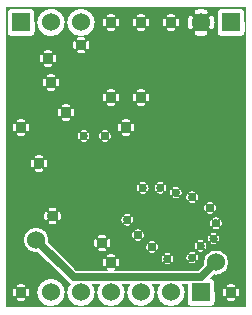
<source format=gbr>
G04 start of page 3 for group 1 idx 1 *
G04 Title: (unknown), signal (back) *
G04 Creator: pcb 20110918 *
G04 CreationDate: Thu Aug 15 05:27:38 2013 UTC *
G04 For: mokus *
G04 Format: Gerber/RS-274X *
G04 PCB-Dimensions: 80000 100000 *
G04 PCB-Coordinate-Origin: lower left *
%MOIN*%
%FSLAX25Y25*%
%LNBOTTOM*%
%ADD106C,0.0380*%
%ADD105C,0.0350*%
%ADD104C,0.0200*%
%ADD103C,0.0130*%
%ADD102C,0.0360*%
%ADD101C,0.0270*%
%ADD100C,0.0600*%
%ADD99C,0.0250*%
%ADD98C,0.0001*%
G54D98*G36*
X77230Y100000D02*X80000D01*
Y0D01*
X77230D01*
Y3714D01*
X77298Y3728D01*
X77371Y3755D01*
X77440Y3794D01*
X77502Y3843D01*
X77555Y3901D01*
X77598Y3966D01*
X77630Y4038D01*
X77706Y4271D01*
X77760Y4511D01*
X77792Y4755D01*
X77803Y5000D01*
X77792Y5245D01*
X77760Y5489D01*
X77706Y5729D01*
X77632Y5963D01*
X77600Y6035D01*
X77556Y6100D01*
X77503Y6159D01*
X77441Y6208D01*
X77372Y6246D01*
X77298Y6274D01*
X77230Y6288D01*
Y90512D01*
X78235Y90514D01*
X78465Y90569D01*
X78683Y90659D01*
X78884Y90783D01*
X79064Y90936D01*
X79217Y91116D01*
X79341Y91317D01*
X79431Y91535D01*
X79486Y91765D01*
X79500Y92000D01*
X79486Y98235D01*
X79431Y98465D01*
X79341Y98683D01*
X79217Y98884D01*
X79064Y99064D01*
X78884Y99217D01*
X78683Y99341D01*
X78465Y99431D01*
X78235Y99486D01*
X78000Y99500D01*
X77230Y99498D01*
Y100000D01*
G37*
G36*
Y0D02*X75001D01*
Y2197D01*
X75245Y2208D01*
X75489Y2240D01*
X75729Y2294D01*
X75963Y2368D01*
X76035Y2400D01*
X76100Y2444D01*
X76159Y2497D01*
X76208Y2559D01*
X76246Y2628D01*
X76274Y2702D01*
X76290Y2779D01*
X76293Y2858D01*
X76284Y2937D01*
X76263Y3013D01*
X76230Y3085D01*
X76186Y3150D01*
X76133Y3209D01*
X76071Y3258D01*
X76002Y3296D01*
X75928Y3324D01*
X75851Y3340D01*
X75772Y3343D01*
X75693Y3334D01*
X75618Y3311D01*
X75468Y3262D01*
X75314Y3228D01*
X75158Y3207D01*
X75001Y3200D01*
Y6800D01*
X75158Y6793D01*
X75314Y6772D01*
X75468Y6738D01*
X75618Y6690D01*
X75694Y6668D01*
X75772Y6659D01*
X75850Y6662D01*
X75927Y6678D01*
X76001Y6705D01*
X76070Y6744D01*
X76131Y6793D01*
X76185Y6851D01*
X76228Y6916D01*
X76261Y6988D01*
X76282Y7064D01*
X76291Y7142D01*
X76288Y7220D01*
X76272Y7298D01*
X76245Y7371D01*
X76206Y7440D01*
X76157Y7502D01*
X76099Y7555D01*
X76034Y7598D01*
X75962Y7630D01*
X75729Y7706D01*
X75489Y7760D01*
X75245Y7792D01*
X75001Y7803D01*
Y90507D01*
X77230Y90512D01*
Y6288D01*
X77221Y6290D01*
X77142Y6293D01*
X77063Y6284D01*
X76987Y6263D01*
X76915Y6230D01*
X76850Y6186D01*
X76791Y6133D01*
X76742Y6071D01*
X76704Y6002D01*
X76676Y5928D01*
X76660Y5851D01*
X76657Y5772D01*
X76666Y5693D01*
X76689Y5618D01*
X76738Y5468D01*
X76772Y5314D01*
X76793Y5158D01*
X76800Y5000D01*
X76793Y4842D01*
X76772Y4686D01*
X76738Y4532D01*
X76690Y4382D01*
X76668Y4306D01*
X76659Y4228D01*
X76662Y4150D01*
X76678Y4073D01*
X76705Y3999D01*
X76744Y3930D01*
X76793Y3869D01*
X76851Y3815D01*
X76916Y3772D01*
X76988Y3739D01*
X77064Y3718D01*
X77142Y3709D01*
X77220Y3712D01*
X77230Y3714D01*
Y0D01*
G37*
G36*
X75001Y100000D02*X77230D01*
Y99498D01*
X75001Y99493D01*
Y100000D01*
G37*
G36*
X72770Y90502D02*X75001Y90507D01*
Y7803D01*
X75000Y7803D01*
X74755Y7792D01*
X74511Y7760D01*
X74271Y7706D01*
X74037Y7632D01*
X73965Y7600D01*
X73900Y7556D01*
X73841Y7503D01*
X73792Y7441D01*
X73754Y7372D01*
X73726Y7298D01*
X73710Y7221D01*
X73707Y7142D01*
X73716Y7063D01*
X73737Y6987D01*
X73770Y6915D01*
X73814Y6850D01*
X73867Y6791D01*
X73929Y6742D01*
X73998Y6704D01*
X74072Y6676D01*
X74149Y6660D01*
X74228Y6657D01*
X74307Y6666D01*
X74382Y6689D01*
X74532Y6738D01*
X74686Y6772D01*
X74842Y6793D01*
X75000Y6800D01*
X75001Y6800D01*
Y3200D01*
X75000Y3200D01*
X74842Y3207D01*
X74686Y3228D01*
X74532Y3262D01*
X74382Y3310D01*
X74306Y3332D01*
X74228Y3341D01*
X74150Y3338D01*
X74073Y3322D01*
X73999Y3295D01*
X73930Y3256D01*
X73869Y3207D01*
X73815Y3149D01*
X73772Y3084D01*
X73739Y3012D01*
X73718Y2936D01*
X73709Y2858D01*
X73712Y2780D01*
X73728Y2702D01*
X73755Y2629D01*
X73794Y2560D01*
X73843Y2498D01*
X73901Y2445D01*
X73966Y2402D01*
X74038Y2370D01*
X74271Y2294D01*
X74511Y2240D01*
X74755Y2208D01*
X75000Y2197D01*
X75001Y2197D01*
Y0D01*
X72770D01*
Y3712D01*
X72779Y3710D01*
X72858Y3707D01*
X72937Y3716D01*
X73013Y3737D01*
X73085Y3770D01*
X73150Y3814D01*
X73209Y3867D01*
X73258Y3929D01*
X73296Y3998D01*
X73324Y4072D01*
X73340Y4149D01*
X73343Y4228D01*
X73334Y4307D01*
X73311Y4382D01*
X73262Y4532D01*
X73228Y4686D01*
X73207Y4842D01*
X73200Y5000D01*
X73207Y5158D01*
X73228Y5314D01*
X73262Y5468D01*
X73310Y5618D01*
X73332Y5694D01*
X73341Y5772D01*
X73338Y5850D01*
X73322Y5927D01*
X73295Y6001D01*
X73256Y6070D01*
X73207Y6131D01*
X73149Y6185D01*
X73084Y6228D01*
X73012Y6261D01*
X72936Y6282D01*
X72858Y6291D01*
X72780Y6288D01*
X72770Y6286D01*
Y12106D01*
X72837Y12163D01*
X73246Y12642D01*
X73575Y13178D01*
X73816Y13760D01*
X73963Y14372D01*
X74000Y15000D01*
X73963Y15628D01*
X73816Y16240D01*
X73575Y16822D01*
X73246Y17358D01*
X72837Y17837D01*
X72770Y17894D01*
Y90502D01*
G37*
G36*
Y100000D02*X75001D01*
Y99493D01*
X72770Y99488D01*
Y100000D01*
G37*
G36*
Y0D02*X53032D01*
Y945D01*
X53605Y707D01*
X54294Y542D01*
X55000Y486D01*
X55706Y542D01*
X56395Y707D01*
X57049Y978D01*
X57653Y1348D01*
X58192Y1808D01*
X58652Y2347D01*
X59022Y2951D01*
X59293Y3605D01*
X59458Y4294D01*
X59500Y5000D01*
X59458Y5706D01*
X59293Y6395D01*
X59022Y7049D01*
X58652Y7653D01*
X58569Y7750D01*
X60501D01*
X60514Y1765D01*
X60569Y1535D01*
X60659Y1317D01*
X60783Y1116D01*
X60936Y936D01*
X61116Y783D01*
X61317Y659D01*
X61535Y569D01*
X61765Y514D01*
X62000Y500D01*
X68235Y514D01*
X68465Y569D01*
X68683Y659D01*
X68884Y783D01*
X69064Y936D01*
X69217Y1116D01*
X69341Y1317D01*
X69431Y1535D01*
X69486Y1765D01*
X69500Y2000D01*
X69486Y8235D01*
X69431Y8465D01*
X69341Y8683D01*
X69217Y8884D01*
X69064Y9064D01*
X68884Y9217D01*
X68683Y9341D01*
X68465Y9431D01*
X68235Y9486D01*
X68000Y9500D01*
X67681Y9499D01*
X69249Y11067D01*
X69372Y11037D01*
X70000Y10988D01*
X70514Y11028D01*
X70628Y11037D01*
X71240Y11184D01*
X71822Y11425D01*
X72358Y11754D01*
X72770Y12106D01*
Y6286D01*
X72702Y6272D01*
X72629Y6245D01*
X72560Y6206D01*
X72498Y6157D01*
X72445Y6099D01*
X72402Y6034D01*
X72370Y5962D01*
X72294Y5729D01*
X72240Y5489D01*
X72208Y5245D01*
X72197Y5000D01*
X72208Y4755D01*
X72240Y4511D01*
X72294Y4271D01*
X72368Y4037D01*
X72400Y3965D01*
X72444Y3900D01*
X72497Y3841D01*
X72559Y3792D01*
X72628Y3754D01*
X72702Y3726D01*
X72770Y3712D01*
Y0D01*
G37*
G36*
X67991Y95192D02*X68000Y95000D01*
X67991Y94808D01*
Y95192D01*
G37*
G36*
X71536Y90569D02*X71765Y90514D01*
X72000Y90500D01*
X72770Y90502D01*
Y17894D01*
X72358Y18246D01*
X71822Y18575D01*
X71536Y18693D01*
Y27104D01*
X71571Y27114D01*
X71614Y27135D01*
X71653Y27161D01*
X71687Y27194D01*
X71716Y27231D01*
X71738Y27273D01*
X71807Y27442D01*
X71858Y27618D01*
X71892Y27797D01*
X71909Y27980D01*
Y28162D01*
X71892Y28345D01*
X71858Y28524D01*
X71807Y28700D01*
X71740Y28870D01*
X71718Y28912D01*
X71689Y28949D01*
X71654Y28982D01*
X71615Y29009D01*
X71572Y29029D01*
X71536Y29040D01*
Y90569D01*
G37*
G36*
Y100000D02*X72770D01*
Y99488D01*
X71765Y99486D01*
X71536Y99431D01*
Y100000D01*
G37*
G36*
X70748Y91173D02*X70783Y91116D01*
X70936Y90936D01*
X71116Y90783D01*
X71317Y90659D01*
X71535Y90569D01*
X71536Y90569D01*
Y29040D01*
X71526Y29042D01*
X71479Y29049D01*
X71432Y29047D01*
X71385Y29038D01*
X71341Y29022D01*
X71299Y29000D01*
X71261Y28971D01*
X71229Y28936D01*
X71202Y28897D01*
X71182Y28854D01*
X71168Y28808D01*
X71162Y28761D01*
X71164Y28714D01*
X71173Y28667D01*
X71189Y28623D01*
X71237Y28506D01*
X71272Y28384D01*
X71296Y28260D01*
X71308Y28134D01*
Y28008D01*
X71296Y27882D01*
X71272Y27758D01*
X71237Y27636D01*
X71191Y27518D01*
X71174Y27474D01*
X71165Y27428D01*
X71164Y27381D01*
X71170Y27334D01*
X71183Y27289D01*
X71203Y27246D01*
X71230Y27207D01*
X71262Y27172D01*
X71300Y27144D01*
X71341Y27121D01*
X71386Y27105D01*
X71432Y27096D01*
X71479Y27095D01*
X71526Y27101D01*
X71536Y27104D01*
Y18693D01*
X71240Y18816D01*
X70748Y18934D01*
Y21986D01*
X70783Y21996D01*
X70826Y22017D01*
X70865Y22043D01*
X70899Y22076D01*
X70928Y22113D01*
X70950Y22155D01*
X71019Y22324D01*
X71070Y22500D01*
X71104Y22679D01*
X71121Y22862D01*
Y23044D01*
X71104Y23227D01*
X71070Y23406D01*
X71019Y23582D01*
X70952Y23752D01*
X70930Y23794D01*
X70901Y23831D01*
X70866Y23864D01*
X70827Y23891D01*
X70784Y23911D01*
X70748Y23922D01*
Y26286D01*
X70758Y26290D01*
X70800Y26312D01*
X70837Y26341D01*
X70870Y26376D01*
X70897Y26415D01*
X70917Y26458D01*
X70930Y26504D01*
X70936Y26551D01*
X70935Y26598D01*
X70926Y26645D01*
X70910Y26689D01*
X70888Y26731D01*
X70859Y26769D01*
X70824Y26801D01*
X70785Y26828D01*
X70748Y26846D01*
Y29298D01*
X70784Y29315D01*
X70823Y29342D01*
X70858Y29374D01*
X70886Y29412D01*
X70909Y29453D01*
X70925Y29498D01*
X70934Y29544D01*
X70935Y29591D01*
X70929Y29638D01*
X70916Y29683D01*
X70895Y29726D01*
X70869Y29765D01*
X70836Y29799D01*
X70799Y29828D01*
X70757Y29850D01*
X70748Y29854D01*
Y91173D01*
G37*
G36*
Y100000D02*X71536D01*
Y99431D01*
X71535Y99431D01*
X71317Y99341D01*
X71116Y99217D01*
X70936Y99064D01*
X70783Y98884D01*
X70748Y98827D01*
Y100000D01*
G37*
G36*
Y26846D02*X70742Y26848D01*
X70696Y26862D01*
X70649Y26868D01*
X70602Y26866D01*
X70555Y26857D01*
X70511Y26841D01*
X70394Y26793D01*
X70272Y26758D01*
X70148Y26734D01*
X70022Y26722D01*
X69896D01*
X69770Y26734D01*
X69646Y26758D01*
X69567Y26781D01*
Y29361D01*
X69646Y29384D01*
X69770Y29408D01*
X69896Y29420D01*
X70022D01*
X70148Y29408D01*
X70272Y29384D01*
X70394Y29349D01*
X70512Y29303D01*
X70556Y29286D01*
X70602Y29277D01*
X70649Y29276D01*
X70696Y29282D01*
X70741Y29295D01*
X70748Y29298D01*
Y26846D01*
G37*
G36*
Y18934D02*X70628Y18963D01*
X70000Y19012D01*
X69567Y18978D01*
Y21043D01*
X69624Y21054D01*
X69800Y21105D01*
X69970Y21172D01*
X70012Y21194D01*
X70049Y21223D01*
X70082Y21258D01*
X70109Y21297D01*
X70129Y21340D01*
X70142Y21386D01*
X70148Y21433D01*
X70147Y21480D01*
X70138Y21527D01*
X70122Y21571D01*
X70100Y21613D01*
X70071Y21651D01*
X70036Y21683D01*
X69997Y21710D01*
X69954Y21730D01*
X69908Y21744D01*
X69861Y21750D01*
X69814Y21748D01*
X69767Y21739D01*
X69723Y21723D01*
X69606Y21675D01*
X69567Y21664D01*
Y24242D01*
X69606Y24231D01*
X69724Y24185D01*
X69768Y24168D01*
X69814Y24159D01*
X69861Y24158D01*
X69908Y24164D01*
X69953Y24177D01*
X69996Y24197D01*
X70035Y24224D01*
X70070Y24256D01*
X70098Y24294D01*
X70121Y24335D01*
X70137Y24380D01*
X70146Y24426D01*
X70147Y24473D01*
X70141Y24520D01*
X70128Y24565D01*
X70107Y24608D01*
X70081Y24647D01*
X70048Y24681D01*
X70011Y24710D01*
X69969Y24732D01*
X69800Y24801D01*
X69624Y24852D01*
X69567Y24863D01*
Y26161D01*
X69685Y26138D01*
X69868Y26121D01*
X70050D01*
X70233Y26138D01*
X70412Y26172D01*
X70588Y26223D01*
X70748Y26286D01*
Y23922D01*
X70738Y23924D01*
X70691Y23931D01*
X70644Y23929D01*
X70597Y23920D01*
X70553Y23904D01*
X70511Y23882D01*
X70473Y23853D01*
X70441Y23818D01*
X70414Y23779D01*
X70394Y23736D01*
X70380Y23690D01*
X70374Y23643D01*
X70376Y23596D01*
X70385Y23549D01*
X70401Y23505D01*
X70449Y23388D01*
X70484Y23266D01*
X70508Y23142D01*
X70520Y23016D01*
Y22890D01*
X70508Y22764D01*
X70484Y22640D01*
X70449Y22518D01*
X70403Y22400D01*
X70386Y22356D01*
X70377Y22310D01*
X70376Y22263D01*
X70382Y22216D01*
X70395Y22171D01*
X70415Y22128D01*
X70442Y22089D01*
X70474Y22054D01*
X70512Y22026D01*
X70553Y22003D01*
X70598Y21987D01*
X70644Y21978D01*
X70691Y21977D01*
X70738Y21983D01*
X70748Y21986D01*
Y18934D01*
G37*
G36*
X69567Y100000D02*X70748D01*
Y98827D01*
X70659Y98683D01*
X70569Y98465D01*
X70514Y98235D01*
X70500Y98000D01*
X70514Y91765D01*
X70569Y91535D01*
X70659Y91317D01*
X70748Y91173D01*
Y29854D01*
X70588Y29919D01*
X70412Y29970D01*
X70233Y30004D01*
X70050Y30021D01*
X69868D01*
X69685Y30004D01*
X69567Y29981D01*
Y32222D01*
X69602Y32232D01*
X69645Y32253D01*
X69684Y32279D01*
X69718Y32312D01*
X69747Y32349D01*
X69769Y32391D01*
X69838Y32560D01*
X69889Y32736D01*
X69923Y32915D01*
X69940Y33098D01*
Y33280D01*
X69923Y33463D01*
X69889Y33642D01*
X69838Y33818D01*
X69771Y33988D01*
X69749Y34030D01*
X69720Y34067D01*
X69685Y34100D01*
X69646Y34127D01*
X69603Y34147D01*
X69567Y34158D01*
Y100000D01*
G37*
G36*
X68382Y21170D02*X68542Y21105D01*
X68718Y21054D01*
X68897Y21020D01*
X69080Y21003D01*
X69262D01*
X69445Y21020D01*
X69567Y21043D01*
Y18978D01*
X69372Y18963D01*
X68760Y18816D01*
X68382Y18659D01*
Y21170D01*
G37*
G36*
Y24178D02*X68388Y24176D01*
X68434Y24162D01*
X68481Y24156D01*
X68528Y24158D01*
X68575Y24167D01*
X68619Y24183D01*
X68736Y24231D01*
X68858Y24266D01*
X68982Y24290D01*
X69108Y24302D01*
X69234D01*
X69360Y24290D01*
X69484Y24266D01*
X69567Y24242D01*
Y21664D01*
X69484Y21640D01*
X69360Y21616D01*
X69234Y21604D01*
X69108D01*
X68982Y21616D01*
X68858Y21640D01*
X68736Y21675D01*
X68618Y21721D01*
X68574Y21738D01*
X68528Y21747D01*
X68481Y21748D01*
X68434Y21742D01*
X68389Y21729D01*
X68382Y21726D01*
Y24178D01*
G37*
G36*
Y100000D02*X69567D01*
Y34158D01*
X69557Y34160D01*
X69510Y34167D01*
X69463Y34165D01*
X69416Y34156D01*
X69372Y34140D01*
X69330Y34118D01*
X69292Y34089D01*
X69260Y34054D01*
X69233Y34015D01*
X69213Y33972D01*
X69199Y33926D01*
X69193Y33879D01*
X69195Y33832D01*
X69204Y33785D01*
X69220Y33741D01*
X69268Y33624D01*
X69303Y33502D01*
X69327Y33378D01*
X69339Y33252D01*
Y33126D01*
X69327Y33000D01*
X69303Y32876D01*
X69268Y32754D01*
X69222Y32636D01*
X69205Y32592D01*
X69196Y32546D01*
X69195Y32499D01*
X69201Y32452D01*
X69214Y32407D01*
X69234Y32364D01*
X69261Y32325D01*
X69293Y32290D01*
X69331Y32262D01*
X69372Y32239D01*
X69417Y32223D01*
X69463Y32214D01*
X69510Y32213D01*
X69557Y32219D01*
X69567Y32222D01*
Y29981D01*
X69506Y29970D01*
X69330Y29919D01*
X69160Y29852D01*
X69118Y29830D01*
X69081Y29801D01*
X69048Y29766D01*
X69021Y29727D01*
X69001Y29684D01*
X68988Y29638D01*
X68981Y29591D01*
X68983Y29544D01*
X68992Y29497D01*
X69008Y29453D01*
X69030Y29411D01*
X69059Y29373D01*
X69094Y29341D01*
X69133Y29314D01*
X69176Y29294D01*
X69222Y29280D01*
X69269Y29274D01*
X69316Y29276D01*
X69363Y29285D01*
X69407Y29301D01*
X69524Y29349D01*
X69567Y29361D01*
Y26781D01*
X69524Y26793D01*
X69406Y26839D01*
X69362Y26856D01*
X69316Y26865D01*
X69269Y26866D01*
X69222Y26860D01*
X69177Y26847D01*
X69134Y26827D01*
X69095Y26800D01*
X69060Y26768D01*
X69032Y26730D01*
X69009Y26689D01*
X68993Y26644D01*
X68984Y26598D01*
X68983Y26551D01*
X68989Y26504D01*
X69002Y26459D01*
X69022Y26416D01*
X69049Y26377D01*
X69082Y26343D01*
X69119Y26314D01*
X69161Y26292D01*
X69330Y26223D01*
X69506Y26172D01*
X69567Y26161D01*
Y24863D01*
X69445Y24886D01*
X69262Y24903D01*
X69080D01*
X68897Y24886D01*
X68718Y24852D01*
X68542Y24801D01*
X68382Y24738D01*
Y27102D01*
X68392Y27100D01*
X68439Y27094D01*
X68486Y27095D01*
X68533Y27104D01*
X68577Y27120D01*
X68619Y27142D01*
X68657Y27171D01*
X68689Y27206D01*
X68716Y27245D01*
X68736Y27288D01*
X68750Y27334D01*
X68756Y27381D01*
X68754Y27428D01*
X68745Y27475D01*
X68729Y27519D01*
X68681Y27636D01*
X68646Y27758D01*
X68622Y27882D01*
X68610Y28008D01*
Y28134D01*
X68622Y28260D01*
X68646Y28384D01*
X68681Y28506D01*
X68727Y28624D01*
X68744Y28668D01*
X68753Y28714D01*
X68754Y28761D01*
X68748Y28808D01*
X68735Y28853D01*
X68715Y28896D01*
X68688Y28935D01*
X68656Y28970D01*
X68618Y28998D01*
X68577Y29021D01*
X68532Y29037D01*
X68486Y29046D01*
X68439Y29047D01*
X68392Y29041D01*
X68382Y29038D01*
Y31279D01*
X68443Y31290D01*
X68619Y31341D01*
X68789Y31408D01*
X68831Y31430D01*
X68868Y31459D01*
X68901Y31494D01*
X68928Y31533D01*
X68948Y31576D01*
X68961Y31622D01*
X68968Y31669D01*
X68966Y31716D01*
X68957Y31763D01*
X68941Y31807D01*
X68919Y31849D01*
X68890Y31887D01*
X68855Y31919D01*
X68816Y31946D01*
X68773Y31966D01*
X68727Y31980D01*
X68680Y31986D01*
X68633Y31984D01*
X68586Y31975D01*
X68542Y31959D01*
X68425Y31911D01*
X68382Y31899D01*
Y34479D01*
X68425Y34467D01*
X68543Y34421D01*
X68587Y34404D01*
X68633Y34395D01*
X68680Y34394D01*
X68727Y34400D01*
X68772Y34413D01*
X68815Y34433D01*
X68854Y34460D01*
X68889Y34492D01*
X68917Y34530D01*
X68940Y34571D01*
X68956Y34616D01*
X68965Y34662D01*
X68966Y34709D01*
X68960Y34756D01*
X68947Y34801D01*
X68926Y34844D01*
X68900Y34883D01*
X68867Y34917D01*
X68830Y34946D01*
X68788Y34968D01*
X68619Y35037D01*
X68443Y35088D01*
X68382Y35099D01*
Y92846D01*
X68421Y92840D01*
X68539Y92841D01*
X68656Y92860D01*
X68768Y92897D01*
X68873Y92952D01*
X68968Y93022D01*
X69051Y93106D01*
X69119Y93202D01*
X69170Y93308D01*
X69318Y93716D01*
X69422Y94137D01*
X69484Y94567D01*
X69505Y95000D01*
X69484Y95433D01*
X69422Y95863D01*
X69318Y96284D01*
X69175Y96694D01*
X69122Y96800D01*
X69053Y96896D01*
X68970Y96981D01*
X68875Y97051D01*
X68769Y97106D01*
X68657Y97143D01*
X68540Y97163D01*
X68421Y97164D01*
X68382Y97158D01*
Y100000D01*
G37*
G36*
Y35099D02*X68264Y35122D01*
X68081Y35139D01*
X67991D01*
Y93015D01*
X68087Y92946D01*
X68192Y92893D01*
X68305Y92857D01*
X68382Y92846D01*
Y35099D01*
G37*
G36*
Y31899D02*X68303Y31876D01*
X68179Y31852D01*
X68053Y31840D01*
X67991D01*
Y34538D01*
X68053D01*
X68179Y34526D01*
X68303Y34502D01*
X68382Y34479D01*
Y31899D01*
G37*
G36*
Y24738D02*X68372Y24734D01*
X68330Y24712D01*
X68293Y24683D01*
X68260Y24648D01*
X68233Y24609D01*
X68213Y24566D01*
X68200Y24520D01*
X68193Y24473D01*
X68195Y24426D01*
X68204Y24379D01*
X68220Y24335D01*
X68242Y24293D01*
X68271Y24255D01*
X68306Y24223D01*
X68345Y24196D01*
X68382Y24178D01*
Y21726D01*
X68346Y21709D01*
X68307Y21682D01*
X68272Y21650D01*
X68244Y21612D01*
X68221Y21571D01*
X68205Y21526D01*
X68196Y21480D01*
X68195Y21433D01*
X68201Y21386D01*
X68214Y21341D01*
X68234Y21298D01*
X68261Y21259D01*
X68294Y21225D01*
X68331Y21196D01*
X68373Y21174D01*
X68382Y21170D01*
Y18659D01*
X68178Y18575D01*
X67991Y18460D01*
Y31239D01*
X68081D01*
X68264Y31256D01*
X68382Y31279D01*
Y29038D01*
X68347Y29028D01*
X68304Y29008D01*
X68265Y28981D01*
X68231Y28948D01*
X68202Y28911D01*
X68180Y28869D01*
X68111Y28700D01*
X68060Y28524D01*
X68026Y28345D01*
X68009Y28162D01*
Y27980D01*
X68026Y27797D01*
X68060Y27618D01*
X68111Y27442D01*
X68178Y27272D01*
X68200Y27230D01*
X68229Y27193D01*
X68264Y27160D01*
X68303Y27133D01*
X68346Y27113D01*
X68382Y27102D01*
Y24738D01*
G37*
G36*
X67991Y100000D02*X68382D01*
Y97158D01*
X68304Y97146D01*
X68191Y97110D01*
X68085Y97057D01*
X67991Y96990D01*
Y100000D01*
G37*
G36*
X67594Y31279D02*X67716Y31256D01*
X67899Y31239D01*
X67991D01*
Y18460D01*
X67642Y18246D01*
X67594Y18206D01*
Y21984D01*
X67604Y21982D01*
X67651Y21976D01*
X67698Y21977D01*
X67745Y21986D01*
X67789Y22002D01*
X67831Y22024D01*
X67869Y22053D01*
X67901Y22088D01*
X67928Y22127D01*
X67948Y22170D01*
X67962Y22216D01*
X67968Y22263D01*
X67966Y22310D01*
X67957Y22357D01*
X67941Y22401D01*
X67893Y22518D01*
X67858Y22640D01*
X67834Y22764D01*
X67822Y22890D01*
Y23016D01*
X67834Y23142D01*
X67858Y23266D01*
X67893Y23388D01*
X67939Y23506D01*
X67956Y23550D01*
X67965Y23596D01*
X67966Y23643D01*
X67960Y23690D01*
X67947Y23735D01*
X67927Y23778D01*
X67900Y23817D01*
X67868Y23852D01*
X67830Y23880D01*
X67789Y23903D01*
X67744Y23919D01*
X67698Y23928D01*
X67651Y23929D01*
X67604Y23923D01*
X67594Y23920D01*
Y31279D01*
G37*
G36*
Y34478D02*X67677Y34502D01*
X67801Y34526D01*
X67927Y34538D01*
X67991D01*
Y31840D01*
X67927D01*
X67801Y31852D01*
X67677Y31876D01*
X67594Y31900D01*
Y34478D01*
G37*
G36*
Y100000D02*X67991D01*
Y96990D01*
X67988Y96988D01*
X67904Y96905D01*
X67833Y96809D01*
X67779Y96704D01*
X67741Y96592D01*
X67722Y96475D01*
X67721Y96356D01*
X67739Y96239D01*
X67777Y96126D01*
X67876Y95855D01*
X67944Y95575D01*
X67986Y95289D01*
X67991Y95192D01*
Y94808D01*
X67986Y94711D01*
X67944Y94425D01*
X67876Y94145D01*
X67780Y93872D01*
X67742Y93761D01*
X67725Y93644D01*
X67725Y93526D01*
X67745Y93409D01*
X67782Y93297D01*
X67836Y93193D01*
X67906Y93098D01*
X67991Y93015D01*
X67991Y93015D01*
Y35139D01*
X67899D01*
X67716Y35122D01*
X67594Y35099D01*
Y100000D01*
G37*
G36*
X66413D02*X67594D01*
Y35099D01*
X67537Y35088D01*
X67361Y35037D01*
X67191Y34970D01*
X67149Y34948D01*
X67112Y34919D01*
X67079Y34884D01*
X67052Y34845D01*
X67032Y34802D01*
X67019Y34756D01*
X67012Y34709D01*
X67014Y34662D01*
X67023Y34615D01*
X67039Y34571D01*
X67061Y34529D01*
X67090Y34491D01*
X67125Y34459D01*
X67164Y34432D01*
X67207Y34412D01*
X67253Y34398D01*
X67300Y34392D01*
X67347Y34394D01*
X67394Y34403D01*
X67438Y34419D01*
X67555Y34467D01*
X67594Y34478D01*
Y31900D01*
X67555Y31911D01*
X67437Y31957D01*
X67393Y31974D01*
X67347Y31983D01*
X67300Y31984D01*
X67253Y31978D01*
X67208Y31965D01*
X67165Y31945D01*
X67126Y31918D01*
X67091Y31886D01*
X67063Y31848D01*
X67040Y31807D01*
X67024Y31762D01*
X67015Y31716D01*
X67014Y31669D01*
X67020Y31622D01*
X67033Y31577D01*
X67054Y31534D01*
X67080Y31495D01*
X67113Y31461D01*
X67150Y31432D01*
X67192Y31410D01*
X67361Y31341D01*
X67537Y31290D01*
X67594Y31279D01*
Y23920D01*
X67559Y23910D01*
X67516Y23890D01*
X67477Y23863D01*
X67443Y23830D01*
X67414Y23793D01*
X67392Y23751D01*
X67323Y23582D01*
X67272Y23406D01*
X67238Y23227D01*
X67221Y23044D01*
Y22862D01*
X67238Y22679D01*
X67272Y22500D01*
X67323Y22324D01*
X67390Y22154D01*
X67412Y22112D01*
X67441Y22075D01*
X67476Y22042D01*
X67515Y22015D01*
X67558Y21995D01*
X67594Y21984D01*
Y18206D01*
X67163Y17837D01*
X66754Y17358D01*
X66425Y16822D01*
X66413Y16793D01*
Y19623D01*
X66453Y19634D01*
X66496Y19655D01*
X66535Y19681D01*
X66569Y19714D01*
X66598Y19751D01*
X66620Y19793D01*
X66689Y19962D01*
X66740Y20138D01*
X66774Y20317D01*
X66791Y20500D01*
Y20682D01*
X66774Y20865D01*
X66740Y21044D01*
X66689Y21220D01*
X66622Y21390D01*
X66600Y21432D01*
X66571Y21469D01*
X66536Y21502D01*
X66497Y21529D01*
X66454Y21549D01*
X66413Y21561D01*
Y32220D01*
X66423Y32218D01*
X66470Y32212D01*
X66517Y32213D01*
X66564Y32222D01*
X66608Y32238D01*
X66650Y32260D01*
X66688Y32289D01*
X66720Y32324D01*
X66747Y32363D01*
X66767Y32406D01*
X66781Y32452D01*
X66787Y32499D01*
X66785Y32546D01*
X66776Y32593D01*
X66760Y32637D01*
X66712Y32754D01*
X66677Y32876D01*
X66653Y33000D01*
X66641Y33126D01*
Y33252D01*
X66653Y33378D01*
X66677Y33502D01*
X66712Y33624D01*
X66758Y33742D01*
X66775Y33786D01*
X66784Y33832D01*
X66785Y33879D01*
X66779Y33926D01*
X66766Y33971D01*
X66746Y34014D01*
X66719Y34053D01*
X66687Y34088D01*
X66649Y34116D01*
X66608Y34139D01*
X66563Y34155D01*
X66517Y34164D01*
X66470Y34165D01*
X66423Y34159D01*
X66413Y34156D01*
Y90727D01*
X66694Y90825D01*
X66800Y90878D01*
X66896Y90947D01*
X66981Y91030D01*
X67051Y91125D01*
X67106Y91231D01*
X67143Y91343D01*
X67163Y91460D01*
X67164Y91579D01*
X67146Y91696D01*
X67110Y91809D01*
X67057Y91915D01*
X66988Y92012D01*
X66905Y92096D01*
X66809Y92167D01*
X66704Y92221D01*
X66592Y92259D01*
X66475Y92278D01*
X66413Y92279D01*
Y97725D01*
X66474Y97725D01*
X66591Y97745D01*
X66703Y97782D01*
X66807Y97836D01*
X66902Y97906D01*
X66985Y97991D01*
X67054Y98087D01*
X67107Y98192D01*
X67143Y98305D01*
X67160Y98421D01*
X67159Y98539D01*
X67140Y98656D01*
X67103Y98768D01*
X67048Y98873D01*
X66978Y98968D01*
X66894Y99051D01*
X66798Y99119D01*
X66692Y99170D01*
X66413Y99271D01*
Y100000D01*
G37*
G36*
Y92279D02*X66356Y92279D01*
X66239Y92261D01*
X66126Y92223D01*
X65855Y92124D01*
X65575Y92056D01*
X65289Y92014D01*
X65000Y92000D01*
X64711Y92014D01*
X64425Y92056D01*
X64145Y92124D01*
X63872Y92220D01*
X63761Y92258D01*
X63662Y92273D01*
Y97724D01*
X63761Y97739D01*
X63874Y97777D01*
X64145Y97876D01*
X64425Y97944D01*
X64711Y97986D01*
X65000Y98000D01*
X65289Y97986D01*
X65575Y97944D01*
X65855Y97876D01*
X66128Y97780D01*
X66239Y97742D01*
X66356Y97725D01*
X66413Y97725D01*
Y92279D01*
G37*
G36*
Y16793D02*X66184Y16240D01*
X66037Y15628D01*
X65988Y15000D01*
X66037Y14372D01*
X66067Y14249D01*
X64842Y13024D01*
Y18641D01*
X64932D01*
X65115Y18658D01*
X65294Y18692D01*
X65470Y18743D01*
X65640Y18810D01*
X65682Y18832D01*
X65719Y18861D01*
X65752Y18896D01*
X65779Y18935D01*
X65799Y18978D01*
X65812Y19024D01*
X65818Y19071D01*
X65817Y19118D01*
X65808Y19165D01*
X65792Y19209D01*
X65770Y19251D01*
X65741Y19289D01*
X65706Y19321D01*
X65667Y19348D01*
X65624Y19368D01*
X65578Y19382D01*
X65531Y19388D01*
X65484Y19386D01*
X65437Y19377D01*
X65393Y19361D01*
X65276Y19313D01*
X65154Y19278D01*
X65030Y19254D01*
X64904Y19242D01*
X64842D01*
Y21940D01*
X64904D01*
X65030Y21928D01*
X65154Y21904D01*
X65276Y21869D01*
X65394Y21823D01*
X65438Y21806D01*
X65484Y21797D01*
X65531Y21796D01*
X65578Y21802D01*
X65623Y21815D01*
X65666Y21835D01*
X65705Y21862D01*
X65740Y21894D01*
X65768Y21932D01*
X65791Y21973D01*
X65807Y22018D01*
X65816Y22064D01*
X65817Y22111D01*
X65811Y22158D01*
X65798Y22203D01*
X65777Y22246D01*
X65751Y22285D01*
X65718Y22319D01*
X65681Y22348D01*
X65639Y22370D01*
X65470Y22439D01*
X65294Y22490D01*
X65115Y22524D01*
X64932Y22541D01*
X64842D01*
Y90502D01*
X65000Y90495D01*
X65433Y90516D01*
X65863Y90578D01*
X66284Y90682D01*
X66413Y90727D01*
Y34156D01*
X66378Y34146D01*
X66335Y34126D01*
X66296Y34099D01*
X66262Y34066D01*
X66233Y34029D01*
X66211Y33987D01*
X66142Y33818D01*
X66091Y33642D01*
X66057Y33463D01*
X66040Y33280D01*
Y33098D01*
X66057Y32915D01*
X66091Y32736D01*
X66142Y32560D01*
X66209Y32390D01*
X66231Y32348D01*
X66260Y32311D01*
X66295Y32278D01*
X66334Y32251D01*
X66377Y32231D01*
X66413Y32220D01*
Y21561D01*
X66408Y21562D01*
X66361Y21569D01*
X66314Y21567D01*
X66267Y21558D01*
X66223Y21542D01*
X66181Y21520D01*
X66143Y21491D01*
X66111Y21456D01*
X66084Y21417D01*
X66064Y21374D01*
X66050Y21328D01*
X66044Y21281D01*
X66046Y21234D01*
X66055Y21187D01*
X66071Y21143D01*
X66119Y21026D01*
X66154Y20904D01*
X66178Y20780D01*
X66190Y20654D01*
Y20528D01*
X66178Y20402D01*
X66154Y20278D01*
X66119Y20156D01*
X66073Y20038D01*
X66056Y19994D01*
X66047Y19948D01*
X66046Y19901D01*
X66052Y19854D01*
X66065Y19809D01*
X66085Y19766D01*
X66112Y19727D01*
X66144Y19692D01*
X66182Y19664D01*
X66223Y19641D01*
X66268Y19625D01*
X66314Y19616D01*
X66361Y19615D01*
X66408Y19621D01*
X66413Y19623D01*
Y16793D01*
G37*
G36*
X64842Y13024D02*X64068Y12250D01*
X63662D01*
Y15687D01*
X63697Y15697D01*
X63740Y15718D01*
X63779Y15744D01*
X63813Y15777D01*
X63842Y15814D01*
X63864Y15856D01*
X63933Y16025D01*
X63984Y16201D01*
X64018Y16380D01*
X64035Y16563D01*
Y16745D01*
X64018Y16928D01*
X63984Y17107D01*
X63933Y17283D01*
X63866Y17453D01*
X63844Y17495D01*
X63815Y17532D01*
X63780Y17565D01*
X63741Y17592D01*
X63698Y17612D01*
X63662Y17623D01*
Y35765D01*
X63697Y35775D01*
X63740Y35796D01*
X63779Y35822D01*
X63813Y35855D01*
X63842Y35892D01*
X63864Y35934D01*
X63933Y36103D01*
X63984Y36279D01*
X64018Y36458D01*
X64035Y36641D01*
Y36823D01*
X64018Y37006D01*
X63984Y37185D01*
X63933Y37361D01*
X63866Y37531D01*
X63844Y37573D01*
X63815Y37610D01*
X63780Y37643D01*
X63741Y37670D01*
X63698Y37690D01*
X63662Y37701D01*
Y90701D01*
X63716Y90682D01*
X64137Y90578D01*
X64567Y90516D01*
X64842Y90502D01*
Y22541D01*
X64750D01*
X64567Y22524D01*
X64388Y22490D01*
X64212Y22439D01*
X64042Y22372D01*
X64000Y22350D01*
X63963Y22321D01*
X63930Y22286D01*
X63903Y22247D01*
X63883Y22204D01*
X63870Y22158D01*
X63863Y22111D01*
X63865Y22064D01*
X63874Y22017D01*
X63890Y21973D01*
X63912Y21931D01*
X63941Y21893D01*
X63976Y21861D01*
X64015Y21834D01*
X64058Y21814D01*
X64104Y21800D01*
X64151Y21794D01*
X64198Y21796D01*
X64245Y21805D01*
X64289Y21821D01*
X64406Y21869D01*
X64528Y21904D01*
X64652Y21928D01*
X64778Y21940D01*
X64842D01*
Y19242D01*
X64778D01*
X64652Y19254D01*
X64528Y19278D01*
X64406Y19313D01*
X64288Y19359D01*
X64244Y19376D01*
X64198Y19385D01*
X64151Y19386D01*
X64104Y19380D01*
X64059Y19367D01*
X64016Y19347D01*
X63977Y19320D01*
X63942Y19288D01*
X63914Y19250D01*
X63891Y19209D01*
X63875Y19164D01*
X63866Y19118D01*
X63865Y19071D01*
X63871Y19024D01*
X63884Y18979D01*
X63904Y18936D01*
X63931Y18897D01*
X63964Y18863D01*
X64001Y18834D01*
X64043Y18812D01*
X64212Y18743D01*
X64388Y18692D01*
X64567Y18658D01*
X64750Y18641D01*
X64842D01*
Y13024D01*
G37*
G36*
X63662Y100000D02*X66413D01*
Y99271D01*
X66284Y99318D01*
X65863Y99422D01*
X65433Y99484D01*
X65000Y99505D01*
X64567Y99484D01*
X64137Y99422D01*
X63716Y99318D01*
X63662Y99299D01*
Y100000D01*
G37*
G36*
X63264Y90851D02*X63308Y90830D01*
X63662Y90701D01*
Y37701D01*
X63652Y37703D01*
X63605Y37710D01*
X63558Y37708D01*
X63511Y37699D01*
X63467Y37683D01*
X63425Y37661D01*
X63387Y37632D01*
X63355Y37597D01*
X63328Y37558D01*
X63308Y37515D01*
X63294Y37469D01*
X63288Y37422D01*
X63290Y37375D01*
X63299Y37328D01*
X63315Y37284D01*
X63363Y37167D01*
X63398Y37045D01*
X63422Y36921D01*
X63434Y36795D01*
Y36669D01*
X63422Y36543D01*
X63398Y36419D01*
X63363Y36297D01*
X63317Y36179D01*
X63300Y36135D01*
X63291Y36089D01*
X63290Y36042D01*
X63296Y35995D01*
X63309Y35950D01*
X63329Y35907D01*
X63356Y35868D01*
X63388Y35833D01*
X63426Y35805D01*
X63467Y35782D01*
X63512Y35766D01*
X63558Y35757D01*
X63605Y35756D01*
X63652Y35762D01*
X63662Y35765D01*
Y17623D01*
X63652Y17625D01*
X63605Y17632D01*
X63558Y17630D01*
X63511Y17621D01*
X63467Y17605D01*
X63425Y17583D01*
X63387Y17554D01*
X63355Y17519D01*
X63328Y17480D01*
X63308Y17437D01*
X63294Y17391D01*
X63288Y17344D01*
X63290Y17297D01*
X63299Y17250D01*
X63315Y17206D01*
X63363Y17089D01*
X63398Y16967D01*
X63422Y16843D01*
X63434Y16717D01*
Y16591D01*
X63422Y16465D01*
X63398Y16341D01*
X63363Y16219D01*
X63317Y16101D01*
X63300Y16057D01*
X63291Y16011D01*
X63290Y15964D01*
X63296Y15917D01*
X63309Y15872D01*
X63329Y15829D01*
X63356Y15790D01*
X63388Y15755D01*
X63426Y15727D01*
X63467Y15704D01*
X63512Y15688D01*
X63558Y15679D01*
X63605Y15678D01*
X63652Y15684D01*
X63662Y15687D01*
Y12250D01*
X63264D01*
Y19622D01*
X63274Y19620D01*
X63321Y19614D01*
X63368Y19615D01*
X63415Y19624D01*
X63459Y19640D01*
X63501Y19662D01*
X63539Y19691D01*
X63571Y19726D01*
X63598Y19765D01*
X63618Y19808D01*
X63632Y19854D01*
X63638Y19901D01*
X63636Y19948D01*
X63627Y19995D01*
X63611Y20039D01*
X63563Y20156D01*
X63528Y20278D01*
X63504Y20402D01*
X63492Y20528D01*
Y20654D01*
X63504Y20780D01*
X63528Y20904D01*
X63563Y21026D01*
X63609Y21144D01*
X63626Y21188D01*
X63635Y21234D01*
X63636Y21281D01*
X63630Y21328D01*
X63617Y21373D01*
X63597Y21416D01*
X63570Y21455D01*
X63538Y21490D01*
X63500Y21518D01*
X63459Y21541D01*
X63414Y21557D01*
X63368Y21566D01*
X63321Y21567D01*
X63274Y21561D01*
X63264Y21558D01*
Y90851D01*
G37*
G36*
Y97795D02*X63296Y97779D01*
X63408Y97741D01*
X63525Y97722D01*
X63644Y97721D01*
X63662Y97724D01*
Y92273D01*
X63644Y92275D01*
X63526Y92275D01*
X63409Y92255D01*
X63297Y92218D01*
X63264Y92201D01*
Y97795D01*
G37*
G36*
Y100000D02*X63662D01*
Y99299D01*
X63306Y99175D01*
X63264Y99154D01*
Y100000D01*
G37*
G36*
X62086D02*X63264D01*
Y99154D01*
X63200Y99122D01*
X63104Y99053D01*
X63019Y98970D01*
X62949Y98875D01*
X62894Y98769D01*
X62857Y98657D01*
X62837Y98540D01*
X62836Y98421D01*
X62854Y98304D01*
X62890Y98191D01*
X62943Y98085D01*
X63012Y97988D01*
X63095Y97904D01*
X63191Y97833D01*
X63264Y97795D01*
Y92201D01*
X63193Y92164D01*
X63098Y92094D01*
X63015Y92009D01*
X62946Y91913D01*
X62893Y91808D01*
X62857Y91695D01*
X62840Y91579D01*
X62841Y91461D01*
X62860Y91344D01*
X62897Y91232D01*
X62952Y91127D01*
X63022Y91032D01*
X63106Y90949D01*
X63202Y90881D01*
X63264Y90851D01*
Y21558D01*
X63229Y21548D01*
X63186Y21528D01*
X63147Y21501D01*
X63113Y21468D01*
X63084Y21431D01*
X63062Y21389D01*
X62993Y21220D01*
X62942Y21044D01*
X62908Y20865D01*
X62891Y20682D01*
Y20500D01*
X62908Y20317D01*
X62942Y20138D01*
X62993Y19962D01*
X63060Y19792D01*
X63082Y19750D01*
X63111Y19713D01*
X63146Y19680D01*
X63185Y19653D01*
X63228Y19633D01*
X63264Y19622D01*
Y12250D01*
X62086D01*
Y14704D01*
X62176D01*
X62359Y14721D01*
X62538Y14755D01*
X62714Y14806D01*
X62884Y14873D01*
X62926Y14895D01*
X62963Y14924D01*
X62996Y14959D01*
X63023Y14998D01*
X63043Y15041D01*
X63056Y15087D01*
X63062Y15134D01*
X63061Y15181D01*
X63052Y15228D01*
X63036Y15272D01*
X63014Y15314D01*
X62985Y15352D01*
X62950Y15384D01*
X62911Y15411D01*
X62868Y15431D01*
X62822Y15445D01*
X62775Y15451D01*
X62728Y15449D01*
X62681Y15440D01*
X62637Y15424D01*
X62520Y15376D01*
X62398Y15341D01*
X62274Y15317D01*
X62148Y15305D01*
X62086D01*
Y18003D01*
X62148D01*
X62274Y17991D01*
X62398Y17967D01*
X62520Y17932D01*
X62638Y17886D01*
X62682Y17869D01*
X62728Y17860D01*
X62775Y17859D01*
X62822Y17865D01*
X62867Y17878D01*
X62910Y17898D01*
X62949Y17925D01*
X62984Y17957D01*
X63012Y17995D01*
X63035Y18036D01*
X63051Y18081D01*
X63060Y18127D01*
X63061Y18174D01*
X63055Y18221D01*
X63042Y18266D01*
X63021Y18309D01*
X62995Y18348D01*
X62962Y18382D01*
X62925Y18411D01*
X62883Y18433D01*
X62714Y18502D01*
X62538Y18553D01*
X62359Y18587D01*
X62176Y18604D01*
X62086D01*
Y34782D01*
X62176D01*
X62359Y34799D01*
X62538Y34833D01*
X62714Y34884D01*
X62884Y34951D01*
X62926Y34973D01*
X62963Y35002D01*
X62996Y35037D01*
X63023Y35076D01*
X63043Y35119D01*
X63056Y35165D01*
X63062Y35212D01*
X63061Y35259D01*
X63052Y35306D01*
X63036Y35350D01*
X63014Y35392D01*
X62985Y35430D01*
X62950Y35462D01*
X62911Y35489D01*
X62868Y35509D01*
X62822Y35523D01*
X62775Y35529D01*
X62728Y35527D01*
X62681Y35518D01*
X62637Y35502D01*
X62520Y35454D01*
X62398Y35419D01*
X62274Y35395D01*
X62148Y35383D01*
X62086D01*
Y38081D01*
X62148D01*
X62274Y38069D01*
X62398Y38045D01*
X62520Y38010D01*
X62638Y37964D01*
X62682Y37947D01*
X62728Y37938D01*
X62775Y37937D01*
X62822Y37943D01*
X62867Y37956D01*
X62910Y37976D01*
X62949Y38003D01*
X62984Y38035D01*
X63012Y38073D01*
X63035Y38114D01*
X63051Y38159D01*
X63060Y38205D01*
X63061Y38252D01*
X63055Y38299D01*
X63042Y38344D01*
X63021Y38387D01*
X62995Y38426D01*
X62962Y38460D01*
X62925Y38489D01*
X62883Y38511D01*
X62714Y38580D01*
X62538Y38631D01*
X62359Y38665D01*
X62176Y38682D01*
X62086D01*
Y93085D01*
X62096Y93095D01*
X62167Y93191D01*
X62221Y93296D01*
X62259Y93408D01*
X62278Y93525D01*
X62279Y93644D01*
X62261Y93761D01*
X62223Y93874D01*
X62124Y94145D01*
X62086Y94302D01*
Y95698D01*
X62124Y95855D01*
X62220Y96128D01*
X62258Y96239D01*
X62275Y96356D01*
X62275Y96474D01*
X62255Y96591D01*
X62218Y96703D01*
X62164Y96807D01*
X62094Y96902D01*
X62086Y96910D01*
Y100000D01*
G37*
G36*
Y94302D02*X62056Y94425D01*
X62014Y94711D01*
X62000Y95000D01*
X62014Y95289D01*
X62056Y95575D01*
X62086Y95698D01*
Y94302D01*
G37*
G36*
X60508Y94719D02*X60516Y94567D01*
X60578Y94137D01*
X60682Y93716D01*
X60825Y93306D01*
X60878Y93200D01*
X60947Y93104D01*
X61030Y93019D01*
X61125Y92949D01*
X61231Y92894D01*
X61343Y92857D01*
X61460Y92837D01*
X61579Y92836D01*
X61696Y92854D01*
X61809Y92890D01*
X61915Y92943D01*
X62012Y93012D01*
X62086Y93085D01*
Y38682D01*
X61994D01*
X61811Y38665D01*
X61632Y38631D01*
X61456Y38580D01*
X61286Y38513D01*
X61244Y38491D01*
X61207Y38462D01*
X61174Y38427D01*
X61147Y38388D01*
X61127Y38345D01*
X61114Y38299D01*
X61107Y38252D01*
X61109Y38205D01*
X61118Y38158D01*
X61134Y38114D01*
X61156Y38072D01*
X61185Y38034D01*
X61220Y38002D01*
X61259Y37975D01*
X61302Y37955D01*
X61348Y37941D01*
X61395Y37935D01*
X61442Y37937D01*
X61489Y37946D01*
X61533Y37962D01*
X61650Y38010D01*
X61772Y38045D01*
X61896Y38069D01*
X62022Y38081D01*
X62086D01*
Y35383D01*
X62022D01*
X61896Y35395D01*
X61772Y35419D01*
X61650Y35454D01*
X61532Y35500D01*
X61488Y35517D01*
X61442Y35526D01*
X61395Y35527D01*
X61348Y35521D01*
X61303Y35508D01*
X61260Y35488D01*
X61221Y35461D01*
X61186Y35429D01*
X61158Y35391D01*
X61135Y35350D01*
X61119Y35305D01*
X61110Y35259D01*
X61109Y35212D01*
X61115Y35165D01*
X61128Y35120D01*
X61148Y35077D01*
X61175Y35038D01*
X61208Y35004D01*
X61245Y34975D01*
X61287Y34953D01*
X61456Y34884D01*
X61632Y34833D01*
X61811Y34799D01*
X61994Y34782D01*
X62086D01*
Y18604D01*
X61994D01*
X61811Y18587D01*
X61632Y18553D01*
X61456Y18502D01*
X61286Y18435D01*
X61244Y18413D01*
X61207Y18384D01*
X61174Y18349D01*
X61147Y18310D01*
X61127Y18267D01*
X61114Y18221D01*
X61107Y18174D01*
X61109Y18127D01*
X61118Y18080D01*
X61134Y18036D01*
X61156Y17994D01*
X61185Y17956D01*
X61220Y17924D01*
X61259Y17897D01*
X61302Y17877D01*
X61348Y17863D01*
X61395Y17857D01*
X61442Y17859D01*
X61489Y17868D01*
X61533Y17884D01*
X61650Y17932D01*
X61772Y17967D01*
X61896Y17991D01*
X62022Y18003D01*
X62086D01*
Y15305D01*
X62022D01*
X61896Y15317D01*
X61772Y15341D01*
X61650Y15376D01*
X61532Y15422D01*
X61488Y15439D01*
X61442Y15448D01*
X61395Y15449D01*
X61348Y15443D01*
X61303Y15430D01*
X61260Y15410D01*
X61221Y15383D01*
X61186Y15351D01*
X61158Y15313D01*
X61135Y15272D01*
X61119Y15227D01*
X61110Y15181D01*
X61109Y15134D01*
X61115Y15087D01*
X61128Y15042D01*
X61148Y14999D01*
X61175Y14960D01*
X61208Y14926D01*
X61245Y14897D01*
X61287Y14875D01*
X61456Y14806D01*
X61632Y14755D01*
X61811Y14721D01*
X61994Y14704D01*
X62086D01*
Y12250D01*
X60508D01*
Y15685D01*
X60518Y15683D01*
X60565Y15676D01*
X60612Y15678D01*
X60659Y15687D01*
X60703Y15703D01*
X60745Y15725D01*
X60783Y15754D01*
X60815Y15789D01*
X60842Y15828D01*
X60862Y15871D01*
X60876Y15917D01*
X60882Y15964D01*
X60880Y16011D01*
X60871Y16058D01*
X60855Y16102D01*
X60807Y16219D01*
X60772Y16341D01*
X60748Y16465D01*
X60736Y16591D01*
Y16717D01*
X60748Y16843D01*
X60772Y16967D01*
X60807Y17089D01*
X60853Y17207D01*
X60870Y17251D01*
X60879Y17297D01*
X60880Y17344D01*
X60874Y17391D01*
X60861Y17436D01*
X60841Y17479D01*
X60814Y17518D01*
X60782Y17553D01*
X60744Y17581D01*
X60703Y17604D01*
X60658Y17620D01*
X60612Y17629D01*
X60565Y17630D01*
X60518Y17624D01*
X60508Y17621D01*
Y35763D01*
X60518Y35761D01*
X60565Y35754D01*
X60612Y35756D01*
X60659Y35765D01*
X60703Y35781D01*
X60745Y35803D01*
X60783Y35832D01*
X60815Y35867D01*
X60842Y35906D01*
X60862Y35949D01*
X60876Y35995D01*
X60882Y36042D01*
X60880Y36089D01*
X60871Y36136D01*
X60855Y36180D01*
X60807Y36297D01*
X60772Y36419D01*
X60748Y36543D01*
X60736Y36669D01*
Y36795D01*
X60748Y36921D01*
X60772Y37045D01*
X60807Y37167D01*
X60853Y37285D01*
X60870Y37329D01*
X60879Y37375D01*
X60880Y37422D01*
X60874Y37469D01*
X60861Y37514D01*
X60841Y37557D01*
X60814Y37596D01*
X60782Y37631D01*
X60744Y37659D01*
X60703Y37682D01*
X60658Y37698D01*
X60612Y37707D01*
X60565Y37708D01*
X60518Y37702D01*
X60508Y37699D01*
Y94719D01*
G37*
G36*
Y100000D02*X62086D01*
Y96910D01*
X62009Y96985D01*
X61913Y97054D01*
X61808Y97107D01*
X61695Y97143D01*
X61579Y97160D01*
X61461Y97159D01*
X61344Y97140D01*
X61232Y97103D01*
X61127Y97048D01*
X61032Y96978D01*
X60949Y96894D01*
X60881Y96798D01*
X60830Y96692D01*
X60682Y96284D01*
X60578Y95863D01*
X60516Y95433D01*
X60508Y95281D01*
Y100000D01*
G37*
G36*
X58150D02*X60508D01*
Y95281D01*
X60495Y95000D01*
X60508Y94719D01*
Y37699D01*
X60473Y37689D01*
X60430Y37668D01*
X60391Y37642D01*
X60357Y37609D01*
X60328Y37572D01*
X60306Y37530D01*
X60237Y37361D01*
X60186Y37185D01*
X60152Y37006D01*
X60135Y36823D01*
Y36641D01*
X60152Y36458D01*
X60186Y36279D01*
X60237Y36103D01*
X60304Y35933D01*
X60326Y35891D01*
X60355Y35854D01*
X60390Y35821D01*
X60429Y35794D01*
X60472Y35774D01*
X60508Y35763D01*
Y17621D01*
X60473Y17611D01*
X60430Y17590D01*
X60391Y17564D01*
X60357Y17531D01*
X60328Y17494D01*
X60306Y17452D01*
X60237Y17283D01*
X60186Y17107D01*
X60152Y16928D01*
X60135Y16745D01*
Y16563D01*
X60152Y16380D01*
X60186Y16201D01*
X60237Y16025D01*
X60304Y15855D01*
X60326Y15813D01*
X60355Y15776D01*
X60390Y15743D01*
X60429Y15716D01*
X60472Y15696D01*
X60508Y15685D01*
Y12250D01*
X58150D01*
Y37340D01*
X58185Y37350D01*
X58228Y37371D01*
X58267Y37397D01*
X58301Y37430D01*
X58330Y37467D01*
X58352Y37509D01*
X58421Y37678D01*
X58472Y37854D01*
X58506Y38033D01*
X58523Y38216D01*
Y38398D01*
X58506Y38581D01*
X58472Y38760D01*
X58421Y38936D01*
X58354Y39106D01*
X58332Y39148D01*
X58303Y39185D01*
X58268Y39218D01*
X58229Y39245D01*
X58186Y39265D01*
X58150Y39276D01*
Y100000D01*
G37*
G36*
X57230D02*X58150D01*
Y39276D01*
X58140Y39278D01*
X58093Y39285D01*
X58046Y39283D01*
X57999Y39274D01*
X57955Y39258D01*
X57913Y39236D01*
X57875Y39207D01*
X57843Y39172D01*
X57816Y39133D01*
X57796Y39090D01*
X57782Y39044D01*
X57776Y38997D01*
X57778Y38950D01*
X57787Y38903D01*
X57803Y38859D01*
X57851Y38742D01*
X57886Y38620D01*
X57910Y38496D01*
X57922Y38370D01*
Y38244D01*
X57910Y38118D01*
X57886Y37994D01*
X57851Y37872D01*
X57805Y37754D01*
X57788Y37710D01*
X57779Y37664D01*
X57778Y37617D01*
X57784Y37570D01*
X57797Y37525D01*
X57817Y37482D01*
X57844Y37443D01*
X57876Y37408D01*
X57914Y37380D01*
X57955Y37357D01*
X58000Y37341D01*
X58046Y37332D01*
X58093Y37331D01*
X58140Y37337D01*
X58150Y37340D01*
Y12250D01*
X57230D01*
Y36470D01*
X57372Y36526D01*
X57414Y36548D01*
X57451Y36577D01*
X57484Y36612D01*
X57511Y36651D01*
X57531Y36694D01*
X57544Y36740D01*
X57550Y36787D01*
X57549Y36834D01*
X57540Y36881D01*
X57524Y36925D01*
X57502Y36967D01*
X57473Y37005D01*
X57438Y37037D01*
X57399Y37064D01*
X57356Y37084D01*
X57310Y37098D01*
X57263Y37104D01*
X57230Y37103D01*
Y39513D01*
X57263Y39512D01*
X57310Y39518D01*
X57355Y39531D01*
X57398Y39551D01*
X57437Y39578D01*
X57472Y39610D01*
X57500Y39648D01*
X57523Y39689D01*
X57539Y39734D01*
X57548Y39780D01*
X57549Y39827D01*
X57543Y39874D01*
X57530Y39919D01*
X57509Y39962D01*
X57483Y40001D01*
X57450Y40035D01*
X57413Y40064D01*
X57371Y40086D01*
X57230Y40144D01*
Y93714D01*
X57298Y93728D01*
X57371Y93755D01*
X57440Y93794D01*
X57502Y93843D01*
X57555Y93901D01*
X57598Y93966D01*
X57630Y94038D01*
X57706Y94271D01*
X57760Y94511D01*
X57792Y94755D01*
X57803Y95000D01*
X57792Y95245D01*
X57760Y95489D01*
X57706Y95729D01*
X57632Y95963D01*
X57600Y96035D01*
X57556Y96100D01*
X57503Y96159D01*
X57441Y96208D01*
X57372Y96246D01*
X57298Y96274D01*
X57230Y96288D01*
Y100000D01*
G37*
G36*
X55394D02*X57230D01*
Y96288D01*
X57221Y96290D01*
X57142Y96293D01*
X57063Y96284D01*
X56987Y96263D01*
X56915Y96230D01*
X56850Y96186D01*
X56791Y96133D01*
X56742Y96071D01*
X56704Y96002D01*
X56676Y95928D01*
X56660Y95851D01*
X56657Y95772D01*
X56666Y95693D01*
X56689Y95618D01*
X56738Y95468D01*
X56772Y95314D01*
X56793Y95158D01*
X56800Y95000D01*
X56793Y94842D01*
X56772Y94686D01*
X56738Y94532D01*
X56690Y94382D01*
X56668Y94306D01*
X56659Y94228D01*
X56662Y94150D01*
X56678Y94073D01*
X56705Y93999D01*
X56744Y93930D01*
X56793Y93869D01*
X56851Y93815D01*
X56916Y93772D01*
X56988Y93739D01*
X57064Y93718D01*
X57142Y93709D01*
X57220Y93712D01*
X57230Y93714D01*
Y40144D01*
X57202Y40155D01*
X57026Y40206D01*
X56847Y40240D01*
X56664Y40257D01*
X56482D01*
X56299Y40240D01*
X56120Y40206D01*
X55944Y40155D01*
X55774Y40088D01*
X55732Y40066D01*
X55695Y40037D01*
X55662Y40002D01*
X55635Y39963D01*
X55615Y39920D01*
X55602Y39874D01*
X55595Y39827D01*
X55597Y39780D01*
X55606Y39733D01*
X55622Y39689D01*
X55644Y39647D01*
X55673Y39609D01*
X55708Y39577D01*
X55747Y39550D01*
X55790Y39530D01*
X55836Y39516D01*
X55883Y39510D01*
X55930Y39512D01*
X55977Y39521D01*
X56021Y39537D01*
X56138Y39585D01*
X56260Y39620D01*
X56384Y39644D01*
X56510Y39656D01*
X56636D01*
X56762Y39644D01*
X56886Y39620D01*
X57008Y39585D01*
X57126Y39539D01*
X57170Y39522D01*
X57216Y39513D01*
X57230Y39513D01*
Y37103D01*
X57216Y37102D01*
X57169Y37093D01*
X57125Y37077D01*
X57008Y37029D01*
X56886Y36994D01*
X56762Y36970D01*
X56636Y36958D01*
X56510D01*
X56384Y36970D01*
X56260Y36994D01*
X56138Y37029D01*
X56020Y37075D01*
X55976Y37092D01*
X55930Y37101D01*
X55883Y37102D01*
X55836Y37096D01*
X55791Y37083D01*
X55748Y37063D01*
X55709Y37036D01*
X55674Y37004D01*
X55646Y36966D01*
X55623Y36925D01*
X55607Y36880D01*
X55598Y36834D01*
X55597Y36787D01*
X55603Y36740D01*
X55616Y36695D01*
X55636Y36652D01*
X55663Y36613D01*
X55696Y36579D01*
X55733Y36550D01*
X55775Y36528D01*
X55944Y36459D01*
X56120Y36408D01*
X56299Y36374D01*
X56482Y36357D01*
X56664D01*
X56847Y36374D01*
X57026Y36408D01*
X57202Y36459D01*
X57230Y36470D01*
Y12250D01*
X55394D01*
Y15293D01*
X55429Y15303D01*
X55472Y15324D01*
X55511Y15350D01*
X55545Y15383D01*
X55574Y15420D01*
X55596Y15462D01*
X55665Y15631D01*
X55716Y15807D01*
X55750Y15986D01*
X55767Y16169D01*
Y16351D01*
X55750Y16534D01*
X55716Y16713D01*
X55665Y16889D01*
X55598Y17059D01*
X55576Y17101D01*
X55547Y17138D01*
X55512Y17171D01*
X55473Y17198D01*
X55430Y17218D01*
X55394Y17229D01*
Y92228D01*
X55489Y92240D01*
X55729Y92294D01*
X55963Y92368D01*
X56035Y92400D01*
X56100Y92444D01*
X56159Y92497D01*
X56208Y92559D01*
X56246Y92628D01*
X56274Y92702D01*
X56290Y92779D01*
X56293Y92858D01*
X56284Y92937D01*
X56263Y93013D01*
X56230Y93085D01*
X56186Y93150D01*
X56133Y93209D01*
X56071Y93258D01*
X56002Y93296D01*
X55928Y93324D01*
X55851Y93340D01*
X55772Y93343D01*
X55693Y93334D01*
X55618Y93311D01*
X55468Y93262D01*
X55394Y93245D01*
Y96755D01*
X55468Y96738D01*
X55618Y96690D01*
X55694Y96668D01*
X55772Y96659D01*
X55850Y96662D01*
X55927Y96678D01*
X56001Y96705D01*
X56070Y96744D01*
X56131Y96793D01*
X56185Y96851D01*
X56228Y96916D01*
X56261Y96988D01*
X56282Y97064D01*
X56291Y97142D01*
X56288Y97220D01*
X56272Y97298D01*
X56245Y97371D01*
X56206Y97440D01*
X56157Y97502D01*
X56099Y97555D01*
X56034Y97598D01*
X55962Y97630D01*
X55729Y97706D01*
X55489Y97760D01*
X55394Y97772D01*
Y100000D01*
G37*
G36*
Y93245D02*X55314Y93228D01*
X55158Y93207D01*
X55001Y93200D01*
Y96800D01*
X55158Y96793D01*
X55314Y96772D01*
X55394Y96755D01*
Y93245D01*
G37*
G36*
Y12250D02*X55001D01*
Y37337D01*
X55006Y37336D01*
X55053Y37330D01*
X55100Y37331D01*
X55147Y37340D01*
X55191Y37356D01*
X55233Y37378D01*
X55271Y37407D01*
X55303Y37442D01*
X55330Y37481D01*
X55350Y37524D01*
X55364Y37570D01*
X55370Y37617D01*
X55368Y37664D01*
X55359Y37711D01*
X55343Y37755D01*
X55295Y37872D01*
X55260Y37994D01*
X55236Y38118D01*
X55224Y38244D01*
Y38370D01*
X55236Y38496D01*
X55260Y38620D01*
X55295Y38742D01*
X55341Y38860D01*
X55358Y38904D01*
X55367Y38950D01*
X55368Y38997D01*
X55362Y39044D01*
X55349Y39089D01*
X55329Y39132D01*
X55302Y39171D01*
X55270Y39206D01*
X55232Y39234D01*
X55191Y39257D01*
X55146Y39273D01*
X55100Y39282D01*
X55053Y39283D01*
X55006Y39277D01*
X55001Y39276D01*
Y92197D01*
X55245Y92208D01*
X55394Y92228D01*
Y17229D01*
X55384Y17231D01*
X55337Y17238D01*
X55290Y17236D01*
X55243Y17227D01*
X55199Y17211D01*
X55157Y17189D01*
X55119Y17160D01*
X55087Y17125D01*
X55060Y17086D01*
X55040Y17043D01*
X55026Y16997D01*
X55020Y16950D01*
X55022Y16903D01*
X55031Y16856D01*
X55047Y16812D01*
X55095Y16695D01*
X55130Y16573D01*
X55154Y16449D01*
X55166Y16323D01*
Y16197D01*
X55154Y16071D01*
X55130Y15947D01*
X55095Y15825D01*
X55049Y15707D01*
X55032Y15663D01*
X55023Y15617D01*
X55022Y15570D01*
X55028Y15523D01*
X55041Y15478D01*
X55061Y15435D01*
X55088Y15396D01*
X55120Y15361D01*
X55158Y15333D01*
X55199Y15310D01*
X55244Y15294D01*
X55290Y15285D01*
X55337Y15284D01*
X55384Y15290D01*
X55394Y15293D01*
Y12250D01*
G37*
G36*
X55001Y100000D02*X55394D01*
Y97772D01*
X55245Y97792D01*
X55001Y97803D01*
Y100000D01*
G37*
G36*
X53032D02*X55001D01*
Y97803D01*
X55000Y97803D01*
X54755Y97792D01*
X54511Y97760D01*
X54271Y97706D01*
X54037Y97632D01*
X53965Y97600D01*
X53900Y97556D01*
X53841Y97503D01*
X53792Y97441D01*
X53754Y97372D01*
X53726Y97298D01*
X53710Y97221D01*
X53707Y97142D01*
X53716Y97063D01*
X53737Y96987D01*
X53770Y96915D01*
X53814Y96850D01*
X53867Y96791D01*
X53929Y96742D01*
X53998Y96704D01*
X54072Y96676D01*
X54149Y96660D01*
X54228Y96657D01*
X54307Y96666D01*
X54382Y96689D01*
X54532Y96738D01*
X54686Y96772D01*
X54842Y96793D01*
X55000Y96800D01*
X55001Y96800D01*
Y93200D01*
X55000Y93200D01*
X54842Y93207D01*
X54686Y93228D01*
X54532Y93262D01*
X54382Y93310D01*
X54306Y93332D01*
X54228Y93341D01*
X54150Y93338D01*
X54073Y93322D01*
X53999Y93295D01*
X53930Y93256D01*
X53869Y93207D01*
X53815Y93149D01*
X53772Y93084D01*
X53739Y93012D01*
X53718Y92936D01*
X53709Y92858D01*
X53712Y92780D01*
X53728Y92702D01*
X53755Y92629D01*
X53794Y92560D01*
X53843Y92498D01*
X53901Y92445D01*
X53966Y92402D01*
X54038Y92370D01*
X54271Y92294D01*
X54511Y92240D01*
X54755Y92208D01*
X55000Y92197D01*
X55001Y92197D01*
Y39276D01*
X54961Y39264D01*
X54918Y39244D01*
X54879Y39217D01*
X54845Y39184D01*
X54816Y39147D01*
X54794Y39105D01*
X54725Y38936D01*
X54674Y38760D01*
X54640Y38581D01*
X54623Y38398D01*
Y38216D01*
X54640Y38033D01*
X54674Y37854D01*
X54725Y37678D01*
X54792Y37508D01*
X54814Y37466D01*
X54843Y37429D01*
X54878Y37396D01*
X54917Y37369D01*
X54960Y37349D01*
X55001Y37337D01*
Y12250D01*
X53032D01*
Y14476D01*
X53188Y14412D01*
X53364Y14361D01*
X53543Y14327D01*
X53726Y14310D01*
X53908D01*
X54091Y14327D01*
X54270Y14361D01*
X54446Y14412D01*
X54616Y14479D01*
X54658Y14501D01*
X54695Y14530D01*
X54728Y14565D01*
X54755Y14604D01*
X54775Y14647D01*
X54788Y14693D01*
X54795Y14740D01*
X54793Y14787D01*
X54784Y14834D01*
X54768Y14878D01*
X54746Y14920D01*
X54717Y14958D01*
X54682Y14990D01*
X54643Y15017D01*
X54600Y15037D01*
X54554Y15051D01*
X54507Y15057D01*
X54460Y15055D01*
X54413Y15046D01*
X54369Y15030D01*
X54252Y14982D01*
X54130Y14947D01*
X54006Y14923D01*
X53880Y14911D01*
X53754D01*
X53628Y14923D01*
X53504Y14947D01*
X53382Y14982D01*
X53264Y15028D01*
X53220Y15045D01*
X53174Y15054D01*
X53127Y15055D01*
X53080Y15049D01*
X53035Y15036D01*
X53032Y15034D01*
Y17484D01*
X53034Y17483D01*
X53080Y17469D01*
X53127Y17463D01*
X53174Y17465D01*
X53221Y17474D01*
X53265Y17490D01*
X53382Y17538D01*
X53504Y17573D01*
X53628Y17597D01*
X53754Y17609D01*
X53880D01*
X54006Y17597D01*
X54130Y17573D01*
X54252Y17538D01*
X54370Y17492D01*
X54414Y17475D01*
X54460Y17466D01*
X54507Y17465D01*
X54554Y17471D01*
X54599Y17484D01*
X54642Y17504D01*
X54681Y17531D01*
X54716Y17563D01*
X54744Y17601D01*
X54767Y17642D01*
X54783Y17687D01*
X54792Y17733D01*
X54793Y17780D01*
X54787Y17827D01*
X54774Y17872D01*
X54753Y17915D01*
X54727Y17954D01*
X54694Y17988D01*
X54657Y18017D01*
X54615Y18039D01*
X54446Y18108D01*
X54270Y18159D01*
X54091Y18193D01*
X53908Y18210D01*
X53726D01*
X53543Y18193D01*
X53364Y18159D01*
X53188Y18108D01*
X53032Y18047D01*
Y38915D01*
X53067Y38925D01*
X53110Y38946D01*
X53149Y38972D01*
X53183Y39005D01*
X53212Y39042D01*
X53234Y39084D01*
X53303Y39253D01*
X53354Y39429D01*
X53388Y39608D01*
X53405Y39791D01*
Y39973D01*
X53388Y40156D01*
X53354Y40335D01*
X53303Y40511D01*
X53236Y40681D01*
X53214Y40723D01*
X53185Y40760D01*
X53150Y40793D01*
X53111Y40820D01*
X53068Y40840D01*
X53032Y40851D01*
Y93746D01*
X53085Y93770D01*
X53150Y93814D01*
X53209Y93867D01*
X53258Y93929D01*
X53296Y93998D01*
X53324Y94072D01*
X53340Y94149D01*
X53343Y94228D01*
X53334Y94307D01*
X53311Y94382D01*
X53262Y94532D01*
X53228Y94686D01*
X53207Y94842D01*
X53200Y95000D01*
X53207Y95158D01*
X53228Y95314D01*
X53262Y95468D01*
X53310Y95618D01*
X53332Y95694D01*
X53341Y95772D01*
X53338Y95850D01*
X53322Y95927D01*
X53295Y96001D01*
X53256Y96070D01*
X53207Y96131D01*
X53149Y96185D01*
X53084Y96228D01*
X53032Y96252D01*
Y100000D01*
G37*
G36*
Y0D02*X51454D01*
Y2223D01*
X51808Y1808D01*
X52347Y1348D01*
X52951Y978D01*
X53032Y945D01*
Y0D01*
G37*
G36*
X52240Y94511D02*X52294Y94271D01*
X52368Y94037D01*
X52400Y93965D01*
X52444Y93900D01*
X52497Y93841D01*
X52559Y93792D01*
X52628Y93754D01*
X52702Y93726D01*
X52779Y93710D01*
X52858Y93707D01*
X52937Y93716D01*
X53013Y93737D01*
X53032Y93746D01*
Y40851D01*
X53022Y40853D01*
X52975Y40860D01*
X52928Y40858D01*
X52881Y40849D01*
X52837Y40833D01*
X52795Y40811D01*
X52757Y40782D01*
X52725Y40747D01*
X52698Y40708D01*
X52678Y40665D01*
X52664Y40619D01*
X52658Y40572D01*
X52660Y40525D01*
X52669Y40478D01*
X52685Y40434D01*
X52733Y40317D01*
X52768Y40195D01*
X52792Y40071D01*
X52804Y39945D01*
Y39819D01*
X52792Y39693D01*
X52768Y39569D01*
X52733Y39447D01*
X52687Y39329D01*
X52670Y39285D01*
X52661Y39239D01*
X52660Y39192D01*
X52666Y39145D01*
X52679Y39100D01*
X52699Y39057D01*
X52726Y39018D01*
X52758Y38983D01*
X52796Y38955D01*
X52837Y38932D01*
X52882Y38916D01*
X52928Y38907D01*
X52975Y38906D01*
X53022Y38912D01*
X53032Y38915D01*
Y18047D01*
X53018Y18041D01*
X52976Y18019D01*
X52939Y17990D01*
X52906Y17955D01*
X52879Y17916D01*
X52859Y17873D01*
X52846Y17827D01*
X52839Y17780D01*
X52841Y17733D01*
X52850Y17686D01*
X52866Y17642D01*
X52888Y17600D01*
X52917Y17562D01*
X52952Y17530D01*
X52991Y17503D01*
X53032Y17484D01*
Y15034D01*
X52992Y15016D01*
X52953Y14989D01*
X52918Y14957D01*
X52890Y14919D01*
X52867Y14878D01*
X52851Y14833D01*
X52842Y14787D01*
X52841Y14740D01*
X52847Y14693D01*
X52860Y14648D01*
X52880Y14605D01*
X52907Y14566D01*
X52940Y14532D01*
X52977Y14503D01*
X53019Y14481D01*
X53032Y14476D01*
Y12250D01*
X52240D01*
Y15291D01*
X52250Y15289D01*
X52297Y15282D01*
X52344Y15284D01*
X52391Y15293D01*
X52435Y15309D01*
X52477Y15331D01*
X52515Y15360D01*
X52547Y15395D01*
X52574Y15434D01*
X52594Y15477D01*
X52608Y15523D01*
X52614Y15570D01*
X52612Y15617D01*
X52603Y15664D01*
X52587Y15708D01*
X52539Y15825D01*
X52504Y15947D01*
X52480Y16071D01*
X52468Y16197D01*
Y16323D01*
X52480Y16449D01*
X52504Y16573D01*
X52539Y16695D01*
X52585Y16813D01*
X52602Y16857D01*
X52611Y16903D01*
X52612Y16950D01*
X52606Y16997D01*
X52593Y17042D01*
X52573Y17085D01*
X52546Y17124D01*
X52514Y17159D01*
X52476Y17187D01*
X52435Y17210D01*
X52390Y17226D01*
X52344Y17235D01*
X52297Y17236D01*
X52250Y17230D01*
X52240Y17227D01*
Y38095D01*
X52254Y38101D01*
X52296Y38123D01*
X52333Y38152D01*
X52366Y38187D01*
X52393Y38226D01*
X52413Y38269D01*
X52426Y38315D01*
X52433Y38362D01*
X52431Y38409D01*
X52422Y38456D01*
X52406Y38500D01*
X52384Y38542D01*
X52355Y38580D01*
X52320Y38612D01*
X52281Y38639D01*
X52240Y38658D01*
Y41108D01*
X52280Y41126D01*
X52319Y41153D01*
X52354Y41185D01*
X52382Y41223D01*
X52405Y41264D01*
X52421Y41309D01*
X52430Y41355D01*
X52431Y41402D01*
X52425Y41449D01*
X52412Y41494D01*
X52391Y41537D01*
X52365Y41576D01*
X52332Y41610D01*
X52295Y41639D01*
X52253Y41661D01*
X52240Y41666D01*
Y94511D01*
G37*
G36*
Y100000D02*X53032D01*
Y96252D01*
X53012Y96261D01*
X52936Y96282D01*
X52858Y96291D01*
X52780Y96288D01*
X52702Y96272D01*
X52629Y96245D01*
X52560Y96206D01*
X52498Y96157D01*
X52445Y96099D01*
X52402Y96034D01*
X52370Y95962D01*
X52294Y95729D01*
X52240Y95489D01*
Y100000D01*
G37*
G36*
Y38658D02*X52238Y38659D01*
X52192Y38673D01*
X52145Y38679D01*
X52098Y38677D01*
X52051Y38668D01*
X52007Y38652D01*
X51890Y38604D01*
X51768Y38569D01*
X51644Y38545D01*
X51518Y38533D01*
X51454D01*
Y41231D01*
X51518D01*
X51644Y41219D01*
X51768Y41195D01*
X51890Y41160D01*
X52008Y41114D01*
X52052Y41097D01*
X52098Y41088D01*
X52145Y41087D01*
X52192Y41093D01*
X52237Y41106D01*
X52240Y41108D01*
Y38658D01*
G37*
G36*
Y12250D02*X51454D01*
Y37932D01*
X51546D01*
X51729Y37949D01*
X51908Y37983D01*
X51956Y37997D01*
X52084Y38034D01*
X52240Y38095D01*
Y17227D01*
X52205Y17217D01*
X52162Y17196D01*
X52123Y17170D01*
X52089Y17137D01*
X52060Y17100D01*
X52038Y17058D01*
X51969Y16889D01*
X51918Y16713D01*
X51884Y16534D01*
X51867Y16351D01*
Y16169D01*
X51884Y15986D01*
X51918Y15807D01*
X51969Y15631D01*
X52036Y15461D01*
X52058Y15419D01*
X52087Y15382D01*
X52122Y15349D01*
X52161Y15322D01*
X52204Y15302D01*
X52240Y15291D01*
Y12250D01*
G37*
G36*
X51454Y100000D02*X52240D01*
Y95489D01*
X52240Y95489D01*
X52208Y95245D01*
X52197Y95000D01*
X52208Y94755D01*
X52240Y94511D01*
X52240Y94511D01*
Y41666D01*
X52084Y41730D01*
X51908Y41781D01*
X51729Y41815D01*
X51546Y41832D01*
X51454D01*
Y100000D01*
G37*
G36*
Y0D02*X47126D01*
Y1025D01*
X47653Y1348D01*
X48192Y1808D01*
X48652Y2347D01*
X49022Y2951D01*
X49293Y3605D01*
X49458Y4294D01*
X49500Y5000D01*
X49458Y5706D01*
X49293Y6395D01*
X49022Y7049D01*
X48652Y7653D01*
X48569Y7750D01*
X51431D01*
X51348Y7653D01*
X50978Y7049D01*
X50707Y6395D01*
X50542Y5706D01*
X50486Y5000D01*
X50542Y4294D01*
X50707Y3605D01*
X50978Y2951D01*
X51348Y2347D01*
X51454Y2223D01*
Y0D01*
G37*
G36*
X50276Y100000D02*X51454D01*
Y41832D01*
X51364D01*
X51181Y41815D01*
X51002Y41781D01*
X50826Y41730D01*
X50656Y41663D01*
X50614Y41641D01*
X50577Y41612D01*
X50544Y41577D01*
X50517Y41538D01*
X50497Y41495D01*
X50484Y41449D01*
X50477Y41402D01*
X50479Y41355D01*
X50488Y41308D01*
X50504Y41264D01*
X50526Y41222D01*
X50555Y41184D01*
X50590Y41152D01*
X50629Y41125D01*
X50672Y41105D01*
X50718Y41091D01*
X50765Y41085D01*
X50812Y41087D01*
X50859Y41096D01*
X50903Y41112D01*
X51020Y41160D01*
X51142Y41195D01*
X51266Y41219D01*
X51392Y41231D01*
X51454D01*
Y38533D01*
X51392D01*
X51266Y38545D01*
X51142Y38569D01*
X51020Y38604D01*
X50902Y38650D01*
X50858Y38667D01*
X50812Y38676D01*
X50765Y38677D01*
X50718Y38671D01*
X50673Y38658D01*
X50630Y38638D01*
X50591Y38611D01*
X50556Y38579D01*
X50528Y38541D01*
X50505Y38500D01*
X50489Y38455D01*
X50480Y38409D01*
X50479Y38362D01*
X50485Y38315D01*
X50498Y38270D01*
X50518Y38227D01*
X50545Y38188D01*
X50578Y38154D01*
X50615Y38125D01*
X50657Y38103D01*
X50826Y38034D01*
X51002Y37983D01*
X51181Y37949D01*
X51364Y37932D01*
X51454D01*
Y12250D01*
X50276D01*
Y19230D01*
X50311Y19240D01*
X50354Y19261D01*
X50393Y19287D01*
X50427Y19320D01*
X50456Y19357D01*
X50478Y19399D01*
X50547Y19568D01*
X50598Y19744D01*
X50632Y19923D01*
X50649Y20106D01*
Y20288D01*
X50632Y20471D01*
X50598Y20650D01*
X50547Y20826D01*
X50480Y20996D01*
X50458Y21038D01*
X50429Y21075D01*
X50394Y21108D01*
X50355Y21135D01*
X50312Y21155D01*
X50276Y21166D01*
Y100000D01*
G37*
G36*
X49878D02*X50276D01*
Y21166D01*
X50266Y21168D01*
X50219Y21175D01*
X50172Y21173D01*
X50125Y21164D01*
X50081Y21148D01*
X50039Y21126D01*
X50001Y21097D01*
X49969Y21062D01*
X49942Y21023D01*
X49922Y20980D01*
X49908Y20934D01*
X49902Y20887D01*
X49904Y20840D01*
X49913Y20793D01*
X49929Y20749D01*
X49977Y20632D01*
X50012Y20510D01*
X50036Y20386D01*
X50048Y20260D01*
Y20134D01*
X50036Y20008D01*
X50012Y19884D01*
X49977Y19762D01*
X49931Y19644D01*
X49914Y19600D01*
X49905Y19554D01*
X49904Y19507D01*
X49910Y19460D01*
X49923Y19415D01*
X49943Y19372D01*
X49970Y19333D01*
X50002Y19298D01*
X50040Y19270D01*
X50081Y19247D01*
X50126Y19231D01*
X50172Y19222D01*
X50219Y19221D01*
X50266Y19227D01*
X50276Y19230D01*
Y12250D01*
X49878D01*
Y38913D01*
X49888Y38911D01*
X49935Y38904D01*
X49982Y38906D01*
X50029Y38915D01*
X50073Y38931D01*
X50115Y38953D01*
X50153Y38982D01*
X50185Y39017D01*
X50212Y39056D01*
X50232Y39099D01*
X50246Y39145D01*
X50252Y39192D01*
X50250Y39239D01*
X50241Y39286D01*
X50225Y39330D01*
X50177Y39447D01*
X50142Y39569D01*
X50118Y39693D01*
X50106Y39819D01*
Y39945D01*
X50118Y40071D01*
X50142Y40195D01*
X50177Y40317D01*
X50223Y40435D01*
X50240Y40479D01*
X50249Y40525D01*
X50250Y40572D01*
X50244Y40619D01*
X50231Y40664D01*
X50211Y40707D01*
X50184Y40746D01*
X50152Y40781D01*
X50114Y40809D01*
X50073Y40832D01*
X50028Y40848D01*
X49982Y40857D01*
X49935Y40858D01*
X49888Y40852D01*
X49878Y40849D01*
Y100000D01*
G37*
G36*
X48700D02*X49878D01*
Y40849D01*
X49843Y40839D01*
X49800Y40818D01*
X49761Y40792D01*
X49727Y40759D01*
X49698Y40722D01*
X49676Y40680D01*
X49607Y40511D01*
X49556Y40335D01*
X49522Y40156D01*
X49505Y39973D01*
Y39791D01*
X49522Y39608D01*
X49551Y39456D01*
X49556Y39429D01*
X49607Y39253D01*
X49674Y39083D01*
X49696Y39041D01*
X49725Y39004D01*
X49760Y38971D01*
X49799Y38944D01*
X49842Y38924D01*
X49878Y38913D01*
Y12250D01*
X48700D01*
Y18247D01*
X48790D01*
X48973Y18264D01*
X49152Y18298D01*
X49328Y18349D01*
X49498Y18416D01*
X49540Y18438D01*
X49577Y18467D01*
X49610Y18502D01*
X49637Y18541D01*
X49657Y18584D01*
X49670Y18630D01*
X49676Y18677D01*
X49675Y18724D01*
X49666Y18771D01*
X49650Y18815D01*
X49628Y18857D01*
X49599Y18895D01*
X49564Y18927D01*
X49525Y18954D01*
X49482Y18974D01*
X49436Y18988D01*
X49389Y18994D01*
X49342Y18992D01*
X49295Y18983D01*
X49251Y18967D01*
X49134Y18919D01*
X49012Y18884D01*
X48888Y18860D01*
X48762Y18848D01*
X48700D01*
Y21546D01*
X48762D01*
X48888Y21534D01*
X49012Y21510D01*
X49134Y21475D01*
X49252Y21429D01*
X49296Y21412D01*
X49342Y21403D01*
X49389Y21402D01*
X49436Y21408D01*
X49481Y21421D01*
X49524Y21441D01*
X49563Y21468D01*
X49598Y21500D01*
X49626Y21538D01*
X49649Y21579D01*
X49665Y21624D01*
X49674Y21670D01*
X49675Y21717D01*
X49669Y21764D01*
X49656Y21809D01*
X49635Y21852D01*
X49609Y21891D01*
X49576Y21925D01*
X49539Y21954D01*
X49497Y21976D01*
X49328Y22045D01*
X49152Y22096D01*
X48973Y22130D01*
X48790Y22147D01*
X48700D01*
Y100000D01*
G37*
G36*
X47126D02*X48700D01*
Y22147D01*
X48608D01*
X48425Y22130D01*
X48246Y22096D01*
X48070Y22045D01*
X47900Y21978D01*
X47858Y21956D01*
X47821Y21927D01*
X47788Y21892D01*
X47761Y21853D01*
X47741Y21810D01*
X47728Y21764D01*
X47721Y21717D01*
X47723Y21670D01*
X47732Y21623D01*
X47748Y21579D01*
X47770Y21537D01*
X47799Y21499D01*
X47834Y21467D01*
X47873Y21440D01*
X47916Y21420D01*
X47962Y21406D01*
X48009Y21400D01*
X48056Y21402D01*
X48103Y21411D01*
X48147Y21427D01*
X48264Y21475D01*
X48386Y21510D01*
X48510Y21534D01*
X48636Y21546D01*
X48700D01*
Y18848D01*
X48636D01*
X48510Y18860D01*
X48386Y18884D01*
X48264Y18919D01*
X48146Y18965D01*
X48102Y18982D01*
X48056Y18991D01*
X48009Y18992D01*
X47962Y18986D01*
X47917Y18973D01*
X47874Y18953D01*
X47835Y18926D01*
X47800Y18894D01*
X47772Y18856D01*
X47749Y18815D01*
X47733Y18770D01*
X47724Y18724D01*
X47723Y18677D01*
X47729Y18630D01*
X47742Y18585D01*
X47762Y18542D01*
X47789Y18503D01*
X47822Y18469D01*
X47859Y18440D01*
X47901Y18418D01*
X48070Y18349D01*
X48246Y18298D01*
X48425Y18264D01*
X48608Y18247D01*
X48700D01*
Y12250D01*
X47126D01*
Y19227D01*
X47132Y19226D01*
X47179Y19220D01*
X47226Y19221D01*
X47273Y19230D01*
X47317Y19246D01*
X47359Y19268D01*
X47397Y19297D01*
X47429Y19332D01*
X47456Y19371D01*
X47476Y19414D01*
X47490Y19460D01*
X47496Y19507D01*
X47494Y19554D01*
X47485Y19601D01*
X47469Y19645D01*
X47421Y19762D01*
X47386Y19884D01*
X47362Y20008D01*
X47350Y20134D01*
Y20260D01*
X47362Y20386D01*
X47386Y20510D01*
X47421Y20632D01*
X47467Y20750D01*
X47484Y20794D01*
X47493Y20840D01*
X47494Y20887D01*
X47488Y20934D01*
X47475Y20979D01*
X47455Y21022D01*
X47428Y21061D01*
X47396Y21096D01*
X47358Y21124D01*
X47317Y21147D01*
X47272Y21163D01*
X47226Y21172D01*
X47179Y21173D01*
X47132Y21167D01*
X47126Y21165D01*
Y38915D01*
X47161Y38925D01*
X47204Y38946D01*
X47243Y38972D01*
X47277Y39005D01*
X47306Y39042D01*
X47328Y39084D01*
X47397Y39253D01*
X47448Y39429D01*
X47482Y39608D01*
X47499Y39791D01*
Y39973D01*
X47482Y40156D01*
X47448Y40335D01*
X47397Y40511D01*
X47330Y40681D01*
X47308Y40723D01*
X47279Y40760D01*
X47244Y40793D01*
X47205Y40820D01*
X47162Y40840D01*
X47126Y40851D01*
Y68711D01*
X47142Y68709D01*
X47220Y68712D01*
X47298Y68728D01*
X47371Y68755D01*
X47440Y68794D01*
X47502Y68843D01*
X47555Y68901D01*
X47598Y68966D01*
X47630Y69038D01*
X47706Y69271D01*
X47760Y69511D01*
X47792Y69755D01*
X47803Y70000D01*
X47792Y70245D01*
X47760Y70489D01*
X47706Y70729D01*
X47632Y70963D01*
X47600Y71035D01*
X47556Y71100D01*
X47503Y71159D01*
X47441Y71208D01*
X47372Y71246D01*
X47298Y71274D01*
X47221Y71290D01*
X47142Y71293D01*
X47126Y71291D01*
Y93711D01*
X47142Y93709D01*
X47220Y93712D01*
X47298Y93728D01*
X47371Y93755D01*
X47440Y93794D01*
X47502Y93843D01*
X47555Y93901D01*
X47598Y93966D01*
X47630Y94038D01*
X47706Y94271D01*
X47760Y94511D01*
X47792Y94755D01*
X47803Y95000D01*
X47792Y95245D01*
X47760Y95489D01*
X47706Y95729D01*
X47632Y95963D01*
X47600Y96035D01*
X47556Y96100D01*
X47503Y96159D01*
X47441Y96208D01*
X47372Y96246D01*
X47298Y96274D01*
X47221Y96290D01*
X47142Y96293D01*
X47126Y96291D01*
Y100000D01*
G37*
G36*
Y0D02*X45550D01*
Y529D01*
X45706Y542D01*
X46395Y707D01*
X47049Y978D01*
X47126Y1025D01*
Y0D01*
G37*
G36*
X45550Y100000D02*X47126D01*
Y96291D01*
X47063Y96284D01*
X46987Y96263D01*
X46915Y96230D01*
X46850Y96186D01*
X46791Y96133D01*
X46742Y96071D01*
X46704Y96002D01*
X46676Y95928D01*
X46660Y95851D01*
X46657Y95772D01*
X46666Y95693D01*
X46689Y95618D01*
X46738Y95468D01*
X46772Y95314D01*
X46793Y95158D01*
X46800Y95000D01*
X46793Y94842D01*
X46772Y94686D01*
X46738Y94532D01*
X46690Y94382D01*
X46668Y94306D01*
X46659Y94228D01*
X46662Y94150D01*
X46678Y94073D01*
X46705Y93999D01*
X46744Y93930D01*
X46793Y93869D01*
X46851Y93815D01*
X46916Y93772D01*
X46988Y93739D01*
X47064Y93718D01*
X47126Y93711D01*
Y71291D01*
X47063Y71284D01*
X46987Y71263D01*
X46915Y71230D01*
X46850Y71186D01*
X46791Y71133D01*
X46742Y71071D01*
X46704Y71002D01*
X46676Y70928D01*
X46660Y70851D01*
X46657Y70772D01*
X46666Y70693D01*
X46689Y70618D01*
X46738Y70468D01*
X46772Y70314D01*
X46793Y70158D01*
X46800Y70000D01*
X46793Y69842D01*
X46772Y69686D01*
X46738Y69532D01*
X46690Y69382D01*
X46668Y69306D01*
X46659Y69228D01*
X46662Y69150D01*
X46678Y69073D01*
X46705Y68999D01*
X46744Y68930D01*
X46793Y68869D01*
X46851Y68815D01*
X46916Y68772D01*
X46988Y68739D01*
X47064Y68718D01*
X47126Y68711D01*
Y40851D01*
X47116Y40853D01*
X47069Y40860D01*
X47022Y40858D01*
X46975Y40849D01*
X46931Y40833D01*
X46889Y40811D01*
X46851Y40782D01*
X46819Y40747D01*
X46792Y40708D01*
X46772Y40665D01*
X46758Y40619D01*
X46752Y40572D01*
X46754Y40525D01*
X46763Y40478D01*
X46779Y40434D01*
X46827Y40317D01*
X46862Y40195D01*
X46886Y40071D01*
X46898Y39945D01*
Y39819D01*
X46886Y39693D01*
X46862Y39569D01*
X46827Y39447D01*
X46781Y39329D01*
X46764Y39285D01*
X46755Y39239D01*
X46754Y39192D01*
X46760Y39145D01*
X46773Y39100D01*
X46793Y39057D01*
X46820Y39018D01*
X46852Y38983D01*
X46890Y38955D01*
X46931Y38932D01*
X46976Y38916D01*
X47022Y38907D01*
X47069Y38906D01*
X47116Y38912D01*
X47126Y38915D01*
Y21165D01*
X47087Y21154D01*
X47044Y21134D01*
X47005Y21107D01*
X46971Y21074D01*
X46942Y21037D01*
X46920Y20995D01*
X46851Y20826D01*
X46800Y20650D01*
X46766Y20471D01*
X46749Y20288D01*
Y20106D01*
X46766Y19923D01*
X46800Y19744D01*
X46851Y19568D01*
X46918Y19398D01*
X46940Y19356D01*
X46969Y19319D01*
X47004Y19286D01*
X47043Y19259D01*
X47086Y19239D01*
X47126Y19227D01*
Y12250D01*
X45550D01*
Y23166D01*
X45587Y23177D01*
X45630Y23198D01*
X45669Y23224D01*
X45703Y23257D01*
X45732Y23294D01*
X45754Y23336D01*
X45823Y23505D01*
X45874Y23681D01*
X45908Y23860D01*
X45925Y24043D01*
Y24225D01*
X45908Y24408D01*
X45874Y24587D01*
X45823Y24763D01*
X45756Y24933D01*
X45734Y24975D01*
X45705Y25012D01*
X45670Y25045D01*
X45631Y25072D01*
X45588Y25092D01*
X45550Y25103D01*
Y37932D01*
X45640D01*
X45823Y37949D01*
X46002Y37983D01*
X46178Y38034D01*
X46348Y38101D01*
X46390Y38123D01*
X46427Y38152D01*
X46460Y38187D01*
X46487Y38226D01*
X46507Y38269D01*
X46520Y38315D01*
X46526Y38362D01*
X46525Y38409D01*
X46516Y38456D01*
X46500Y38500D01*
X46478Y38542D01*
X46449Y38580D01*
X46414Y38612D01*
X46375Y38639D01*
X46332Y38659D01*
X46286Y38673D01*
X46239Y38679D01*
X46192Y38677D01*
X46145Y38668D01*
X46101Y38652D01*
X45984Y38604D01*
X45862Y38569D01*
X45738Y38545D01*
X45612Y38533D01*
X45550D01*
Y41231D01*
X45612D01*
X45738Y41219D01*
X45862Y41195D01*
X45984Y41160D01*
X46102Y41114D01*
X46146Y41097D01*
X46192Y41088D01*
X46239Y41087D01*
X46286Y41093D01*
X46331Y41106D01*
X46374Y41126D01*
X46413Y41153D01*
X46448Y41185D01*
X46476Y41223D01*
X46499Y41264D01*
X46515Y41309D01*
X46524Y41355D01*
X46525Y41402D01*
X46519Y41449D01*
X46506Y41494D01*
X46485Y41537D01*
X46459Y41576D01*
X46426Y41610D01*
X46389Y41639D01*
X46347Y41661D01*
X46178Y41730D01*
X46002Y41781D01*
X45823Y41815D01*
X45640Y41832D01*
X45550D01*
Y67254D01*
X45729Y67294D01*
X45963Y67368D01*
X46035Y67400D01*
X46100Y67444D01*
X46159Y67497D01*
X46208Y67559D01*
X46246Y67628D01*
X46274Y67702D01*
X46290Y67779D01*
X46293Y67858D01*
X46284Y67937D01*
X46263Y68013D01*
X46230Y68085D01*
X46186Y68150D01*
X46133Y68209D01*
X46071Y68258D01*
X46002Y68296D01*
X45928Y68324D01*
X45851Y68340D01*
X45772Y68343D01*
X45693Y68334D01*
X45618Y68311D01*
X45550Y68289D01*
Y71712D01*
X45618Y71690D01*
X45694Y71668D01*
X45772Y71659D01*
X45850Y71662D01*
X45927Y71678D01*
X46001Y71705D01*
X46070Y71744D01*
X46131Y71793D01*
X46185Y71851D01*
X46228Y71916D01*
X46261Y71988D01*
X46282Y72064D01*
X46291Y72142D01*
X46288Y72220D01*
X46272Y72298D01*
X46245Y72371D01*
X46206Y72440D01*
X46157Y72502D01*
X46099Y72555D01*
X46034Y72598D01*
X45962Y72630D01*
X45729Y72706D01*
X45550Y72746D01*
Y92254D01*
X45729Y92294D01*
X45963Y92368D01*
X46035Y92400D01*
X46100Y92444D01*
X46159Y92497D01*
X46208Y92559D01*
X46246Y92628D01*
X46274Y92702D01*
X46290Y92779D01*
X46293Y92858D01*
X46284Y92937D01*
X46263Y93013D01*
X46230Y93085D01*
X46186Y93150D01*
X46133Y93209D01*
X46071Y93258D01*
X46002Y93296D01*
X45928Y93324D01*
X45851Y93340D01*
X45772Y93343D01*
X45693Y93334D01*
X45618Y93311D01*
X45550Y93289D01*
Y96712D01*
X45618Y96690D01*
X45694Y96668D01*
X45772Y96659D01*
X45850Y96662D01*
X45927Y96678D01*
X46001Y96705D01*
X46070Y96744D01*
X46131Y96793D01*
X46185Y96851D01*
X46228Y96916D01*
X46261Y96988D01*
X46282Y97064D01*
X46291Y97142D01*
X46288Y97220D01*
X46272Y97298D01*
X46245Y97371D01*
X46206Y97440D01*
X46157Y97502D01*
X46099Y97555D01*
X46034Y97598D01*
X45962Y97630D01*
X45729Y97706D01*
X45550Y97746D01*
Y100000D01*
G37*
G36*
Y0D02*X39994D01*
Y7750D01*
X41431D01*
X41348Y7653D01*
X40978Y7049D01*
X40707Y6395D01*
X40542Y5706D01*
X40486Y5000D01*
X40542Y4294D01*
X40707Y3605D01*
X40978Y2951D01*
X41348Y2347D01*
X41808Y1808D01*
X42347Y1348D01*
X42951Y978D01*
X43605Y707D01*
X44294Y542D01*
X45000Y486D01*
X45550Y529D01*
Y0D01*
G37*
G36*
X43972Y67399D02*X44038Y67370D01*
X44271Y67294D01*
X44511Y67240D01*
X44755Y67208D01*
X45000Y67197D01*
X45245Y67208D01*
X45489Y67240D01*
X45550Y67254D01*
Y41832D01*
X45458D01*
X45275Y41815D01*
X45096Y41781D01*
X44920Y41730D01*
X44750Y41663D01*
X44708Y41641D01*
X44671Y41612D01*
X44638Y41577D01*
X44611Y41538D01*
X44591Y41495D01*
X44578Y41449D01*
X44571Y41402D01*
X44573Y41355D01*
X44582Y41308D01*
X44598Y41264D01*
X44620Y41222D01*
X44649Y41184D01*
X44684Y41152D01*
X44723Y41125D01*
X44766Y41105D01*
X44812Y41091D01*
X44859Y41085D01*
X44906Y41087D01*
X44953Y41096D01*
X44997Y41112D01*
X45114Y41160D01*
X45236Y41195D01*
X45360Y41219D01*
X45486Y41231D01*
X45550D01*
Y38533D01*
X45486D01*
X45360Y38545D01*
X45236Y38569D01*
X45114Y38604D01*
X44996Y38650D01*
X44952Y38667D01*
X44906Y38676D01*
X44859Y38677D01*
X44812Y38671D01*
X44767Y38658D01*
X44724Y38638D01*
X44685Y38611D01*
X44650Y38579D01*
X44622Y38541D01*
X44599Y38500D01*
X44583Y38455D01*
X44574Y38409D01*
X44573Y38362D01*
X44579Y38315D01*
X44592Y38270D01*
X44612Y38227D01*
X44639Y38188D01*
X44672Y38154D01*
X44709Y38125D01*
X44751Y38103D01*
X44920Y38034D01*
X45096Y37983D01*
X45275Y37949D01*
X45458Y37932D01*
X45550D01*
Y25103D01*
X45542Y25105D01*
X45495Y25112D01*
X45448Y25110D01*
X45401Y25101D01*
X45357Y25085D01*
X45315Y25063D01*
X45277Y25034D01*
X45245Y24999D01*
X45218Y24960D01*
X45198Y24917D01*
X45184Y24871D01*
X45178Y24824D01*
X45180Y24777D01*
X45189Y24730D01*
X45205Y24686D01*
X45253Y24569D01*
X45288Y24447D01*
X45312Y24323D01*
X45324Y24197D01*
Y24071D01*
X45312Y23945D01*
X45288Y23821D01*
X45253Y23699D01*
X45207Y23581D01*
X45190Y23537D01*
X45181Y23491D01*
X45180Y23444D01*
X45186Y23397D01*
X45199Y23352D01*
X45219Y23309D01*
X45246Y23270D01*
X45278Y23235D01*
X45316Y23207D01*
X45357Y23184D01*
X45402Y23168D01*
X45448Y23159D01*
X45495Y23158D01*
X45542Y23164D01*
X45550Y23166D01*
Y12250D01*
X43972D01*
Y22184D01*
X44066D01*
X44249Y22201D01*
X44428Y22235D01*
X44604Y22286D01*
X44774Y22353D01*
X44816Y22375D01*
X44853Y22404D01*
X44886Y22439D01*
X44913Y22478D01*
X44933Y22521D01*
X44946Y22567D01*
X44952Y22614D01*
X44951Y22661D01*
X44942Y22708D01*
X44926Y22752D01*
X44904Y22794D01*
X44875Y22832D01*
X44840Y22864D01*
X44801Y22891D01*
X44758Y22911D01*
X44712Y22925D01*
X44665Y22931D01*
X44618Y22929D01*
X44571Y22920D01*
X44527Y22904D01*
X44410Y22856D01*
X44288Y22821D01*
X44164Y22797D01*
X44038Y22785D01*
X43972D01*
Y25483D01*
X44038D01*
X44164Y25471D01*
X44288Y25447D01*
X44410Y25412D01*
X44528Y25366D01*
X44572Y25349D01*
X44618Y25340D01*
X44665Y25339D01*
X44712Y25345D01*
X44757Y25358D01*
X44800Y25378D01*
X44839Y25405D01*
X44874Y25437D01*
X44902Y25475D01*
X44925Y25516D01*
X44941Y25561D01*
X44950Y25607D01*
X44951Y25654D01*
X44945Y25701D01*
X44932Y25746D01*
X44911Y25789D01*
X44885Y25828D01*
X44852Y25862D01*
X44815Y25891D01*
X44773Y25913D01*
X44604Y25982D01*
X44428Y26033D01*
X44249Y26067D01*
X44066Y26084D01*
X43972D01*
Y38913D01*
X43982Y38911D01*
X44029Y38904D01*
X44076Y38906D01*
X44123Y38915D01*
X44167Y38931D01*
X44209Y38953D01*
X44247Y38982D01*
X44279Y39017D01*
X44306Y39056D01*
X44326Y39099D01*
X44340Y39145D01*
X44346Y39192D01*
X44344Y39239D01*
X44335Y39286D01*
X44319Y39330D01*
X44271Y39447D01*
X44236Y39569D01*
X44212Y39693D01*
X44200Y39819D01*
Y39945D01*
X44212Y40071D01*
X44236Y40195D01*
X44271Y40317D01*
X44317Y40435D01*
X44334Y40479D01*
X44343Y40525D01*
X44344Y40572D01*
X44338Y40619D01*
X44325Y40664D01*
X44305Y40707D01*
X44278Y40746D01*
X44246Y40781D01*
X44208Y40809D01*
X44167Y40832D01*
X44122Y40848D01*
X44076Y40857D01*
X44029Y40858D01*
X43982Y40852D01*
X43972Y40849D01*
Y67399D01*
G37*
G36*
Y71718D02*X43998Y71704D01*
X44072Y71676D01*
X44149Y71660D01*
X44228Y71657D01*
X44307Y71666D01*
X44382Y71689D01*
X44532Y71738D01*
X44686Y71772D01*
X44842Y71793D01*
X45000Y71800D01*
X45158Y71793D01*
X45314Y71772D01*
X45468Y71738D01*
X45550Y71712D01*
Y68289D01*
X45468Y68262D01*
X45314Y68228D01*
X45158Y68207D01*
X45000Y68200D01*
X44842Y68207D01*
X44686Y68228D01*
X44532Y68262D01*
X44382Y68310D01*
X44306Y68332D01*
X44228Y68341D01*
X44150Y68338D01*
X44073Y68322D01*
X43999Y68295D01*
X43972Y68280D01*
Y71718D01*
G37*
G36*
Y92399D02*X44038Y92370D01*
X44271Y92294D01*
X44511Y92240D01*
X44755Y92208D01*
X45000Y92197D01*
X45245Y92208D01*
X45489Y92240D01*
X45550Y92254D01*
Y72746D01*
X45489Y72760D01*
X45245Y72792D01*
X45000Y72803D01*
X44755Y72792D01*
X44511Y72760D01*
X44271Y72706D01*
X44037Y72632D01*
X43972Y72603D01*
Y92399D01*
G37*
G36*
Y96718D02*X43998Y96704D01*
X44072Y96676D01*
X44149Y96660D01*
X44228Y96657D01*
X44307Y96666D01*
X44382Y96689D01*
X44532Y96738D01*
X44686Y96772D01*
X44842Y96793D01*
X45000Y96800D01*
X45158Y96793D01*
X45314Y96772D01*
X45468Y96738D01*
X45550Y96712D01*
Y93289D01*
X45468Y93262D01*
X45314Y93228D01*
X45158Y93207D01*
X45000Y93200D01*
X44842Y93207D01*
X44686Y93228D01*
X44532Y93262D01*
X44382Y93310D01*
X44306Y93332D01*
X44228Y93341D01*
X44150Y93338D01*
X44073Y93322D01*
X43999Y93295D01*
X43972Y93280D01*
Y96718D01*
G37*
G36*
Y100000D02*X45550D01*
Y97746D01*
X45489Y97760D01*
X45245Y97792D01*
X45000Y97803D01*
X44755Y97792D01*
X44511Y97760D01*
X44271Y97706D01*
X44037Y97632D01*
X43972Y97603D01*
Y100000D01*
G37*
G36*
X42770D02*X43972D01*
Y97603D01*
X43965Y97600D01*
X43900Y97556D01*
X43841Y97503D01*
X43792Y97441D01*
X43754Y97372D01*
X43726Y97298D01*
X43710Y97221D01*
X43707Y97142D01*
X43716Y97063D01*
X43737Y96987D01*
X43770Y96915D01*
X43814Y96850D01*
X43867Y96791D01*
X43929Y96742D01*
X43972Y96718D01*
Y93280D01*
X43930Y93256D01*
X43869Y93207D01*
X43815Y93149D01*
X43772Y93084D01*
X43739Y93012D01*
X43718Y92936D01*
X43709Y92858D01*
X43712Y92780D01*
X43728Y92702D01*
X43755Y92629D01*
X43794Y92560D01*
X43843Y92498D01*
X43901Y92445D01*
X43966Y92402D01*
X43972Y92399D01*
Y72603D01*
X43965Y72600D01*
X43900Y72556D01*
X43841Y72503D01*
X43792Y72441D01*
X43754Y72372D01*
X43726Y72298D01*
X43710Y72221D01*
X43707Y72142D01*
X43716Y72063D01*
X43737Y71987D01*
X43770Y71915D01*
X43814Y71850D01*
X43867Y71791D01*
X43929Y71742D01*
X43972Y71718D01*
Y68280D01*
X43930Y68256D01*
X43869Y68207D01*
X43815Y68149D01*
X43772Y68084D01*
X43739Y68012D01*
X43718Y67936D01*
X43709Y67858D01*
X43712Y67780D01*
X43728Y67702D01*
X43755Y67629D01*
X43794Y67560D01*
X43843Y67498D01*
X43901Y67445D01*
X43966Y67402D01*
X43972Y67399D01*
Y40849D01*
X43937Y40839D01*
X43894Y40818D01*
X43855Y40792D01*
X43821Y40759D01*
X43792Y40722D01*
X43770Y40680D01*
X43701Y40511D01*
X43650Y40335D01*
X43616Y40156D01*
X43599Y39973D01*
Y39791D01*
X43616Y39608D01*
X43650Y39429D01*
X43701Y39253D01*
X43768Y39083D01*
X43790Y39041D01*
X43819Y39004D01*
X43854Y38971D01*
X43893Y38944D01*
X43936Y38924D01*
X43972Y38913D01*
Y26084D01*
X43884D01*
X43701Y26067D01*
X43522Y26033D01*
X43346Y25982D01*
X43176Y25915D01*
X43134Y25893D01*
X43097Y25864D01*
X43064Y25829D01*
X43037Y25790D01*
X43017Y25747D01*
X43004Y25701D01*
X42997Y25654D01*
X42999Y25607D01*
X43008Y25560D01*
X43024Y25516D01*
X43046Y25474D01*
X43075Y25436D01*
X43110Y25404D01*
X43149Y25377D01*
X43192Y25357D01*
X43238Y25343D01*
X43285Y25337D01*
X43332Y25339D01*
X43379Y25348D01*
X43423Y25364D01*
X43540Y25412D01*
X43662Y25447D01*
X43786Y25471D01*
X43912Y25483D01*
X43972D01*
Y22785D01*
X43912D01*
X43786Y22797D01*
X43662Y22821D01*
X43540Y22856D01*
X43422Y22902D01*
X43378Y22919D01*
X43332Y22928D01*
X43285Y22929D01*
X43238Y22923D01*
X43193Y22910D01*
X43150Y22890D01*
X43111Y22863D01*
X43076Y22831D01*
X43048Y22793D01*
X43025Y22752D01*
X43009Y22707D01*
X43000Y22661D01*
X42999Y22614D01*
X43005Y22567D01*
X43018Y22522D01*
X43038Y22479D01*
X43065Y22440D01*
X43098Y22406D01*
X43135Y22377D01*
X43177Y22355D01*
X43346Y22286D01*
X43522Y22235D01*
X43701Y22201D01*
X43884Y22184D01*
X43972D01*
Y12250D01*
X42770D01*
Y23432D01*
X42772Y23444D01*
X42770Y23491D01*
X42770Y23492D01*
Y24822D01*
X42770Y24824D01*
X42770Y24825D01*
Y59590D01*
X42792Y59755D01*
X42803Y60000D01*
X42792Y60245D01*
X42770Y60411D01*
Y68712D01*
X42779Y68710D01*
X42858Y68707D01*
X42937Y68716D01*
X43013Y68737D01*
X43085Y68770D01*
X43150Y68814D01*
X43209Y68867D01*
X43258Y68929D01*
X43296Y68998D01*
X43324Y69072D01*
X43340Y69149D01*
X43343Y69228D01*
X43334Y69307D01*
X43311Y69382D01*
X43262Y69532D01*
X43228Y69686D01*
X43207Y69842D01*
X43200Y70000D01*
X43207Y70158D01*
X43228Y70314D01*
X43262Y70468D01*
X43310Y70618D01*
X43332Y70694D01*
X43341Y70772D01*
X43338Y70850D01*
X43322Y70927D01*
X43295Y71001D01*
X43256Y71070D01*
X43207Y71131D01*
X43149Y71185D01*
X43084Y71228D01*
X43012Y71261D01*
X42936Y71282D01*
X42858Y71291D01*
X42780Y71288D01*
X42770Y71286D01*
Y93712D01*
X42779Y93710D01*
X42858Y93707D01*
X42937Y93716D01*
X43013Y93737D01*
X43085Y93770D01*
X43150Y93814D01*
X43209Y93867D01*
X43258Y93929D01*
X43296Y93998D01*
X43324Y94072D01*
X43340Y94149D01*
X43343Y94228D01*
X43334Y94307D01*
X43311Y94382D01*
X43262Y94532D01*
X43228Y94686D01*
X43207Y94842D01*
X43200Y95000D01*
X43207Y95158D01*
X43228Y95314D01*
X43262Y95468D01*
X43310Y95618D01*
X43332Y95694D01*
X43341Y95772D01*
X43338Y95850D01*
X43322Y95927D01*
X43295Y96001D01*
X43256Y96070D01*
X43207Y96131D01*
X43149Y96185D01*
X43084Y96228D01*
X43012Y96261D01*
X42936Y96282D01*
X42858Y96291D01*
X42780Y96288D01*
X42770Y96286D01*
Y100000D01*
G37*
G36*
X42743Y24687D02*X42760Y24731D01*
X42769Y24777D01*
X42770Y24822D01*
Y23492D01*
X42761Y23538D01*
X42745Y23582D01*
X42697Y23699D01*
X42662Y23821D01*
X42638Y23945D01*
X42626Y24071D01*
Y24197D01*
X42638Y24323D01*
X42662Y24447D01*
X42697Y24569D01*
X42743Y24687D01*
G37*
G36*
X42008Y58733D02*X42064Y58718D01*
X42142Y58709D01*
X42220Y58712D01*
X42298Y58728D01*
X42371Y58755D01*
X42440Y58794D01*
X42502Y58843D01*
X42555Y58901D01*
X42598Y58966D01*
X42630Y59038D01*
X42706Y59271D01*
X42760Y59511D01*
X42770Y59590D01*
Y24825D01*
X42764Y24871D01*
X42751Y24916D01*
X42731Y24959D01*
X42704Y24998D01*
X42672Y25033D01*
X42634Y25061D01*
X42593Y25084D01*
X42548Y25100D01*
X42502Y25109D01*
X42455Y25110D01*
X42408Y25104D01*
X42363Y25091D01*
X42320Y25070D01*
X42281Y25044D01*
X42247Y25011D01*
X42218Y24974D01*
X42196Y24932D01*
X42127Y24763D01*
X42076Y24587D01*
X42042Y24408D01*
X42025Y24225D01*
Y24043D01*
X42042Y23860D01*
X42076Y23681D01*
X42127Y23505D01*
X42194Y23335D01*
X42216Y23293D01*
X42245Y23256D01*
X42280Y23223D01*
X42319Y23196D01*
X42362Y23176D01*
X42408Y23163D01*
X42455Y23156D01*
X42502Y23158D01*
X42549Y23167D01*
X42593Y23183D01*
X42635Y23205D01*
X42673Y23234D01*
X42705Y23269D01*
X42732Y23308D01*
X42752Y23351D01*
X42766Y23397D01*
X42770Y23432D01*
Y12250D01*
X42008D01*
Y28285D01*
X42043Y28295D01*
X42086Y28316D01*
X42125Y28342D01*
X42159Y28375D01*
X42188Y28412D01*
X42210Y28454D01*
X42279Y28623D01*
X42330Y28799D01*
X42364Y28978D01*
X42381Y29161D01*
Y29343D01*
X42364Y29526D01*
X42330Y29705D01*
X42279Y29881D01*
X42212Y30051D01*
X42190Y30093D01*
X42161Y30130D01*
X42126Y30163D01*
X42087Y30190D01*
X42044Y30210D01*
X42008Y30221D01*
Y58733D01*
G37*
G36*
Y100000D02*X42770D01*
Y96286D01*
X42702Y96272D01*
X42629Y96245D01*
X42560Y96206D01*
X42498Y96157D01*
X42445Y96099D01*
X42402Y96034D01*
X42370Y95962D01*
X42294Y95729D01*
X42240Y95489D01*
X42208Y95245D01*
X42197Y95000D01*
X42208Y94755D01*
X42240Y94511D01*
X42294Y94271D01*
X42368Y94037D01*
X42400Y93965D01*
X42444Y93900D01*
X42497Y93841D01*
X42559Y93792D01*
X42628Y93754D01*
X42702Y93726D01*
X42770Y93712D01*
Y71286D01*
X42702Y71272D01*
X42629Y71245D01*
X42560Y71206D01*
X42498Y71157D01*
X42445Y71099D01*
X42402Y71034D01*
X42370Y70962D01*
X42294Y70729D01*
X42240Y70489D01*
X42208Y70245D01*
X42197Y70000D01*
X42208Y69755D01*
X42240Y69511D01*
X42294Y69271D01*
X42368Y69037D01*
X42400Y68965D01*
X42444Y68900D01*
X42497Y68841D01*
X42559Y68792D01*
X42628Y68754D01*
X42702Y68726D01*
X42770Y68712D01*
Y60411D01*
X42760Y60489D01*
X42706Y60729D01*
X42632Y60963D01*
X42600Y61035D01*
X42556Y61100D01*
X42503Y61159D01*
X42441Y61208D01*
X42372Y61246D01*
X42298Y61274D01*
X42221Y61290D01*
X42142Y61293D01*
X42063Y61284D01*
X42008Y61268D01*
Y100000D01*
G37*
G36*
X39994D02*X42008D01*
Y61268D01*
X41987Y61263D01*
X41915Y61230D01*
X41850Y61186D01*
X41791Y61133D01*
X41742Y61071D01*
X41704Y61002D01*
X41676Y60928D01*
X41660Y60851D01*
X41657Y60772D01*
X41666Y60693D01*
X41689Y60618D01*
X41738Y60468D01*
X41772Y60314D01*
X41793Y60158D01*
X41800Y60000D01*
X41793Y59842D01*
X41772Y59686D01*
X41738Y59532D01*
X41690Y59382D01*
X41668Y59306D01*
X41659Y59228D01*
X41662Y59150D01*
X41678Y59073D01*
X41705Y58999D01*
X41744Y58930D01*
X41793Y58869D01*
X41851Y58815D01*
X41916Y58772D01*
X41988Y58739D01*
X42008Y58733D01*
Y30221D01*
X41998Y30223D01*
X41951Y30230D01*
X41904Y30228D01*
X41857Y30219D01*
X41813Y30203D01*
X41771Y30181D01*
X41733Y30152D01*
X41701Y30117D01*
X41674Y30078D01*
X41654Y30035D01*
X41640Y29989D01*
X41634Y29942D01*
X41636Y29895D01*
X41645Y29848D01*
X41661Y29804D01*
X41709Y29687D01*
X41744Y29565D01*
X41768Y29441D01*
X41780Y29315D01*
Y29189D01*
X41768Y29063D01*
X41744Y28939D01*
X41709Y28817D01*
X41663Y28699D01*
X41646Y28655D01*
X41637Y28609D01*
X41636Y28562D01*
X41642Y28515D01*
X41655Y28470D01*
X41675Y28427D01*
X41702Y28388D01*
X41734Y28353D01*
X41772Y28325D01*
X41813Y28302D01*
X41858Y28286D01*
X41904Y28277D01*
X41951Y28276D01*
X41998Y28282D01*
X42008Y28285D01*
Y12250D01*
X39994D01*
Y27350D01*
X40157Y27319D01*
X40340Y27302D01*
X40522D01*
X40705Y27319D01*
X40884Y27353D01*
X41060Y27404D01*
X41230Y27471D01*
X41272Y27493D01*
X41309Y27522D01*
X41342Y27557D01*
X41369Y27596D01*
X41389Y27639D01*
X41402Y27685D01*
X41408Y27732D01*
X41407Y27779D01*
X41398Y27826D01*
X41382Y27870D01*
X41360Y27912D01*
X41331Y27950D01*
X41296Y27982D01*
X41257Y28009D01*
X41214Y28029D01*
X41168Y28043D01*
X41121Y28049D01*
X41074Y28047D01*
X41027Y28038D01*
X40983Y28022D01*
X40866Y27974D01*
X40744Y27939D01*
X40620Y27915D01*
X40494Y27903D01*
X40368D01*
X40242Y27915D01*
X40118Y27939D01*
X39996Y27974D01*
X39994Y27975D01*
Y30529D01*
X39996Y30530D01*
X40118Y30565D01*
X40242Y30589D01*
X40368Y30601D01*
X40494D01*
X40620Y30589D01*
X40744Y30565D01*
X40866Y30530D01*
X40984Y30484D01*
X41028Y30467D01*
X41074Y30458D01*
X41121Y30457D01*
X41168Y30463D01*
X41213Y30476D01*
X41256Y30496D01*
X41295Y30523D01*
X41330Y30555D01*
X41358Y30593D01*
X41381Y30634D01*
X41397Y30679D01*
X41406Y30725D01*
X41407Y30772D01*
X41401Y30819D01*
X41388Y30864D01*
X41367Y30907D01*
X41341Y30946D01*
X41308Y30980D01*
X41271Y31009D01*
X41229Y31031D01*
X41060Y31100D01*
X40884Y31151D01*
X40705Y31185D01*
X40522Y31202D01*
X40340D01*
X40157Y31185D01*
X39994Y31154D01*
Y57198D01*
X40000Y57197D01*
X40245Y57208D01*
X40489Y57240D01*
X40729Y57294D01*
X40963Y57368D01*
X41035Y57400D01*
X41100Y57444D01*
X41159Y57497D01*
X41208Y57559D01*
X41246Y57628D01*
X41274Y57702D01*
X41290Y57779D01*
X41293Y57858D01*
X41284Y57937D01*
X41263Y58013D01*
X41230Y58085D01*
X41186Y58150D01*
X41133Y58209D01*
X41071Y58258D01*
X41002Y58296D01*
X40928Y58324D01*
X40851Y58340D01*
X40772Y58343D01*
X40693Y58334D01*
X40618Y58311D01*
X40468Y58262D01*
X40314Y58228D01*
X40158Y58207D01*
X40000Y58200D01*
X39994Y58200D01*
Y61800D01*
X40000Y61800D01*
X40158Y61793D01*
X40314Y61772D01*
X40468Y61738D01*
X40618Y61690D01*
X40694Y61668D01*
X40772Y61659D01*
X40850Y61662D01*
X40927Y61678D01*
X41001Y61705D01*
X41070Y61744D01*
X41131Y61793D01*
X41185Y61851D01*
X41228Y61916D01*
X41261Y61988D01*
X41282Y62064D01*
X41291Y62142D01*
X41288Y62220D01*
X41272Y62298D01*
X41245Y62371D01*
X41206Y62440D01*
X41157Y62502D01*
X41099Y62555D01*
X41034Y62598D01*
X40962Y62630D01*
X40729Y62706D01*
X40489Y62760D01*
X40245Y62792D01*
X40000Y62803D01*
X39994Y62802D01*
Y100000D01*
G37*
G36*
X37230Y1089D02*X37653Y1348D01*
X38192Y1808D01*
X38652Y2347D01*
X39022Y2951D01*
X39293Y3605D01*
X39458Y4294D01*
X39500Y5000D01*
X39458Y5706D01*
X39293Y6395D01*
X39022Y7049D01*
X38652Y7653D01*
X38569Y7750D01*
X39994D01*
Y0D01*
X37230D01*
Y1089D01*
G37*
G36*
X38854Y57488D02*X38901Y57445D01*
X38966Y57402D01*
X39038Y57370D01*
X39271Y57294D01*
X39511Y57240D01*
X39755Y57208D01*
X39994Y57198D01*
Y31154D01*
X39978Y31151D01*
X39802Y31100D01*
X39632Y31033D01*
X39590Y31011D01*
X39553Y30982D01*
X39520Y30947D01*
X39493Y30908D01*
X39473Y30865D01*
X39460Y30819D01*
X39453Y30772D01*
X39455Y30725D01*
X39464Y30678D01*
X39480Y30634D01*
X39502Y30592D01*
X39531Y30554D01*
X39566Y30522D01*
X39605Y30495D01*
X39648Y30475D01*
X39694Y30461D01*
X39741Y30455D01*
X39788Y30457D01*
X39835Y30466D01*
X39879Y30482D01*
X39994Y30529D01*
Y27975D01*
X39878Y28020D01*
X39834Y28037D01*
X39788Y28046D01*
X39741Y28047D01*
X39694Y28041D01*
X39649Y28028D01*
X39606Y28008D01*
X39567Y27981D01*
X39532Y27949D01*
X39504Y27911D01*
X39481Y27870D01*
X39465Y27825D01*
X39456Y27779D01*
X39455Y27732D01*
X39461Y27685D01*
X39474Y27640D01*
X39494Y27597D01*
X39521Y27558D01*
X39554Y27524D01*
X39591Y27495D01*
X39633Y27473D01*
X39802Y27404D01*
X39978Y27353D01*
X39994Y27350D01*
Y12250D01*
X38854D01*
Y28283D01*
X38864Y28281D01*
X38911Y28274D01*
X38958Y28276D01*
X39005Y28285D01*
X39049Y28301D01*
X39091Y28323D01*
X39129Y28352D01*
X39161Y28387D01*
X39188Y28426D01*
X39208Y28469D01*
X39222Y28515D01*
X39228Y28562D01*
X39226Y28609D01*
X39217Y28656D01*
X39201Y28700D01*
X39153Y28817D01*
X39118Y28939D01*
X39094Y29063D01*
X39082Y29189D01*
Y29315D01*
X39094Y29441D01*
X39118Y29565D01*
X39153Y29687D01*
X39199Y29805D01*
X39216Y29849D01*
X39225Y29895D01*
X39226Y29942D01*
X39220Y29989D01*
X39207Y30034D01*
X39187Y30077D01*
X39160Y30116D01*
X39128Y30151D01*
X39090Y30179D01*
X39049Y30202D01*
X39004Y30218D01*
X38958Y30227D01*
X38911Y30228D01*
X38864Y30222D01*
X38854Y30219D01*
Y57488D01*
G37*
G36*
Y61806D02*X38867Y61791D01*
X38929Y61742D01*
X38998Y61704D01*
X39072Y61676D01*
X39149Y61660D01*
X39228Y61657D01*
X39307Y61666D01*
X39382Y61689D01*
X39532Y61738D01*
X39686Y61772D01*
X39842Y61793D01*
X39994Y61800D01*
Y58200D01*
X39842Y58207D01*
X39686Y58228D01*
X39532Y58262D01*
X39382Y58310D01*
X39306Y58332D01*
X39228Y58341D01*
X39150Y58338D01*
X39073Y58322D01*
X38999Y58295D01*
X38930Y58256D01*
X38869Y58207D01*
X38854Y58192D01*
Y61806D01*
G37*
G36*
Y100000D02*X39994D01*
Y62802D01*
X39755Y62792D01*
X39511Y62760D01*
X39271Y62706D01*
X39037Y62632D01*
X38965Y62600D01*
X38900Y62556D01*
X38854Y62515D01*
Y100000D01*
G37*
G36*
X37230D02*X38854D01*
Y62515D01*
X38841Y62503D01*
X38792Y62441D01*
X38754Y62372D01*
X38726Y62298D01*
X38710Y62221D01*
X38707Y62142D01*
X38716Y62063D01*
X38737Y61987D01*
X38770Y61915D01*
X38814Y61850D01*
X38854Y61806D01*
Y58192D01*
X38815Y58149D01*
X38772Y58084D01*
X38739Y58012D01*
X38718Y57936D01*
X38709Y57858D01*
X38712Y57780D01*
X38728Y57702D01*
X38755Y57629D01*
X38794Y57560D01*
X38843Y57498D01*
X38854Y57488D01*
Y30219D01*
X38819Y30209D01*
X38776Y30188D01*
X38737Y30162D01*
X38703Y30129D01*
X38674Y30092D01*
X38652Y30050D01*
X38583Y29881D01*
X38532Y29705D01*
X38498Y29526D01*
X38481Y29343D01*
Y29161D01*
X38498Y28978D01*
X38532Y28799D01*
X38583Y28623D01*
X38650Y28453D01*
X38672Y28411D01*
X38701Y28374D01*
X38736Y28341D01*
X38775Y28314D01*
X38818Y28294D01*
X38854Y28283D01*
Y12250D01*
X37230D01*
Y13714D01*
X37298Y13728D01*
X37371Y13755D01*
X37440Y13794D01*
X37502Y13843D01*
X37555Y13901D01*
X37598Y13966D01*
X37630Y14038D01*
X37706Y14271D01*
X37760Y14511D01*
X37792Y14755D01*
X37803Y15000D01*
X37792Y15245D01*
X37760Y15489D01*
X37706Y15729D01*
X37632Y15963D01*
X37600Y16035D01*
X37556Y16100D01*
X37503Y16159D01*
X37441Y16208D01*
X37372Y16246D01*
X37298Y16274D01*
X37230Y16288D01*
Y59590D01*
X37240Y59511D01*
X37294Y59271D01*
X37368Y59037D01*
X37400Y58965D01*
X37444Y58900D01*
X37497Y58841D01*
X37559Y58792D01*
X37628Y58754D01*
X37702Y58726D01*
X37779Y58710D01*
X37858Y58707D01*
X37937Y58716D01*
X38013Y58737D01*
X38085Y58770D01*
X38150Y58814D01*
X38209Y58867D01*
X38258Y58929D01*
X38296Y58998D01*
X38324Y59072D01*
X38340Y59149D01*
X38343Y59228D01*
X38334Y59307D01*
X38311Y59382D01*
X38262Y59532D01*
X38228Y59686D01*
X38207Y59842D01*
X38200Y60000D01*
X38207Y60158D01*
X38228Y60314D01*
X38262Y60468D01*
X38310Y60618D01*
X38332Y60694D01*
X38341Y60772D01*
X38338Y60850D01*
X38322Y60927D01*
X38295Y61001D01*
X38256Y61070D01*
X38207Y61131D01*
X38149Y61185D01*
X38084Y61228D01*
X38012Y61261D01*
X37936Y61282D01*
X37858Y61291D01*
X37780Y61288D01*
X37702Y61272D01*
X37629Y61245D01*
X37560Y61206D01*
X37498Y61157D01*
X37445Y61099D01*
X37402Y61034D01*
X37370Y60962D01*
X37294Y60729D01*
X37240Y60489D01*
X37230Y60411D01*
Y68714D01*
X37298Y68728D01*
X37371Y68755D01*
X37440Y68794D01*
X37502Y68843D01*
X37555Y68901D01*
X37598Y68966D01*
X37630Y69038D01*
X37706Y69271D01*
X37760Y69511D01*
X37792Y69755D01*
X37803Y70000D01*
X37792Y70245D01*
X37760Y70489D01*
X37706Y70729D01*
X37632Y70963D01*
X37600Y71035D01*
X37556Y71100D01*
X37503Y71159D01*
X37441Y71208D01*
X37372Y71246D01*
X37298Y71274D01*
X37230Y71288D01*
Y93714D01*
X37298Y93728D01*
X37371Y93755D01*
X37440Y93794D01*
X37502Y93843D01*
X37555Y93901D01*
X37598Y93966D01*
X37630Y94038D01*
X37706Y94271D01*
X37760Y94511D01*
X37792Y94755D01*
X37803Y95000D01*
X37792Y95245D01*
X37760Y95489D01*
X37706Y95729D01*
X37632Y95963D01*
X37600Y96035D01*
X37556Y96100D01*
X37503Y96159D01*
X37441Y96208D01*
X37372Y96246D01*
X37298Y96274D01*
X37230Y96288D01*
Y100000D01*
G37*
G36*
X34999Y486D02*X35000Y486D01*
X35706Y542D01*
X36395Y707D01*
X37049Y978D01*
X37230Y1089D01*
Y0D01*
X34999D01*
Y486D01*
G37*
G36*
Y100000D02*X37230D01*
Y96288D01*
X37221Y96290D01*
X37142Y96293D01*
X37063Y96284D01*
X36987Y96263D01*
X36915Y96230D01*
X36850Y96186D01*
X36791Y96133D01*
X36742Y96071D01*
X36704Y96002D01*
X36676Y95928D01*
X36660Y95851D01*
X36657Y95772D01*
X36666Y95693D01*
X36689Y95618D01*
X36738Y95468D01*
X36772Y95314D01*
X36793Y95158D01*
X36800Y95000D01*
X36793Y94842D01*
X36772Y94686D01*
X36738Y94532D01*
X36690Y94382D01*
X36668Y94306D01*
X36659Y94228D01*
X36662Y94150D01*
X36678Y94073D01*
X36705Y93999D01*
X36744Y93930D01*
X36793Y93869D01*
X36851Y93815D01*
X36916Y93772D01*
X36988Y93739D01*
X37064Y93718D01*
X37142Y93709D01*
X37220Y93712D01*
X37230Y93714D01*
Y71288D01*
X37221Y71290D01*
X37142Y71293D01*
X37063Y71284D01*
X36987Y71263D01*
X36915Y71230D01*
X36850Y71186D01*
X36791Y71133D01*
X36742Y71071D01*
X36704Y71002D01*
X36676Y70928D01*
X36660Y70851D01*
X36657Y70772D01*
X36666Y70693D01*
X36689Y70618D01*
X36738Y70468D01*
X36772Y70314D01*
X36793Y70158D01*
X36800Y70000D01*
X36793Y69842D01*
X36772Y69686D01*
X36738Y69532D01*
X36690Y69382D01*
X36668Y69306D01*
X36659Y69228D01*
X36662Y69150D01*
X36678Y69073D01*
X36705Y68999D01*
X36744Y68930D01*
X36793Y68869D01*
X36851Y68815D01*
X36916Y68772D01*
X36988Y68739D01*
X37064Y68718D01*
X37142Y68709D01*
X37220Y68712D01*
X37230Y68714D01*
Y60411D01*
X37208Y60245D01*
X37197Y60000D01*
X37208Y59755D01*
X37230Y59590D01*
Y16288D01*
X37221Y16290D01*
X37142Y16293D01*
X37063Y16284D01*
X36987Y16263D01*
X36915Y16230D01*
X36850Y16186D01*
X36791Y16133D01*
X36742Y16071D01*
X36704Y16002D01*
X36676Y15928D01*
X36660Y15851D01*
X36657Y15772D01*
X36666Y15693D01*
X36689Y15618D01*
X36738Y15468D01*
X36772Y15314D01*
X36793Y15158D01*
X36800Y15000D01*
X36793Y14842D01*
X36772Y14686D01*
X36738Y14532D01*
X36690Y14382D01*
X36668Y14306D01*
X36659Y14228D01*
X36662Y14150D01*
X36678Y14073D01*
X36705Y13999D01*
X36744Y13930D01*
X36793Y13869D01*
X36851Y13815D01*
X36916Y13772D01*
X36988Y13739D01*
X37064Y13718D01*
X37142Y13709D01*
X37220Y13712D01*
X37230Y13714D01*
Y12250D01*
X35532D01*
X35729Y12294D01*
X35963Y12368D01*
X36035Y12400D01*
X36100Y12444D01*
X36159Y12497D01*
X36208Y12559D01*
X36246Y12628D01*
X36274Y12702D01*
X36290Y12779D01*
X36293Y12858D01*
X36284Y12937D01*
X36263Y13013D01*
X36230Y13085D01*
X36186Y13150D01*
X36133Y13209D01*
X36071Y13258D01*
X36002Y13296D01*
X35928Y13324D01*
X35851Y13340D01*
X35772Y13343D01*
X35693Y13334D01*
X35618Y13311D01*
X35468Y13262D01*
X35314Y13228D01*
X35158Y13207D01*
X35000Y13200D01*
X34999Y13200D01*
Y16800D01*
X35000Y16800D01*
X35158Y16793D01*
X35314Y16772D01*
X35468Y16738D01*
X35618Y16690D01*
X35694Y16668D01*
X35772Y16659D01*
X35850Y16662D01*
X35927Y16678D01*
X36001Y16705D01*
X36070Y16744D01*
X36131Y16793D01*
X36185Y16851D01*
X36228Y16916D01*
X36261Y16988D01*
X36282Y17064D01*
X36291Y17142D01*
X36288Y17220D01*
X36272Y17298D01*
X36245Y17371D01*
X36206Y17440D01*
X36157Y17502D01*
X36099Y17555D01*
X36034Y17598D01*
X35962Y17630D01*
X35729Y17706D01*
X35489Y17760D01*
X35245Y17792D01*
X35000Y17803D01*
X34999Y17803D01*
Y67197D01*
X35000Y67197D01*
X35245Y67208D01*
X35489Y67240D01*
X35729Y67294D01*
X35963Y67368D01*
X36035Y67400D01*
X36100Y67444D01*
X36159Y67497D01*
X36208Y67559D01*
X36246Y67628D01*
X36274Y67702D01*
X36290Y67779D01*
X36293Y67858D01*
X36284Y67937D01*
X36263Y68013D01*
X36230Y68085D01*
X36186Y68150D01*
X36133Y68209D01*
X36071Y68258D01*
X36002Y68296D01*
X35928Y68324D01*
X35851Y68340D01*
X35772Y68343D01*
X35693Y68334D01*
X35618Y68311D01*
X35468Y68262D01*
X35314Y68228D01*
X35158Y68207D01*
X35000Y68200D01*
X34999Y68200D01*
Y71800D01*
X35000Y71800D01*
X35158Y71793D01*
X35314Y71772D01*
X35468Y71738D01*
X35618Y71690D01*
X35694Y71668D01*
X35772Y71659D01*
X35850Y71662D01*
X35927Y71678D01*
X36001Y71705D01*
X36070Y71744D01*
X36131Y71793D01*
X36185Y71851D01*
X36228Y71916D01*
X36261Y71988D01*
X36282Y72064D01*
X36291Y72142D01*
X36288Y72220D01*
X36272Y72298D01*
X36245Y72371D01*
X36206Y72440D01*
X36157Y72502D01*
X36099Y72555D01*
X36034Y72598D01*
X35962Y72630D01*
X35729Y72706D01*
X35489Y72760D01*
X35245Y72792D01*
X35000Y72803D01*
X34999Y72803D01*
Y92197D01*
X35000Y92197D01*
X35245Y92208D01*
X35489Y92240D01*
X35729Y92294D01*
X35963Y92368D01*
X36035Y92400D01*
X36100Y92444D01*
X36159Y92497D01*
X36208Y92559D01*
X36246Y92628D01*
X36274Y92702D01*
X36290Y92779D01*
X36293Y92858D01*
X36284Y92937D01*
X36263Y93013D01*
X36230Y93085D01*
X36186Y93150D01*
X36133Y93209D01*
X36071Y93258D01*
X36002Y93296D01*
X35928Y93324D01*
X35851Y93340D01*
X35772Y93343D01*
X35693Y93334D01*
X35618Y93311D01*
X35468Y93262D01*
X35314Y93228D01*
X35158Y93207D01*
X35000Y93200D01*
X34999Y93200D01*
Y96800D01*
X35000Y96800D01*
X35158Y96793D01*
X35314Y96772D01*
X35468Y96738D01*
X35618Y96690D01*
X35694Y96668D01*
X35772Y96659D01*
X35850Y96662D01*
X35927Y96678D01*
X36001Y96705D01*
X36070Y96744D01*
X36131Y96793D01*
X36185Y96851D01*
X36228Y96916D01*
X36261Y96988D01*
X36282Y97064D01*
X36291Y97142D01*
X36288Y97220D01*
X36272Y97298D01*
X36245Y97371D01*
X36206Y97440D01*
X36157Y97502D01*
X36099Y97555D01*
X36034Y97598D01*
X35962Y97630D01*
X35729Y97706D01*
X35489Y97760D01*
X35245Y97792D01*
X35000Y97803D01*
X34999Y97803D01*
Y100000D01*
G37*
G36*
X32770Y1089D02*X32951Y978D01*
X33605Y707D01*
X34294Y542D01*
X34999Y486D01*
Y0D01*
X32770D01*
Y1089D01*
G37*
G36*
X34528Y16737D02*X34532Y16738D01*
X34686Y16772D01*
X34842Y16793D01*
X34999Y16800D01*
Y13200D01*
X34842Y13207D01*
X34686Y13228D01*
X34532Y13262D01*
X34528Y13263D01*
Y16737D01*
G37*
G36*
Y67238D02*X34755Y67208D01*
X34999Y67197D01*
Y17803D01*
X34755Y17792D01*
X34528Y17762D01*
Y20371D01*
X34555Y20401D01*
X34598Y20466D01*
X34630Y20538D01*
X34706Y20771D01*
X34760Y21011D01*
X34792Y21255D01*
X34803Y21500D01*
X34792Y21745D01*
X34760Y21989D01*
X34706Y22229D01*
X34632Y22463D01*
X34600Y22535D01*
X34556Y22600D01*
X34528Y22631D01*
Y56238D01*
X34563Y56248D01*
X34606Y56269D01*
X34645Y56295D01*
X34679Y56328D01*
X34708Y56365D01*
X34730Y56407D01*
X34799Y56576D01*
X34850Y56752D01*
X34884Y56931D01*
X34901Y57114D01*
Y57296D01*
X34884Y57479D01*
X34850Y57658D01*
X34799Y57834D01*
X34732Y58004D01*
X34710Y58046D01*
X34681Y58083D01*
X34646Y58116D01*
X34607Y58143D01*
X34564Y58163D01*
X34528Y58174D01*
Y67238D01*
G37*
G36*
Y71737D02*X34532Y71738D01*
X34686Y71772D01*
X34842Y71793D01*
X34999Y71800D01*
Y68200D01*
X34842Y68207D01*
X34686Y68228D01*
X34532Y68262D01*
X34528Y68263D01*
Y71737D01*
G37*
G36*
Y92238D02*X34755Y92208D01*
X34999Y92197D01*
Y72803D01*
X34755Y72792D01*
X34528Y72762D01*
Y92238D01*
G37*
G36*
Y96737D02*X34532Y96738D01*
X34686Y96772D01*
X34842Y96793D01*
X34999Y96800D01*
Y93200D01*
X34842Y93207D01*
X34686Y93228D01*
X34532Y93262D01*
X34528Y93263D01*
Y96737D01*
G37*
G36*
Y100000D02*X34999D01*
Y97803D01*
X34755Y97792D01*
X34528Y97762D01*
Y100000D01*
G37*
G36*
X32770D02*X34528D01*
Y97762D01*
X34511Y97760D01*
X34271Y97706D01*
X34037Y97632D01*
X33965Y97600D01*
X33900Y97556D01*
X33841Y97503D01*
X33792Y97441D01*
X33754Y97372D01*
X33726Y97298D01*
X33710Y97221D01*
X33707Y97142D01*
X33716Y97063D01*
X33737Y96987D01*
X33770Y96915D01*
X33814Y96850D01*
X33867Y96791D01*
X33929Y96742D01*
X33998Y96704D01*
X34072Y96676D01*
X34149Y96660D01*
X34228Y96657D01*
X34307Y96666D01*
X34382Y96689D01*
X34528Y96737D01*
Y93263D01*
X34382Y93310D01*
X34306Y93332D01*
X34228Y93341D01*
X34150Y93338D01*
X34073Y93322D01*
X33999Y93295D01*
X33930Y93256D01*
X33869Y93207D01*
X33815Y93149D01*
X33772Y93084D01*
X33739Y93012D01*
X33718Y92936D01*
X33709Y92858D01*
X33712Y92780D01*
X33728Y92702D01*
X33755Y92629D01*
X33794Y92560D01*
X33843Y92498D01*
X33901Y92445D01*
X33966Y92402D01*
X34038Y92370D01*
X34271Y92294D01*
X34511Y92240D01*
X34528Y92238D01*
Y72762D01*
X34511Y72760D01*
X34271Y72706D01*
X34037Y72632D01*
X33965Y72600D01*
X33900Y72556D01*
X33841Y72503D01*
X33792Y72441D01*
X33754Y72372D01*
X33726Y72298D01*
X33710Y72221D01*
X33707Y72142D01*
X33716Y72063D01*
X33737Y71987D01*
X33770Y71915D01*
X33814Y71850D01*
X33867Y71791D01*
X33929Y71742D01*
X33998Y71704D01*
X34072Y71676D01*
X34149Y71660D01*
X34228Y71657D01*
X34307Y71666D01*
X34382Y71689D01*
X34528Y71737D01*
Y68263D01*
X34382Y68310D01*
X34306Y68332D01*
X34228Y68341D01*
X34150Y68338D01*
X34073Y68322D01*
X33999Y68295D01*
X33930Y68256D01*
X33869Y68207D01*
X33815Y68149D01*
X33772Y68084D01*
X33739Y68012D01*
X33718Y67936D01*
X33709Y67858D01*
X33712Y67780D01*
X33728Y67702D01*
X33755Y67629D01*
X33794Y67560D01*
X33843Y67498D01*
X33901Y67445D01*
X33966Y67402D01*
X34038Y67370D01*
X34271Y67294D01*
X34511Y67240D01*
X34528Y67238D01*
Y58174D01*
X34518Y58176D01*
X34471Y58183D01*
X34424Y58181D01*
X34377Y58172D01*
X34333Y58156D01*
X34291Y58134D01*
X34253Y58105D01*
X34221Y58070D01*
X34194Y58031D01*
X34174Y57988D01*
X34160Y57942D01*
X34154Y57895D01*
X34156Y57848D01*
X34165Y57801D01*
X34181Y57757D01*
X34229Y57640D01*
X34264Y57518D01*
X34288Y57394D01*
X34300Y57268D01*
Y57142D01*
X34288Y57016D01*
X34264Y56892D01*
X34229Y56770D01*
X34183Y56652D01*
X34166Y56608D01*
X34157Y56562D01*
X34156Y56515D01*
X34162Y56468D01*
X34175Y56423D01*
X34195Y56380D01*
X34222Y56341D01*
X34254Y56306D01*
X34292Y56278D01*
X34333Y56255D01*
X34378Y56239D01*
X34424Y56230D01*
X34471Y56229D01*
X34518Y56235D01*
X34528Y56238D01*
Y22631D01*
X34503Y22659D01*
X34441Y22708D01*
X34372Y22746D01*
X34298Y22774D01*
X34221Y22790D01*
X34142Y22793D01*
X34063Y22784D01*
X33987Y22763D01*
X33915Y22730D01*
X33850Y22686D01*
X33791Y22633D01*
X33742Y22571D01*
X33704Y22502D01*
X33676Y22428D01*
X33660Y22351D01*
X33657Y22272D01*
X33666Y22193D01*
X33689Y22118D01*
X33738Y21968D01*
X33772Y21814D01*
X33793Y21658D01*
X33800Y21500D01*
X33793Y21342D01*
X33772Y21186D01*
X33738Y21032D01*
X33690Y20882D01*
X33668Y20806D01*
X33659Y20728D01*
X33662Y20650D01*
X33678Y20573D01*
X33705Y20499D01*
X33744Y20430D01*
X33793Y20369D01*
X33851Y20315D01*
X33916Y20272D01*
X33988Y20239D01*
X34064Y20218D01*
X34142Y20209D01*
X34220Y20212D01*
X34298Y20228D01*
X34371Y20255D01*
X34440Y20294D01*
X34502Y20343D01*
X34528Y20371D01*
Y17762D01*
X34511Y17760D01*
X34271Y17706D01*
X34037Y17632D01*
X33965Y17600D01*
X33900Y17556D01*
X33841Y17503D01*
X33792Y17441D01*
X33754Y17372D01*
X33726Y17298D01*
X33710Y17221D01*
X33707Y17142D01*
X33716Y17063D01*
X33737Y16987D01*
X33770Y16915D01*
X33814Y16850D01*
X33867Y16791D01*
X33929Y16742D01*
X33998Y16704D01*
X34072Y16676D01*
X34149Y16660D01*
X34228Y16657D01*
X34307Y16666D01*
X34382Y16689D01*
X34528Y16737D01*
Y13263D01*
X34382Y13310D01*
X34306Y13332D01*
X34228Y13341D01*
X34150Y13338D01*
X34073Y13322D01*
X33999Y13295D01*
X33930Y13256D01*
X33869Y13207D01*
X33815Y13149D01*
X33772Y13084D01*
X33739Y13012D01*
X33718Y12936D01*
X33709Y12858D01*
X33712Y12780D01*
X33728Y12702D01*
X33755Y12629D01*
X33794Y12560D01*
X33843Y12498D01*
X33901Y12445D01*
X33966Y12402D01*
X34038Y12370D01*
X34271Y12294D01*
X34467Y12250D01*
X32770D01*
Y13712D01*
X32779Y13710D01*
X32858Y13707D01*
X32937Y13716D01*
X33013Y13737D01*
X33085Y13770D01*
X33150Y13814D01*
X33209Y13867D01*
X33258Y13929D01*
X33296Y13998D01*
X33324Y14072D01*
X33340Y14149D01*
X33343Y14228D01*
X33334Y14307D01*
X33311Y14382D01*
X33262Y14532D01*
X33228Y14686D01*
X33207Y14842D01*
X33200Y15000D01*
X33207Y15158D01*
X33228Y15314D01*
X33262Y15468D01*
X33310Y15618D01*
X33332Y15694D01*
X33341Y15772D01*
X33338Y15850D01*
X33322Y15927D01*
X33295Y16001D01*
X33256Y16070D01*
X33207Y16131D01*
X33149Y16185D01*
X33084Y16228D01*
X33012Y16261D01*
X32936Y16282D01*
X32858Y16291D01*
X32780Y16288D01*
X32770Y16286D01*
Y18807D01*
X32963Y18868D01*
X33035Y18900D01*
X33100Y18944D01*
X33159Y18997D01*
X33208Y19059D01*
X33246Y19128D01*
X33274Y19202D01*
X33290Y19279D01*
X33293Y19358D01*
X33284Y19437D01*
X33263Y19513D01*
X33230Y19585D01*
X33186Y19650D01*
X33133Y19709D01*
X33071Y19758D01*
X33002Y19796D01*
X32928Y19824D01*
X32851Y19840D01*
X32772Y19843D01*
X32770Y19843D01*
Y23159D01*
X32772Y23159D01*
X32850Y23162D01*
X32927Y23178D01*
X33001Y23205D01*
X33070Y23244D01*
X33131Y23293D01*
X33185Y23351D01*
X33228Y23416D01*
X33261Y23488D01*
X33282Y23564D01*
X33291Y23642D01*
X33288Y23720D01*
X33272Y23798D01*
X33245Y23871D01*
X33206Y23940D01*
X33157Y24002D01*
X33099Y24055D01*
X33034Y24098D01*
X32962Y24130D01*
X32770Y24193D01*
Y55263D01*
X32860Y55255D01*
X33042D01*
X33225Y55272D01*
X33404Y55306D01*
X33580Y55357D01*
X33750Y55424D01*
X33792Y55446D01*
X33829Y55475D01*
X33862Y55510D01*
X33889Y55549D01*
X33909Y55592D01*
X33922Y55638D01*
X33928Y55685D01*
X33927Y55732D01*
X33918Y55779D01*
X33902Y55823D01*
X33880Y55865D01*
X33851Y55903D01*
X33816Y55935D01*
X33777Y55962D01*
X33734Y55982D01*
X33688Y55996D01*
X33641Y56002D01*
X33594Y56000D01*
X33547Y55991D01*
X33503Y55975D01*
X33386Y55927D01*
X33264Y55892D01*
X33140Y55868D01*
X33014Y55856D01*
X32888D01*
X32770Y55868D01*
Y58542D01*
X32888Y58554D01*
X33014D01*
X33140Y58542D01*
X33264Y58518D01*
X33386Y58483D01*
X33504Y58437D01*
X33548Y58420D01*
X33594Y58411D01*
X33641Y58410D01*
X33688Y58416D01*
X33733Y58429D01*
X33776Y58449D01*
X33815Y58476D01*
X33850Y58508D01*
X33878Y58546D01*
X33901Y58587D01*
X33917Y58632D01*
X33926Y58678D01*
X33927Y58725D01*
X33921Y58772D01*
X33908Y58817D01*
X33887Y58860D01*
X33861Y58899D01*
X33828Y58933D01*
X33791Y58962D01*
X33749Y58984D01*
X33580Y59053D01*
X33404Y59104D01*
X33225Y59138D01*
X33042Y59155D01*
X32860D01*
X32770Y59147D01*
Y68712D01*
X32779Y68710D01*
X32858Y68707D01*
X32937Y68716D01*
X33013Y68737D01*
X33085Y68770D01*
X33150Y68814D01*
X33209Y68867D01*
X33258Y68929D01*
X33296Y68998D01*
X33324Y69072D01*
X33340Y69149D01*
X33343Y69228D01*
X33334Y69307D01*
X33311Y69382D01*
X33262Y69532D01*
X33228Y69686D01*
X33207Y69842D01*
X33200Y70000D01*
X33207Y70158D01*
X33228Y70314D01*
X33262Y70468D01*
X33310Y70618D01*
X33332Y70694D01*
X33341Y70772D01*
X33338Y70850D01*
X33322Y70927D01*
X33295Y71001D01*
X33256Y71070D01*
X33207Y71131D01*
X33149Y71185D01*
X33084Y71228D01*
X33012Y71261D01*
X32936Y71282D01*
X32858Y71291D01*
X32780Y71288D01*
X32770Y71286D01*
Y93712D01*
X32779Y93710D01*
X32858Y93707D01*
X32937Y93716D01*
X33013Y93737D01*
X33085Y93770D01*
X33150Y93814D01*
X33209Y93867D01*
X33258Y93929D01*
X33296Y93998D01*
X33324Y94072D01*
X33340Y94149D01*
X33343Y94228D01*
X33334Y94307D01*
X33311Y94382D01*
X33262Y94532D01*
X33228Y94686D01*
X33207Y94842D01*
X33200Y95000D01*
X33207Y95158D01*
X33228Y95314D01*
X33262Y95468D01*
X33310Y95618D01*
X33332Y95694D01*
X33341Y95772D01*
X33338Y95850D01*
X33322Y95927D01*
X33295Y96001D01*
X33256Y96070D01*
X33207Y96131D01*
X33149Y96185D01*
X33084Y96228D01*
X33012Y96261D01*
X32936Y96282D01*
X32858Y96291D01*
X32780Y96288D01*
X32770Y96286D01*
Y100000D01*
G37*
G36*
X14001Y15317D02*X20847Y8471D01*
X20904Y8404D01*
X21173Y8174D01*
X21173Y8174D01*
X21475Y7989D01*
X21486Y7985D01*
X21593Y7940D01*
X21348Y7653D01*
X20978Y7049D01*
X20707Y6395D01*
X20542Y5706D01*
X20486Y5000D01*
X20542Y4294D01*
X20707Y3605D01*
X20978Y2951D01*
X21348Y2347D01*
X21808Y1808D01*
X22347Y1348D01*
X22951Y978D01*
X23605Y707D01*
X24294Y542D01*
X25000Y486D01*
X25706Y542D01*
X26395Y707D01*
X27049Y978D01*
X27653Y1348D01*
X28192Y1808D01*
X28652Y2347D01*
X29022Y2951D01*
X29293Y3605D01*
X29458Y4294D01*
X29500Y5000D01*
X29458Y5706D01*
X29293Y6395D01*
X29022Y7049D01*
X28652Y7653D01*
X28569Y7750D01*
X31431D01*
X31348Y7653D01*
X30978Y7049D01*
X30707Y6395D01*
X30542Y5706D01*
X30486Y5000D01*
X30542Y4294D01*
X30707Y3605D01*
X30978Y2951D01*
X31348Y2347D01*
X31808Y1808D01*
X32347Y1348D01*
X32770Y1089D01*
Y0D01*
X14001D01*
Y612D01*
X14294Y542D01*
X15000Y486D01*
X15706Y542D01*
X16395Y707D01*
X17049Y978D01*
X17653Y1348D01*
X18192Y1808D01*
X18652Y2347D01*
X19022Y2951D01*
X19293Y3605D01*
X19458Y4294D01*
X19500Y5000D01*
X19458Y5706D01*
X19293Y6395D01*
X19022Y7049D01*
X18652Y7653D01*
X18192Y8192D01*
X17653Y8652D01*
X17049Y9022D01*
X16395Y9293D01*
X15706Y9458D01*
X15000Y9514D01*
X14294Y9458D01*
X14001Y9388D01*
Y15317D01*
G37*
G36*
X31374Y18771D02*X31511Y18740D01*
X31755Y18708D01*
X32000Y18697D01*
X32245Y18708D01*
X32489Y18740D01*
X32729Y18794D01*
X32770Y18807D01*
Y16286D01*
X32702Y16272D01*
X32629Y16245D01*
X32560Y16206D01*
X32498Y16157D01*
X32445Y16099D01*
X32402Y16034D01*
X32370Y15962D01*
X32294Y15729D01*
X32240Y15489D01*
X32208Y15245D01*
X32197Y15000D01*
X32208Y14755D01*
X32240Y14511D01*
X32294Y14271D01*
X32368Y14037D01*
X32400Y13965D01*
X32444Y13900D01*
X32497Y13841D01*
X32559Y13792D01*
X32628Y13754D01*
X32702Y13726D01*
X32770Y13712D01*
Y12250D01*
X31374D01*
Y18771D01*
G37*
G36*
Y23186D02*X31382Y23189D01*
X31532Y23238D01*
X31686Y23272D01*
X31842Y23293D01*
X32000Y23300D01*
X32158Y23293D01*
X32314Y23272D01*
X32468Y23238D01*
X32618Y23190D01*
X32694Y23168D01*
X32770Y23159D01*
Y19843D01*
X32693Y19834D01*
X32618Y19811D01*
X32468Y19762D01*
X32314Y19728D01*
X32158Y19707D01*
X32000Y19700D01*
X31842Y19707D01*
X31686Y19728D01*
X31532Y19762D01*
X31382Y19810D01*
X31374Y19812D01*
Y23186D01*
G37*
G36*
Y100000D02*X32770D01*
Y96286D01*
X32702Y96272D01*
X32629Y96245D01*
X32560Y96206D01*
X32498Y96157D01*
X32445Y96099D01*
X32402Y96034D01*
X32370Y95962D01*
X32294Y95729D01*
X32240Y95489D01*
X32208Y95245D01*
X32197Y95000D01*
X32208Y94755D01*
X32240Y94511D01*
X32294Y94271D01*
X32368Y94037D01*
X32400Y93965D01*
X32444Y93900D01*
X32497Y93841D01*
X32559Y93792D01*
X32628Y93754D01*
X32702Y93726D01*
X32770Y93712D01*
Y71286D01*
X32702Y71272D01*
X32629Y71245D01*
X32560Y71206D01*
X32498Y71157D01*
X32445Y71099D01*
X32402Y71034D01*
X32370Y70962D01*
X32294Y70729D01*
X32240Y70489D01*
X32208Y70245D01*
X32197Y70000D01*
X32208Y69755D01*
X32240Y69511D01*
X32294Y69271D01*
X32368Y69037D01*
X32400Y68965D01*
X32444Y68900D01*
X32497Y68841D01*
X32559Y68792D01*
X32628Y68754D01*
X32702Y68726D01*
X32770Y68712D01*
Y59147D01*
X32677Y59138D01*
X32498Y59104D01*
X32322Y59053D01*
X32152Y58986D01*
X32110Y58964D01*
X32073Y58935D01*
X32040Y58900D01*
X32013Y58861D01*
X31993Y58818D01*
X31980Y58772D01*
X31973Y58725D01*
X31975Y58678D01*
X31984Y58631D01*
X32000Y58587D01*
X32022Y58545D01*
X32051Y58507D01*
X32086Y58475D01*
X32125Y58448D01*
X32168Y58428D01*
X32214Y58414D01*
X32261Y58408D01*
X32308Y58410D01*
X32355Y58419D01*
X32399Y58435D01*
X32516Y58483D01*
X32638Y58518D01*
X32762Y58542D01*
X32770Y58542D01*
Y55868D01*
X32762Y55868D01*
X32638Y55892D01*
X32516Y55927D01*
X32398Y55973D01*
X32354Y55990D01*
X32308Y55999D01*
X32261Y56000D01*
X32214Y55994D01*
X32169Y55981D01*
X32126Y55961D01*
X32087Y55934D01*
X32052Y55902D01*
X32024Y55864D01*
X32001Y55823D01*
X31985Y55778D01*
X31976Y55732D01*
X31975Y55685D01*
X31981Y55638D01*
X31994Y55593D01*
X32014Y55550D01*
X32041Y55511D01*
X32074Y55477D01*
X32111Y55448D01*
X32153Y55426D01*
X32322Y55357D01*
X32498Y55306D01*
X32677Y55272D01*
X32770Y55263D01*
Y24193D01*
X32729Y24206D01*
X32489Y24260D01*
X32245Y24292D01*
X32000Y24303D01*
X31755Y24292D01*
X31511Y24260D01*
X31374Y24229D01*
Y56236D01*
X31384Y56234D01*
X31431Y56228D01*
X31478Y56229D01*
X31525Y56238D01*
X31569Y56254D01*
X31611Y56276D01*
X31649Y56305D01*
X31681Y56340D01*
X31708Y56379D01*
X31728Y56422D01*
X31742Y56468D01*
X31748Y56515D01*
X31746Y56562D01*
X31737Y56609D01*
X31721Y56653D01*
X31673Y56770D01*
X31638Y56892D01*
X31614Y57016D01*
X31602Y57142D01*
Y57268D01*
X31614Y57394D01*
X31638Y57518D01*
X31673Y57640D01*
X31719Y57758D01*
X31736Y57802D01*
X31745Y57848D01*
X31746Y57895D01*
X31740Y57942D01*
X31727Y57987D01*
X31707Y58030D01*
X31680Y58069D01*
X31648Y58104D01*
X31610Y58132D01*
X31569Y58155D01*
X31524Y58171D01*
X31478Y58180D01*
X31431Y58181D01*
X31384Y58175D01*
X31374Y58172D01*
Y100000D01*
G37*
G36*
X29770D02*X31374D01*
Y58172D01*
X31339Y58162D01*
X31296Y58142D01*
X31257Y58115D01*
X31223Y58082D01*
X31194Y58045D01*
X31172Y58003D01*
X31103Y57834D01*
X31052Y57658D01*
X31018Y57479D01*
X31001Y57296D01*
Y57114D01*
X31018Y56931D01*
X31052Y56752D01*
X31103Y56576D01*
X31170Y56406D01*
X31192Y56364D01*
X31221Y56327D01*
X31256Y56294D01*
X31295Y56267D01*
X31338Y56247D01*
X31374Y56236D01*
Y24229D01*
X31271Y24206D01*
X31037Y24132D01*
X30965Y24100D01*
X30900Y24056D01*
X30841Y24003D01*
X30792Y23941D01*
X30754Y23872D01*
X30726Y23798D01*
X30710Y23721D01*
X30707Y23642D01*
X30716Y23563D01*
X30737Y23487D01*
X30770Y23415D01*
X30814Y23350D01*
X30867Y23291D01*
X30929Y23242D01*
X30998Y23204D01*
X31072Y23176D01*
X31149Y23160D01*
X31228Y23157D01*
X31307Y23166D01*
X31374Y23186D01*
Y19812D01*
X31306Y19832D01*
X31228Y19841D01*
X31150Y19838D01*
X31073Y19822D01*
X30999Y19795D01*
X30930Y19756D01*
X30869Y19707D01*
X30815Y19649D01*
X30772Y19584D01*
X30739Y19512D01*
X30718Y19436D01*
X30709Y19358D01*
X30712Y19280D01*
X30728Y19202D01*
X30755Y19129D01*
X30794Y19060D01*
X30843Y18998D01*
X30901Y18945D01*
X30966Y18902D01*
X31038Y18870D01*
X31271Y18794D01*
X31374Y18771D01*
Y12250D01*
X29770D01*
Y20212D01*
X29779Y20210D01*
X29858Y20207D01*
X29937Y20216D01*
X30013Y20237D01*
X30085Y20270D01*
X30150Y20314D01*
X30209Y20367D01*
X30258Y20429D01*
X30296Y20498D01*
X30324Y20572D01*
X30340Y20649D01*
X30343Y20728D01*
X30334Y20807D01*
X30311Y20882D01*
X30262Y21032D01*
X30228Y21186D01*
X30207Y21342D01*
X30200Y21500D01*
X30207Y21658D01*
X30228Y21814D01*
X30262Y21968D01*
X30310Y22118D01*
X30332Y22194D01*
X30341Y22272D01*
X30338Y22350D01*
X30322Y22427D01*
X30295Y22501D01*
X30256Y22570D01*
X30207Y22631D01*
X30149Y22685D01*
X30084Y22728D01*
X30012Y22761D01*
X29936Y22782D01*
X29858Y22791D01*
X29780Y22788D01*
X29770Y22786D01*
Y100000D01*
G37*
G36*
X27230D02*X29770D01*
Y22786D01*
X29702Y22772D01*
X29629Y22745D01*
X29560Y22706D01*
X29498Y22657D01*
X29445Y22599D01*
X29402Y22534D01*
X29370Y22462D01*
X29294Y22229D01*
X29240Y21989D01*
X29208Y21745D01*
X29197Y21500D01*
X29208Y21255D01*
X29240Y21011D01*
X29294Y20771D01*
X29368Y20537D01*
X29400Y20465D01*
X29444Y20400D01*
X29497Y20341D01*
X29559Y20292D01*
X29628Y20254D01*
X29702Y20226D01*
X29770Y20212D01*
Y12250D01*
X27230D01*
Y56264D01*
X27246Y56255D01*
X27291Y56239D01*
X27337Y56230D01*
X27384Y56229D01*
X27431Y56235D01*
X27476Y56248D01*
X27519Y56269D01*
X27558Y56295D01*
X27592Y56328D01*
X27621Y56365D01*
X27643Y56407D01*
X27712Y56576D01*
X27763Y56752D01*
X27797Y56931D01*
X27814Y57114D01*
Y57296D01*
X27797Y57479D01*
X27763Y57658D01*
X27712Y57834D01*
X27645Y58004D01*
X27623Y58046D01*
X27594Y58083D01*
X27559Y58116D01*
X27520Y58143D01*
X27477Y58163D01*
X27431Y58176D01*
X27384Y58183D01*
X27337Y58181D01*
X27290Y58172D01*
X27246Y58156D01*
X27230Y58148D01*
Y86214D01*
X27298Y86228D01*
X27371Y86255D01*
X27440Y86294D01*
X27502Y86343D01*
X27555Y86401D01*
X27598Y86466D01*
X27630Y86538D01*
X27706Y86771D01*
X27760Y87011D01*
X27792Y87255D01*
X27803Y87500D01*
X27792Y87745D01*
X27760Y87989D01*
X27706Y88229D01*
X27632Y88463D01*
X27600Y88535D01*
X27556Y88600D01*
X27503Y88659D01*
X27441Y88708D01*
X27372Y88746D01*
X27298Y88774D01*
X27230Y88788D01*
Y91089D01*
X27653Y91348D01*
X28192Y91808D01*
X28652Y92347D01*
X29022Y92951D01*
X29293Y93605D01*
X29458Y94294D01*
X29500Y95000D01*
X29458Y95706D01*
X29293Y96395D01*
X29022Y97049D01*
X28652Y97653D01*
X28192Y98192D01*
X27653Y98652D01*
X27230Y98911D01*
Y100000D01*
G37*
G36*
Y12250D02*X25001D01*
Y55465D01*
X25024Y55448D01*
X25066Y55426D01*
X25235Y55357D01*
X25411Y55306D01*
X25590Y55272D01*
X25773Y55255D01*
X25955D01*
X26138Y55272D01*
X26317Y55306D01*
X26493Y55357D01*
X26663Y55424D01*
X26705Y55446D01*
X26742Y55475D01*
X26775Y55510D01*
X26802Y55549D01*
X26822Y55592D01*
X26835Y55638D01*
X26842Y55685D01*
X26840Y55732D01*
X26831Y55779D01*
X26815Y55823D01*
X26793Y55865D01*
X26764Y55903D01*
X26729Y55935D01*
X26690Y55962D01*
X26647Y55982D01*
X26601Y55996D01*
X26554Y56002D01*
X26507Y56000D01*
X26460Y55991D01*
X26416Y55975D01*
X26299Y55927D01*
X26177Y55892D01*
X26053Y55868D01*
X25927Y55856D01*
X25801D01*
X25675Y55868D01*
X25551Y55892D01*
X25429Y55927D01*
X25311Y55973D01*
X25267Y55990D01*
X25221Y55999D01*
X25174Y56000D01*
X25127Y55994D01*
X25082Y55981D01*
X25039Y55961D01*
X25001Y55935D01*
Y58474D01*
X25038Y58448D01*
X25081Y58428D01*
X25127Y58414D01*
X25174Y58408D01*
X25221Y58410D01*
X25268Y58419D01*
X25312Y58435D01*
X25429Y58483D01*
X25551Y58518D01*
X25675Y58542D01*
X25801Y58554D01*
X25927D01*
X26053Y58542D01*
X26177Y58518D01*
X26299Y58483D01*
X26417Y58437D01*
X26461Y58420D01*
X26507Y58411D01*
X26554Y58410D01*
X26601Y58416D01*
X26646Y58429D01*
X26689Y58449D01*
X26728Y58476D01*
X26763Y58508D01*
X26791Y58546D01*
X26814Y58587D01*
X26830Y58632D01*
X26839Y58678D01*
X26840Y58725D01*
X26834Y58772D01*
X26821Y58817D01*
X26800Y58860D01*
X26774Y58899D01*
X26741Y58933D01*
X26704Y58962D01*
X26662Y58984D01*
X26493Y59053D01*
X26317Y59104D01*
X26138Y59138D01*
X25955Y59155D01*
X25773D01*
X25590Y59138D01*
X25411Y59104D01*
X25235Y59053D01*
X25065Y58986D01*
X25023Y58964D01*
X25001Y58946D01*
Y84697D01*
X25245Y84708D01*
X25489Y84740D01*
X25729Y84794D01*
X25963Y84868D01*
X26035Y84900D01*
X26100Y84944D01*
X26159Y84997D01*
X26208Y85059D01*
X26246Y85128D01*
X26274Y85202D01*
X26290Y85279D01*
X26293Y85358D01*
X26284Y85437D01*
X26263Y85513D01*
X26230Y85585D01*
X26186Y85650D01*
X26133Y85709D01*
X26071Y85758D01*
X26002Y85796D01*
X25928Y85824D01*
X25851Y85840D01*
X25772Y85843D01*
X25693Y85834D01*
X25618Y85811D01*
X25468Y85762D01*
X25314Y85728D01*
X25158Y85707D01*
X25001Y85700D01*
Y89300D01*
X25158Y89293D01*
X25314Y89272D01*
X25468Y89238D01*
X25618Y89190D01*
X25694Y89168D01*
X25772Y89159D01*
X25850Y89162D01*
X25927Y89178D01*
X26001Y89205D01*
X26070Y89244D01*
X26131Y89293D01*
X26185Y89351D01*
X26228Y89416D01*
X26261Y89488D01*
X26282Y89564D01*
X26291Y89642D01*
X26288Y89720D01*
X26272Y89798D01*
X26245Y89871D01*
X26206Y89940D01*
X26157Y90002D01*
X26099Y90055D01*
X26034Y90098D01*
X25962Y90130D01*
X25729Y90206D01*
X25489Y90260D01*
X25245Y90292D01*
X25001Y90303D01*
Y90486D01*
X25706Y90542D01*
X26395Y90707D01*
X27049Y90978D01*
X27230Y91089D01*
Y88788D01*
X27221Y88790D01*
X27142Y88793D01*
X27063Y88784D01*
X26987Y88763D01*
X26915Y88730D01*
X26850Y88686D01*
X26791Y88633D01*
X26742Y88571D01*
X26704Y88502D01*
X26676Y88428D01*
X26660Y88351D01*
X26657Y88272D01*
X26666Y88193D01*
X26689Y88118D01*
X26738Y87968D01*
X26772Y87814D01*
X26793Y87658D01*
X26800Y87500D01*
X26793Y87342D01*
X26772Y87186D01*
X26738Y87032D01*
X26690Y86882D01*
X26668Y86806D01*
X26659Y86728D01*
X26662Y86650D01*
X26678Y86573D01*
X26705Y86499D01*
X26744Y86430D01*
X26793Y86369D01*
X26851Y86315D01*
X26916Y86272D01*
X26988Y86239D01*
X27064Y86218D01*
X27142Y86209D01*
X27220Y86212D01*
X27230Y86214D01*
Y58148D01*
X27204Y58134D01*
X27166Y58105D01*
X27134Y58070D01*
X27107Y58031D01*
X27087Y57988D01*
X27073Y57942D01*
X27067Y57895D01*
X27069Y57848D01*
X27078Y57801D01*
X27094Y57757D01*
X27142Y57640D01*
X27177Y57518D01*
X27201Y57394D01*
X27213Y57268D01*
Y57142D01*
X27201Y57016D01*
X27177Y56892D01*
X27142Y56770D01*
X27096Y56652D01*
X27079Y56608D01*
X27070Y56562D01*
X27069Y56515D01*
X27075Y56468D01*
X27088Y56423D01*
X27108Y56380D01*
X27135Y56341D01*
X27167Y56306D01*
X27205Y56278D01*
X27230Y56264D01*
Y12250D01*
G37*
G36*
X25001Y100000D02*X27230D01*
Y98911D01*
X27049Y99022D01*
X26395Y99293D01*
X25706Y99458D01*
X25001Y99514D01*
Y100000D01*
G37*
G36*
X24287Y84790D02*X24511Y84740D01*
X24755Y84708D01*
X25000Y84697D01*
X25001Y84697D01*
Y58946D01*
X24986Y58935D01*
X24953Y58900D01*
X24926Y58861D01*
X24906Y58818D01*
X24893Y58772D01*
X24886Y58725D01*
X24888Y58678D01*
X24897Y58631D01*
X24913Y58587D01*
X24935Y58545D01*
X24964Y58507D01*
X24999Y58475D01*
X25001Y58474D01*
Y55935D01*
X25000Y55934D01*
X24965Y55902D01*
X24937Y55864D01*
X24914Y55823D01*
X24898Y55778D01*
X24889Y55732D01*
X24888Y55685D01*
X24894Y55638D01*
X24907Y55593D01*
X24928Y55550D01*
X24954Y55511D01*
X24987Y55477D01*
X25001Y55465D01*
Y12250D01*
X24287D01*
Y56236D01*
X24297Y56234D01*
X24344Y56228D01*
X24391Y56229D01*
X24438Y56238D01*
X24482Y56254D01*
X24524Y56276D01*
X24562Y56305D01*
X24594Y56340D01*
X24621Y56379D01*
X24641Y56422D01*
X24655Y56468D01*
X24661Y56515D01*
X24659Y56562D01*
X24650Y56609D01*
X24634Y56653D01*
X24586Y56770D01*
X24551Y56892D01*
X24527Y57016D01*
X24515Y57142D01*
Y57268D01*
X24527Y57394D01*
X24551Y57518D01*
X24586Y57640D01*
X24632Y57758D01*
X24649Y57802D01*
X24658Y57848D01*
X24659Y57895D01*
X24653Y57942D01*
X24640Y57987D01*
X24620Y58030D01*
X24593Y58069D01*
X24561Y58104D01*
X24523Y58132D01*
X24482Y58155D01*
X24437Y58171D01*
X24391Y58180D01*
X24344Y58181D01*
X24297Y58175D01*
X24287Y58172D01*
Y84790D01*
G37*
G36*
Y89164D02*X24307Y89166D01*
X24382Y89189D01*
X24532Y89238D01*
X24686Y89272D01*
X24842Y89293D01*
X25000Y89300D01*
X25001Y89300D01*
Y85700D01*
X25000Y85700D01*
X24842Y85707D01*
X24686Y85728D01*
X24532Y85762D01*
X24382Y85810D01*
X24306Y85832D01*
X24287Y85834D01*
Y89164D01*
G37*
G36*
Y90543D02*X24294Y90542D01*
X25000Y90486D01*
X25001Y90486D01*
Y90303D01*
X25000Y90303D01*
X24755Y90292D01*
X24511Y90260D01*
X24287Y90210D01*
Y90543D01*
G37*
G36*
X22770Y91089D02*X22951Y90978D01*
X23605Y90707D01*
X24287Y90543D01*
Y90210D01*
X24271Y90206D01*
X24037Y90132D01*
X23965Y90100D01*
X23900Y90056D01*
X23841Y90003D01*
X23792Y89941D01*
X23754Y89872D01*
X23726Y89798D01*
X23710Y89721D01*
X23707Y89642D01*
X23716Y89563D01*
X23737Y89487D01*
X23770Y89415D01*
X23814Y89350D01*
X23867Y89291D01*
X23929Y89242D01*
X23998Y89204D01*
X24072Y89176D01*
X24149Y89160D01*
X24228Y89157D01*
X24287Y89164D01*
Y85834D01*
X24228Y85841D01*
X24150Y85838D01*
X24073Y85822D01*
X23999Y85795D01*
X23930Y85756D01*
X23869Y85707D01*
X23815Y85649D01*
X23772Y85584D01*
X23739Y85512D01*
X23718Y85436D01*
X23709Y85358D01*
X23712Y85280D01*
X23728Y85202D01*
X23755Y85129D01*
X23794Y85060D01*
X23843Y84998D01*
X23901Y84945D01*
X23966Y84902D01*
X24038Y84870D01*
X24271Y84794D01*
X24287Y84790D01*
Y58172D01*
X24252Y58162D01*
X24209Y58142D01*
X24170Y58115D01*
X24136Y58082D01*
X24107Y58045D01*
X24085Y58003D01*
X24016Y57834D01*
X23965Y57658D01*
X23931Y57479D01*
X23914Y57296D01*
Y57114D01*
X23931Y56931D01*
X23965Y56752D01*
X24016Y56576D01*
X24083Y56406D01*
X24105Y56364D01*
X24134Y56327D01*
X24169Y56294D01*
X24208Y56267D01*
X24251Y56247D01*
X24287Y56236D01*
Y12250D01*
X23432D01*
X22770Y12912D01*
Y64590D01*
X22792Y64755D01*
X22803Y65000D01*
X22792Y65245D01*
X22770Y65411D01*
Y86212D01*
X22779Y86210D01*
X22858Y86207D01*
X22937Y86216D01*
X23013Y86237D01*
X23085Y86270D01*
X23150Y86314D01*
X23209Y86367D01*
X23258Y86429D01*
X23296Y86498D01*
X23324Y86572D01*
X23340Y86649D01*
X23343Y86728D01*
X23334Y86807D01*
X23311Y86882D01*
X23262Y87032D01*
X23228Y87186D01*
X23207Y87342D01*
X23200Y87500D01*
X23207Y87658D01*
X23228Y87814D01*
X23262Y87968D01*
X23310Y88118D01*
X23332Y88194D01*
X23341Y88272D01*
X23338Y88350D01*
X23322Y88427D01*
X23295Y88501D01*
X23256Y88570D01*
X23207Y88631D01*
X23149Y88685D01*
X23084Y88728D01*
X23012Y88761D01*
X22936Y88782D01*
X22858Y88791D01*
X22780Y88788D01*
X22770Y88786D01*
Y91089D01*
G37*
G36*
Y100000D02*X25001D01*
Y99514D01*
X25000Y99514D01*
X24294Y99458D01*
X23605Y99293D01*
X22951Y99022D01*
X22770Y98911D01*
Y100000D01*
G37*
G36*
X17230Y30993D02*X17238Y30968D01*
X17272Y30814D01*
X17293Y30658D01*
X17300Y30500D01*
X17293Y30342D01*
X17272Y30186D01*
X17238Y30032D01*
X17230Y30006D01*
Y30993D01*
G37*
G36*
X20001Y100000D02*X22770D01*
Y98911D01*
X22347Y98652D01*
X21808Y98192D01*
X21348Y97653D01*
X20978Y97049D01*
X20707Y96395D01*
X20542Y95706D01*
X20486Y95000D01*
X20542Y94294D01*
X20707Y93605D01*
X20978Y92951D01*
X21348Y92347D01*
X21808Y91808D01*
X22347Y91348D01*
X22770Y91089D01*
Y88786D01*
X22702Y88772D01*
X22629Y88745D01*
X22560Y88706D01*
X22498Y88657D01*
X22445Y88599D01*
X22402Y88534D01*
X22370Y88462D01*
X22294Y88229D01*
X22240Y87989D01*
X22208Y87745D01*
X22197Y87500D01*
X22208Y87255D01*
X22240Y87011D01*
X22294Y86771D01*
X22368Y86537D01*
X22400Y86465D01*
X22444Y86400D01*
X22497Y86341D01*
X22559Y86292D01*
X22628Y86254D01*
X22702Y86226D01*
X22770Y86212D01*
Y65411D01*
X22760Y65489D01*
X22706Y65729D01*
X22632Y65963D01*
X22600Y66035D01*
X22556Y66100D01*
X22503Y66159D01*
X22441Y66208D01*
X22372Y66246D01*
X22298Y66274D01*
X22221Y66290D01*
X22142Y66293D01*
X22063Y66284D01*
X21987Y66263D01*
X21915Y66230D01*
X21850Y66186D01*
X21791Y66133D01*
X21742Y66071D01*
X21704Y66002D01*
X21676Y65928D01*
X21660Y65851D01*
X21657Y65772D01*
X21666Y65693D01*
X21689Y65618D01*
X21738Y65468D01*
X21772Y65314D01*
X21793Y65158D01*
X21800Y65000D01*
X21793Y64842D01*
X21772Y64686D01*
X21738Y64532D01*
X21690Y64382D01*
X21668Y64306D01*
X21659Y64228D01*
X21662Y64150D01*
X21678Y64073D01*
X21705Y63999D01*
X21744Y63930D01*
X21793Y63869D01*
X21851Y63815D01*
X21916Y63772D01*
X21988Y63739D01*
X22064Y63718D01*
X22142Y63709D01*
X22220Y63712D01*
X22298Y63728D01*
X22371Y63755D01*
X22440Y63794D01*
X22502Y63843D01*
X22555Y63901D01*
X22598Y63966D01*
X22630Y64038D01*
X22706Y64271D01*
X22760Y64511D01*
X22770Y64590D01*
Y12912D01*
X20001Y15681D01*
Y62197D01*
X20245Y62208D01*
X20489Y62240D01*
X20729Y62294D01*
X20963Y62368D01*
X21035Y62400D01*
X21100Y62444D01*
X21159Y62497D01*
X21208Y62559D01*
X21246Y62628D01*
X21274Y62702D01*
X21290Y62779D01*
X21293Y62858D01*
X21284Y62937D01*
X21263Y63013D01*
X21230Y63085D01*
X21186Y63150D01*
X21133Y63209D01*
X21071Y63258D01*
X21002Y63296D01*
X20928Y63324D01*
X20851Y63340D01*
X20772Y63343D01*
X20693Y63334D01*
X20618Y63311D01*
X20468Y63262D01*
X20314Y63228D01*
X20158Y63207D01*
X20001Y63200D01*
Y66800D01*
X20158Y66793D01*
X20314Y66772D01*
X20468Y66738D01*
X20618Y66690D01*
X20694Y66668D01*
X20772Y66659D01*
X20850Y66662D01*
X20927Y66678D01*
X21001Y66705D01*
X21070Y66744D01*
X21131Y66793D01*
X21185Y66851D01*
X21228Y66916D01*
X21261Y66988D01*
X21282Y67064D01*
X21291Y67142D01*
X21288Y67220D01*
X21272Y67298D01*
X21245Y67371D01*
X21206Y67440D01*
X21157Y67502D01*
X21099Y67555D01*
X21034Y67598D01*
X20962Y67630D01*
X20729Y67706D01*
X20489Y67760D01*
X20245Y67792D01*
X20001Y67803D01*
Y100000D01*
G37*
G36*
X17230D02*X20001D01*
Y67803D01*
X20000Y67803D01*
X19755Y67792D01*
X19511Y67760D01*
X19271Y67706D01*
X19037Y67632D01*
X18965Y67600D01*
X18900Y67556D01*
X18841Y67503D01*
X18792Y67441D01*
X18754Y67372D01*
X18726Y67298D01*
X18710Y67221D01*
X18707Y67142D01*
X18716Y67063D01*
X18737Y66987D01*
X18770Y66915D01*
X18814Y66850D01*
X18867Y66791D01*
X18929Y66742D01*
X18998Y66704D01*
X19072Y66676D01*
X19149Y66660D01*
X19228Y66657D01*
X19307Y66666D01*
X19382Y66689D01*
X19532Y66738D01*
X19686Y66772D01*
X19842Y66793D01*
X20000Y66800D01*
X20001Y66800D01*
Y63200D01*
X20000Y63200D01*
X19842Y63207D01*
X19686Y63228D01*
X19532Y63262D01*
X19382Y63310D01*
X19306Y63332D01*
X19228Y63341D01*
X19150Y63338D01*
X19073Y63322D01*
X18999Y63295D01*
X18930Y63256D01*
X18869Y63207D01*
X18815Y63149D01*
X18772Y63084D01*
X18739Y63012D01*
X18718Y62936D01*
X18709Y62858D01*
X18712Y62780D01*
X18728Y62702D01*
X18755Y62629D01*
X18794Y62560D01*
X18843Y62498D01*
X18901Y62445D01*
X18966Y62402D01*
X19038Y62370D01*
X19271Y62294D01*
X19511Y62240D01*
X19755Y62208D01*
X20000Y62197D01*
X20001Y62197D01*
Y15681D01*
X17230Y18452D01*
Y29455D01*
X17244Y29430D01*
X17293Y29369D01*
X17351Y29315D01*
X17416Y29272D01*
X17488Y29239D01*
X17564Y29218D01*
X17642Y29209D01*
X17720Y29212D01*
X17798Y29228D01*
X17871Y29255D01*
X17940Y29294D01*
X18002Y29343D01*
X18055Y29401D01*
X18098Y29466D01*
X18130Y29538D01*
X18206Y29771D01*
X18260Y30011D01*
X18292Y30255D01*
X18303Y30500D01*
X18292Y30745D01*
X18260Y30989D01*
X18206Y31229D01*
X18132Y31463D01*
X18100Y31535D01*
X18056Y31600D01*
X18003Y31659D01*
X17941Y31708D01*
X17872Y31746D01*
X17798Y31774D01*
X17721Y31790D01*
X17642Y31793D01*
X17563Y31784D01*
X17487Y31763D01*
X17415Y31730D01*
X17350Y31686D01*
X17291Y31633D01*
X17242Y31571D01*
X17230Y31549D01*
Y64590D01*
X17240Y64511D01*
X17294Y64271D01*
X17368Y64037D01*
X17400Y63965D01*
X17444Y63900D01*
X17497Y63841D01*
X17559Y63792D01*
X17628Y63754D01*
X17702Y63726D01*
X17779Y63710D01*
X17858Y63707D01*
X17937Y63716D01*
X18013Y63737D01*
X18085Y63770D01*
X18150Y63814D01*
X18209Y63867D01*
X18258Y63929D01*
X18296Y63998D01*
X18324Y64072D01*
X18340Y64149D01*
X18343Y64228D01*
X18334Y64307D01*
X18311Y64382D01*
X18262Y64532D01*
X18228Y64686D01*
X18207Y64842D01*
X18200Y65000D01*
X18207Y65158D01*
X18228Y65314D01*
X18262Y65468D01*
X18310Y65618D01*
X18332Y65694D01*
X18341Y65772D01*
X18338Y65850D01*
X18322Y65927D01*
X18295Y66001D01*
X18256Y66070D01*
X18207Y66131D01*
X18149Y66185D01*
X18084Y66228D01*
X18012Y66261D01*
X17936Y66282D01*
X17858Y66291D01*
X17780Y66288D01*
X17702Y66272D01*
X17629Y66245D01*
X17560Y66206D01*
X17498Y66157D01*
X17445Y66099D01*
X17402Y66034D01*
X17370Y65962D01*
X17294Y65729D01*
X17240Y65489D01*
X17230Y65411D01*
Y73714D01*
X17298Y73728D01*
X17371Y73755D01*
X17440Y73794D01*
X17502Y73843D01*
X17555Y73901D01*
X17598Y73966D01*
X17630Y74038D01*
X17706Y74271D01*
X17760Y74511D01*
X17792Y74755D01*
X17803Y75000D01*
X17792Y75245D01*
X17760Y75489D01*
X17706Y75729D01*
X17632Y75963D01*
X17600Y76035D01*
X17556Y76100D01*
X17503Y76159D01*
X17441Y76208D01*
X17372Y76246D01*
X17298Y76274D01*
X17230Y76288D01*
Y91089D01*
X17653Y91348D01*
X18192Y91808D01*
X18652Y92347D01*
X19022Y92951D01*
X19293Y93605D01*
X19458Y94294D01*
X19500Y95000D01*
X19458Y95706D01*
X19293Y96395D01*
X19022Y97049D01*
X18652Y97653D01*
X18192Y98192D01*
X17653Y98652D01*
X17230Y98911D01*
Y100000D01*
G37*
G36*
Y18452D02*X16230Y19452D01*
Y27794D01*
X16463Y27868D01*
X16535Y27900D01*
X16600Y27944D01*
X16659Y27997D01*
X16708Y28059D01*
X16746Y28128D01*
X16774Y28202D01*
X16790Y28279D01*
X16793Y28358D01*
X16784Y28437D01*
X16763Y28513D01*
X16730Y28585D01*
X16686Y28650D01*
X16633Y28709D01*
X16571Y28758D01*
X16502Y28796D01*
X16428Y28824D01*
X16351Y28840D01*
X16272Y28843D01*
X16230Y28838D01*
Y32164D01*
X16272Y32159D01*
X16350Y32162D01*
X16427Y32178D01*
X16501Y32205D01*
X16570Y32244D01*
X16631Y32293D01*
X16685Y32351D01*
X16728Y32416D01*
X16761Y32488D01*
X16782Y32564D01*
X16791Y32642D01*
X16788Y32720D01*
X16772Y32798D01*
X16745Y32871D01*
X16706Y32940D01*
X16657Y33002D01*
X16599Y33055D01*
X16534Y33098D01*
X16462Y33130D01*
X16230Y33206D01*
Y72599D01*
X16246Y72628D01*
X16274Y72702D01*
X16290Y72779D01*
X16293Y72858D01*
X16284Y72937D01*
X16263Y73013D01*
X16230Y73084D01*
Y76920D01*
X16261Y76988D01*
X16282Y77064D01*
X16291Y77142D01*
X16288Y77220D01*
X16272Y77298D01*
X16245Y77371D01*
X16230Y77398D01*
Y81714D01*
X16298Y81728D01*
X16371Y81755D01*
X16440Y81794D01*
X16502Y81843D01*
X16555Y81901D01*
X16598Y81966D01*
X16630Y82038D01*
X16706Y82271D01*
X16760Y82511D01*
X16792Y82755D01*
X16803Y83000D01*
X16792Y83245D01*
X16760Y83489D01*
X16706Y83729D01*
X16632Y83963D01*
X16600Y84035D01*
X16556Y84100D01*
X16503Y84159D01*
X16441Y84208D01*
X16372Y84246D01*
X16298Y84274D01*
X16230Y84288D01*
Y90667D01*
X16395Y90707D01*
X17049Y90978D01*
X17230Y91089D01*
Y76288D01*
X17221Y76290D01*
X17142Y76293D01*
X17063Y76284D01*
X16987Y76263D01*
X16915Y76230D01*
X16850Y76186D01*
X16791Y76133D01*
X16742Y76071D01*
X16704Y76002D01*
X16676Y75928D01*
X16660Y75851D01*
X16657Y75772D01*
X16666Y75693D01*
X16689Y75618D01*
X16738Y75468D01*
X16772Y75314D01*
X16793Y75158D01*
X16800Y75000D01*
X16793Y74842D01*
X16772Y74686D01*
X16738Y74532D01*
X16690Y74382D01*
X16668Y74306D01*
X16659Y74228D01*
X16662Y74150D01*
X16678Y74073D01*
X16705Y73999D01*
X16744Y73930D01*
X16793Y73869D01*
X16851Y73815D01*
X16916Y73772D01*
X16988Y73739D01*
X17064Y73718D01*
X17142Y73709D01*
X17220Y73712D01*
X17230Y73714D01*
Y65411D01*
X17208Y65245D01*
X17197Y65000D01*
X17208Y64755D01*
X17230Y64590D01*
Y31549D01*
X17204Y31502D01*
X17176Y31428D01*
X17160Y31351D01*
X17157Y31272D01*
X17166Y31193D01*
X17189Y31118D01*
X17230Y30993D01*
Y30006D01*
X17190Y29882D01*
X17168Y29806D01*
X17159Y29728D01*
X17162Y29650D01*
X17178Y29573D01*
X17205Y29499D01*
X17230Y29455D01*
Y18452D01*
G37*
G36*
X16230Y100000D02*X17230D01*
Y98911D01*
X17049Y99022D01*
X16395Y99293D01*
X16230Y99333D01*
Y100000D01*
G37*
G36*
Y77398D02*X16206Y77440D01*
X16157Y77502D01*
X16099Y77555D01*
X16034Y77598D01*
X15962Y77630D01*
X15729Y77706D01*
X15489Y77760D01*
X15245Y77792D01*
X15000Y77803D01*
X14755Y77792D01*
X14511Y77760D01*
X14271Y77706D01*
X14037Y77632D01*
X14001Y77616D01*
Y80197D01*
X14245Y80208D01*
X14489Y80240D01*
X14729Y80294D01*
X14963Y80368D01*
X15035Y80400D01*
X15100Y80444D01*
X15159Y80497D01*
X15208Y80559D01*
X15246Y80628D01*
X15274Y80702D01*
X15290Y80779D01*
X15293Y80858D01*
X15284Y80937D01*
X15263Y81013D01*
X15230Y81085D01*
X15186Y81150D01*
X15133Y81209D01*
X15071Y81258D01*
X15002Y81296D01*
X14928Y81324D01*
X14851Y81340D01*
X14772Y81343D01*
X14693Y81334D01*
X14618Y81311D01*
X14468Y81262D01*
X14314Y81228D01*
X14158Y81207D01*
X14001Y81200D01*
Y84800D01*
X14158Y84793D01*
X14314Y84772D01*
X14468Y84738D01*
X14618Y84690D01*
X14694Y84668D01*
X14772Y84659D01*
X14850Y84662D01*
X14927Y84678D01*
X15001Y84705D01*
X15070Y84744D01*
X15131Y84793D01*
X15185Y84851D01*
X15228Y84916D01*
X15261Y84988D01*
X15282Y85064D01*
X15291Y85142D01*
X15288Y85220D01*
X15272Y85298D01*
X15245Y85371D01*
X15206Y85440D01*
X15157Y85502D01*
X15099Y85555D01*
X15034Y85598D01*
X14962Y85630D01*
X14729Y85706D01*
X14489Y85760D01*
X14245Y85792D01*
X14001Y85803D01*
Y90612D01*
X14294Y90542D01*
X15000Y90486D01*
X15706Y90542D01*
X16230Y90667D01*
Y84288D01*
X16221Y84290D01*
X16142Y84293D01*
X16063Y84284D01*
X15987Y84263D01*
X15915Y84230D01*
X15850Y84186D01*
X15791Y84133D01*
X15742Y84071D01*
X15704Y84002D01*
X15676Y83928D01*
X15660Y83851D01*
X15657Y83772D01*
X15666Y83693D01*
X15689Y83618D01*
X15738Y83468D01*
X15772Y83314D01*
X15793Y83158D01*
X15800Y83000D01*
X15793Y82842D01*
X15772Y82686D01*
X15738Y82532D01*
X15690Y82382D01*
X15668Y82306D01*
X15659Y82228D01*
X15662Y82150D01*
X15678Y82073D01*
X15705Y81999D01*
X15744Y81930D01*
X15793Y81869D01*
X15851Y81815D01*
X15916Y81772D01*
X15988Y81739D01*
X16064Y81718D01*
X16142Y81709D01*
X16220Y81712D01*
X16230Y81714D01*
Y77398D01*
G37*
G36*
Y73084D02*X16230Y73085D01*
X16186Y73150D01*
X16133Y73209D01*
X16071Y73258D01*
X16002Y73296D01*
X15928Y73324D01*
X15851Y73340D01*
X15772Y73343D01*
X15693Y73334D01*
X15618Y73311D01*
X15468Y73262D01*
X15314Y73228D01*
X15158Y73207D01*
X15000Y73200D01*
X14842Y73207D01*
X14686Y73228D01*
X14532Y73262D01*
X14382Y73310D01*
X14306Y73332D01*
X14228Y73341D01*
X14150Y73338D01*
X14073Y73322D01*
X14001Y73296D01*
Y76703D01*
X14072Y76676D01*
X14149Y76660D01*
X14228Y76657D01*
X14307Y76666D01*
X14382Y76689D01*
X14532Y76738D01*
X14686Y76772D01*
X14842Y76793D01*
X15000Y76800D01*
X15158Y76793D01*
X15314Y76772D01*
X15468Y76738D01*
X15618Y76690D01*
X15694Y76668D01*
X15772Y76659D01*
X15850Y76662D01*
X15927Y76678D01*
X16001Y76705D01*
X16070Y76744D01*
X16131Y76793D01*
X16185Y76851D01*
X16228Y76916D01*
X16230Y76920D01*
Y73084D01*
G37*
G36*
Y19452D02*X14001Y21681D01*
Y72387D01*
X14038Y72370D01*
X14271Y72294D01*
X14511Y72240D01*
X14755Y72208D01*
X15000Y72197D01*
X15245Y72208D01*
X15489Y72240D01*
X15729Y72294D01*
X15963Y72368D01*
X16035Y72400D01*
X16100Y72444D01*
X16159Y72497D01*
X16208Y72559D01*
X16230Y72599D01*
Y33206D01*
X16229Y33206D01*
X15989Y33260D01*
X15745Y33292D01*
X15500Y33303D01*
X15255Y33292D01*
X15011Y33260D01*
X14771Y33206D01*
X14537Y33132D01*
X14465Y33100D01*
X14400Y33056D01*
X14341Y33003D01*
X14292Y32941D01*
X14254Y32872D01*
X14226Y32798D01*
X14210Y32721D01*
X14207Y32642D01*
X14216Y32563D01*
X14237Y32487D01*
X14270Y32415D01*
X14314Y32350D01*
X14367Y32291D01*
X14429Y32242D01*
X14498Y32204D01*
X14572Y32176D01*
X14649Y32160D01*
X14728Y32157D01*
X14807Y32166D01*
X14882Y32189D01*
X15032Y32238D01*
X15186Y32272D01*
X15342Y32293D01*
X15500Y32300D01*
X15658Y32293D01*
X15814Y32272D01*
X15968Y32238D01*
X16118Y32190D01*
X16194Y32168D01*
X16230Y32164D01*
Y28838D01*
X16193Y28834D01*
X16118Y28811D01*
X15968Y28762D01*
X15814Y28728D01*
X15658Y28707D01*
X15500Y28700D01*
X15342Y28707D01*
X15186Y28728D01*
X15032Y28762D01*
X14882Y28810D01*
X14806Y28832D01*
X14728Y28841D01*
X14650Y28838D01*
X14573Y28822D01*
X14499Y28795D01*
X14430Y28756D01*
X14369Y28707D01*
X14315Y28649D01*
X14272Y28584D01*
X14239Y28512D01*
X14218Y28436D01*
X14209Y28358D01*
X14212Y28280D01*
X14228Y28202D01*
X14255Y28129D01*
X14294Y28060D01*
X14343Y27998D01*
X14401Y27945D01*
X14466Y27902D01*
X14538Y27870D01*
X14771Y27794D01*
X15011Y27740D01*
X15255Y27708D01*
X15500Y27697D01*
X15745Y27708D01*
X15989Y27740D01*
X16229Y27794D01*
X16230Y27794D01*
Y19452D01*
G37*
G36*
X14001Y100000D02*X16230D01*
Y99333D01*
X15706Y99458D01*
X15000Y99514D01*
X14294Y99458D01*
X14001Y99388D01*
Y100000D01*
G37*
G36*
X11770Y1853D02*X11808Y1808D01*
X12347Y1348D01*
X12951Y978D01*
X13605Y707D01*
X14001Y612D01*
Y0D01*
X11770D01*
Y1853D01*
G37*
G36*
Y17548D02*X14001Y15317D01*
Y9388D01*
X13605Y9293D01*
X12951Y9022D01*
X12347Y8652D01*
X11808Y8192D01*
X11770Y8147D01*
Y17548D01*
G37*
G36*
X12770Y48324D02*X12772Y48314D01*
X12793Y48158D01*
X12800Y48000D01*
X12793Y47842D01*
X12772Y47686D01*
X12770Y47676D01*
Y48324D01*
G37*
G36*
Y80602D02*X12794Y80560D01*
X12843Y80498D01*
X12901Y80445D01*
X12966Y80402D01*
X13038Y80370D01*
X13271Y80294D01*
X13511Y80240D01*
X13755Y80208D01*
X14000Y80197D01*
X14001Y80197D01*
Y77616D01*
X13965Y77600D01*
X13900Y77556D01*
X13841Y77503D01*
X13792Y77441D01*
X13754Y77372D01*
X13726Y77298D01*
X13710Y77221D01*
X13707Y77142D01*
X13716Y77063D01*
X13737Y76987D01*
X13770Y76915D01*
X13814Y76850D01*
X13867Y76791D01*
X13929Y76742D01*
X13998Y76704D01*
X14001Y76703D01*
Y73296D01*
X13999Y73295D01*
X13930Y73256D01*
X13869Y73207D01*
X13815Y73149D01*
X13772Y73084D01*
X13739Y73012D01*
X13718Y72936D01*
X13709Y72858D01*
X13712Y72780D01*
X13728Y72702D01*
X13755Y72629D01*
X13794Y72560D01*
X13843Y72498D01*
X13901Y72445D01*
X13966Y72402D01*
X14001Y72387D01*
Y21681D01*
X13933Y21749D01*
X13963Y21872D01*
X14000Y22500D01*
X13963Y23128D01*
X13816Y23740D01*
X13575Y24322D01*
X13246Y24858D01*
X12837Y25337D01*
X12770Y25394D01*
Y29877D01*
X12794Y29771D01*
X12868Y29537D01*
X12900Y29465D01*
X12944Y29400D01*
X12997Y29341D01*
X13059Y29292D01*
X13128Y29254D01*
X13202Y29226D01*
X13279Y29210D01*
X13358Y29207D01*
X13437Y29216D01*
X13513Y29237D01*
X13585Y29270D01*
X13650Y29314D01*
X13709Y29367D01*
X13758Y29429D01*
X13796Y29498D01*
X13824Y29572D01*
X13840Y29649D01*
X13843Y29728D01*
X13834Y29807D01*
X13811Y29882D01*
X13762Y30032D01*
X13728Y30186D01*
X13707Y30342D01*
X13700Y30500D01*
X13707Y30658D01*
X13728Y30814D01*
X13762Y30968D01*
X13810Y31118D01*
X13832Y31194D01*
X13841Y31272D01*
X13838Y31350D01*
X13822Y31427D01*
X13795Y31501D01*
X13756Y31570D01*
X13707Y31631D01*
X13649Y31685D01*
X13584Y31728D01*
X13512Y31761D01*
X13436Y31782D01*
X13358Y31791D01*
X13280Y31788D01*
X13202Y31772D01*
X13129Y31745D01*
X13060Y31706D01*
X12998Y31657D01*
X12945Y31599D01*
X12902Y31534D01*
X12870Y31462D01*
X12794Y31229D01*
X12770Y31123D01*
Y46897D01*
X12793Y46869D01*
X12851Y46815D01*
X12916Y46772D01*
X12988Y46739D01*
X13064Y46718D01*
X13142Y46709D01*
X13220Y46712D01*
X13298Y46728D01*
X13371Y46755D01*
X13440Y46794D01*
X13502Y46843D01*
X13555Y46901D01*
X13598Y46966D01*
X13630Y47038D01*
X13706Y47271D01*
X13760Y47511D01*
X13792Y47755D01*
X13803Y48000D01*
X13792Y48245D01*
X13760Y48489D01*
X13706Y48729D01*
X13632Y48963D01*
X13600Y49035D01*
X13556Y49100D01*
X13503Y49159D01*
X13441Y49208D01*
X13372Y49246D01*
X13298Y49274D01*
X13221Y49290D01*
X13142Y49293D01*
X13063Y49284D01*
X12987Y49263D01*
X12915Y49230D01*
X12850Y49186D01*
X12791Y49133D01*
X12770Y49106D01*
Y73712D01*
X12779Y73710D01*
X12858Y73707D01*
X12937Y73716D01*
X13013Y73737D01*
X13085Y73770D01*
X13150Y73814D01*
X13209Y73867D01*
X13258Y73929D01*
X13296Y73998D01*
X13324Y74072D01*
X13340Y74149D01*
X13343Y74228D01*
X13334Y74307D01*
X13311Y74382D01*
X13262Y74532D01*
X13228Y74686D01*
X13207Y74842D01*
X13200Y75000D01*
X13207Y75158D01*
X13228Y75314D01*
X13262Y75468D01*
X13310Y75618D01*
X13332Y75694D01*
X13341Y75772D01*
X13338Y75850D01*
X13322Y75927D01*
X13295Y76001D01*
X13256Y76070D01*
X13207Y76131D01*
X13149Y76185D01*
X13084Y76228D01*
X13012Y76261D01*
X12936Y76282D01*
X12858Y76291D01*
X12780Y76288D01*
X12770Y76286D01*
Y80602D01*
G37*
G36*
Y84916D02*X12770Y84915D01*
X12814Y84850D01*
X12867Y84791D01*
X12929Y84742D01*
X12998Y84704D01*
X13072Y84676D01*
X13149Y84660D01*
X13228Y84657D01*
X13307Y84666D01*
X13382Y84689D01*
X13532Y84738D01*
X13686Y84772D01*
X13842Y84793D01*
X14000Y84800D01*
X14001Y84800D01*
Y81200D01*
X14000Y81200D01*
X13842Y81207D01*
X13686Y81228D01*
X13532Y81262D01*
X13382Y81310D01*
X13306Y81332D01*
X13228Y81341D01*
X13150Y81338D01*
X13073Y81322D01*
X12999Y81295D01*
X12930Y81256D01*
X12869Y81207D01*
X12815Y81149D01*
X12772Y81084D01*
X12770Y81080D01*
Y84916D01*
G37*
G36*
Y91089D02*X12951Y90978D01*
X13605Y90707D01*
X14001Y90612D01*
Y85803D01*
X14000Y85803D01*
X13755Y85792D01*
X13511Y85760D01*
X13271Y85706D01*
X13037Y85632D01*
X12965Y85600D01*
X12900Y85556D01*
X12841Y85503D01*
X12792Y85441D01*
X12770Y85401D01*
Y91089D01*
G37*
G36*
X11770Y91853D02*X11808Y91808D01*
X12347Y91348D01*
X12770Y91089D01*
Y85401D01*
X12754Y85372D01*
X12726Y85298D01*
X12710Y85221D01*
X12707Y85142D01*
X12716Y85063D01*
X12737Y84987D01*
X12770Y84916D01*
Y81080D01*
X12739Y81012D01*
X12718Y80936D01*
X12709Y80858D01*
X12712Y80780D01*
X12728Y80702D01*
X12755Y80629D01*
X12770Y80602D01*
Y76286D01*
X12702Y76272D01*
X12629Y76245D01*
X12560Y76206D01*
X12498Y76157D01*
X12445Y76099D01*
X12402Y76034D01*
X12370Y75962D01*
X12294Y75729D01*
X12240Y75489D01*
X12208Y75245D01*
X12197Y75000D01*
X12208Y74755D01*
X12240Y74511D01*
X12294Y74271D01*
X12368Y74037D01*
X12400Y73965D01*
X12444Y73900D01*
X12497Y73841D01*
X12559Y73792D01*
X12628Y73754D01*
X12702Y73726D01*
X12770Y73712D01*
Y49106D01*
X12742Y49071D01*
X12704Y49002D01*
X12676Y48928D01*
X12660Y48851D01*
X12657Y48772D01*
X12666Y48693D01*
X12689Y48618D01*
X12738Y48468D01*
X12770Y48324D01*
Y47676D01*
X12738Y47532D01*
X12690Y47382D01*
X12668Y47306D01*
X12659Y47228D01*
X12662Y47150D01*
X12678Y47073D01*
X12705Y46999D01*
X12744Y46930D01*
X12770Y46897D01*
Y31123D01*
X12740Y30989D01*
X12708Y30745D01*
X12697Y30500D01*
X12708Y30255D01*
X12740Y30011D01*
X12770Y29877D01*
Y25394D01*
X12358Y25746D01*
X11822Y26075D01*
X11770Y26096D01*
Y45307D01*
X11963Y45368D01*
X12035Y45400D01*
X12100Y45444D01*
X12159Y45497D01*
X12208Y45559D01*
X12246Y45628D01*
X12274Y45702D01*
X12290Y45779D01*
X12293Y45858D01*
X12284Y45937D01*
X12263Y46013D01*
X12230Y46085D01*
X12186Y46150D01*
X12133Y46209D01*
X12071Y46258D01*
X12002Y46296D01*
X11928Y46324D01*
X11851Y46340D01*
X11772Y46343D01*
X11770Y46343D01*
Y49659D01*
X11772Y49659D01*
X11850Y49662D01*
X11927Y49678D01*
X12001Y49705D01*
X12070Y49744D01*
X12131Y49793D01*
X12185Y49851D01*
X12228Y49916D01*
X12261Y49988D01*
X12282Y50064D01*
X12291Y50142D01*
X12288Y50220D01*
X12272Y50298D01*
X12245Y50371D01*
X12206Y50440D01*
X12157Y50502D01*
X12099Y50555D01*
X12034Y50598D01*
X11962Y50630D01*
X11770Y50693D01*
Y81712D01*
X11779Y81710D01*
X11858Y81707D01*
X11937Y81716D01*
X12013Y81737D01*
X12085Y81770D01*
X12150Y81814D01*
X12209Y81867D01*
X12258Y81929D01*
X12296Y81998D01*
X12324Y82072D01*
X12340Y82149D01*
X12343Y82228D01*
X12334Y82307D01*
X12311Y82382D01*
X12262Y82532D01*
X12228Y82686D01*
X12207Y82842D01*
X12200Y83000D01*
X12207Y83158D01*
X12228Y83314D01*
X12262Y83468D01*
X12310Y83618D01*
X12332Y83694D01*
X12341Y83772D01*
X12338Y83850D01*
X12322Y83927D01*
X12295Y84001D01*
X12256Y84070D01*
X12207Y84131D01*
X12149Y84185D01*
X12084Y84228D01*
X12012Y84261D01*
X11936Y84282D01*
X11858Y84291D01*
X11780Y84288D01*
X11770Y84286D01*
Y91853D01*
G37*
G36*
Y100000D02*X14001D01*
Y99388D01*
X13605Y99293D01*
X12951Y99022D01*
X12347Y98652D01*
X11808Y98192D01*
X11770Y98147D01*
Y100000D01*
G37*
G36*
X7230Y19606D02*X7642Y19254D01*
X8178Y18925D01*
X8760Y18684D01*
X9372Y18537D01*
X10000Y18488D01*
X10628Y18537D01*
X10751Y18567D01*
X11770Y17548D01*
Y8147D01*
X11348Y7653D01*
X10978Y7049D01*
X10707Y6395D01*
X10542Y5706D01*
X10486Y5000D01*
X10542Y4294D01*
X10707Y3605D01*
X10978Y2951D01*
X11348Y2347D01*
X11770Y1853D01*
Y0D01*
X7230D01*
Y3714D01*
X7298Y3728D01*
X7371Y3755D01*
X7440Y3794D01*
X7502Y3843D01*
X7555Y3901D01*
X7598Y3966D01*
X7630Y4038D01*
X7706Y4271D01*
X7760Y4511D01*
X7792Y4755D01*
X7803Y5000D01*
X7792Y5245D01*
X7760Y5489D01*
X7706Y5729D01*
X7632Y5963D01*
X7600Y6035D01*
X7556Y6100D01*
X7503Y6159D01*
X7441Y6208D01*
X7372Y6246D01*
X7298Y6274D01*
X7230Y6288D01*
Y19606D01*
G37*
G36*
X8770Y100000D02*X11770D01*
Y98147D01*
X11348Y97653D01*
X10978Y97049D01*
X10707Y96395D01*
X10542Y95706D01*
X10486Y95000D01*
X10542Y94294D01*
X10707Y93605D01*
X10978Y92951D01*
X11348Y92347D01*
X11770Y91853D01*
Y84286D01*
X11702Y84272D01*
X11629Y84245D01*
X11560Y84206D01*
X11498Y84157D01*
X11445Y84099D01*
X11402Y84034D01*
X11370Y83962D01*
X11294Y83729D01*
X11240Y83489D01*
X11208Y83245D01*
X11197Y83000D01*
X11208Y82755D01*
X11240Y82511D01*
X11294Y82271D01*
X11368Y82037D01*
X11400Y81965D01*
X11444Y81900D01*
X11497Y81841D01*
X11559Y81792D01*
X11628Y81754D01*
X11702Y81726D01*
X11770Y81712D01*
Y50693D01*
X11729Y50706D01*
X11489Y50760D01*
X11245Y50792D01*
X11000Y50803D01*
X10755Y50792D01*
X10511Y50760D01*
X10271Y50706D01*
X10037Y50632D01*
X9965Y50600D01*
X9900Y50556D01*
X9841Y50503D01*
X9792Y50441D01*
X9754Y50372D01*
X9726Y50298D01*
X9710Y50221D01*
X9707Y50142D01*
X9716Y50063D01*
X9737Y49987D01*
X9770Y49915D01*
X9814Y49850D01*
X9867Y49791D01*
X9929Y49742D01*
X9998Y49704D01*
X10072Y49676D01*
X10149Y49660D01*
X10228Y49657D01*
X10307Y49666D01*
X10382Y49689D01*
X10532Y49738D01*
X10686Y49772D01*
X10842Y49793D01*
X11000Y49800D01*
X11158Y49793D01*
X11314Y49772D01*
X11468Y49738D01*
X11618Y49690D01*
X11694Y49668D01*
X11770Y49659D01*
Y46343D01*
X11693Y46334D01*
X11618Y46311D01*
X11468Y46262D01*
X11314Y46228D01*
X11158Y46207D01*
X11000Y46200D01*
X10842Y46207D01*
X10686Y46228D01*
X10532Y46262D01*
X10382Y46310D01*
X10306Y46332D01*
X10228Y46341D01*
X10150Y46338D01*
X10073Y46322D01*
X9999Y46295D01*
X9930Y46256D01*
X9869Y46207D01*
X9815Y46149D01*
X9772Y46084D01*
X9739Y46012D01*
X9718Y45936D01*
X9709Y45858D01*
X9712Y45780D01*
X9728Y45702D01*
X9755Y45629D01*
X9794Y45560D01*
X9843Y45498D01*
X9901Y45445D01*
X9966Y45402D01*
X10038Y45370D01*
X10271Y45294D01*
X10511Y45240D01*
X10755Y45208D01*
X11000Y45197D01*
X11245Y45208D01*
X11489Y45240D01*
X11729Y45294D01*
X11770Y45307D01*
Y26096D01*
X11240Y26316D01*
X10628Y26463D01*
X10000Y26512D01*
X9372Y26463D01*
X8770Y26318D01*
Y46712D01*
X8779Y46710D01*
X8858Y46707D01*
X8937Y46716D01*
X9013Y46737D01*
X9085Y46770D01*
X9150Y46814D01*
X9209Y46867D01*
X9258Y46929D01*
X9296Y46998D01*
X9324Y47072D01*
X9340Y47149D01*
X9343Y47228D01*
X9334Y47307D01*
X9311Y47382D01*
X9262Y47532D01*
X9228Y47686D01*
X9207Y47842D01*
X9200Y48000D01*
X9207Y48158D01*
X9228Y48314D01*
X9262Y48468D01*
X9310Y48618D01*
X9332Y48694D01*
X9341Y48772D01*
X9338Y48850D01*
X9322Y48927D01*
X9295Y49001D01*
X9256Y49070D01*
X9207Y49131D01*
X9149Y49185D01*
X9084Y49228D01*
X9012Y49261D01*
X8936Y49282D01*
X8858Y49291D01*
X8780Y49288D01*
X8770Y49286D01*
Y90713D01*
X8884Y90783D01*
X9064Y90936D01*
X9217Y91116D01*
X9341Y91317D01*
X9431Y91535D01*
X9486Y91765D01*
X9500Y92000D01*
X9486Y98235D01*
X9431Y98465D01*
X9341Y98683D01*
X9217Y98884D01*
X9064Y99064D01*
X8884Y99217D01*
X8770Y99287D01*
Y100000D01*
G37*
G36*
Y26318D02*X8760Y26316D01*
X8178Y26075D01*
X7642Y25746D01*
X7230Y25394D01*
Y58714D01*
X7298Y58728D01*
X7371Y58755D01*
X7440Y58794D01*
X7502Y58843D01*
X7555Y58901D01*
X7598Y58966D01*
X7630Y59038D01*
X7706Y59271D01*
X7760Y59511D01*
X7792Y59755D01*
X7803Y60000D01*
X7792Y60245D01*
X7760Y60489D01*
X7706Y60729D01*
X7632Y60963D01*
X7600Y61035D01*
X7556Y61100D01*
X7503Y61159D01*
X7441Y61208D01*
X7372Y61246D01*
X7298Y61274D01*
X7230Y61288D01*
Y90512D01*
X8235Y90514D01*
X8465Y90569D01*
X8683Y90659D01*
X8770Y90713D01*
Y49286D01*
X8702Y49272D01*
X8629Y49245D01*
X8560Y49206D01*
X8498Y49157D01*
X8445Y49099D01*
X8402Y49034D01*
X8370Y48962D01*
X8294Y48729D01*
X8240Y48489D01*
X8208Y48245D01*
X8197Y48000D01*
X8208Y47755D01*
X8240Y47511D01*
X8294Y47271D01*
X8368Y47037D01*
X8400Y46965D01*
X8444Y46900D01*
X8497Y46841D01*
X8559Y46792D01*
X8628Y46754D01*
X8702Y46726D01*
X8770Y46712D01*
Y26318D01*
G37*
G36*
X7230Y100000D02*X8770D01*
Y99287D01*
X8683Y99341D01*
X8465Y99431D01*
X8235Y99486D01*
X8000Y99500D01*
X7230Y99498D01*
Y100000D01*
G37*
G36*
Y25394D02*X7163Y25337D01*
X6754Y24858D01*
X6425Y24322D01*
X6184Y23740D01*
X6037Y23128D01*
X5988Y22500D01*
X6037Y21872D01*
X6184Y21260D01*
X6425Y20678D01*
X6754Y20142D01*
X7163Y19663D01*
X7230Y19606D01*
Y6288D01*
X7221Y6290D01*
X7142Y6293D01*
X7063Y6284D01*
X6987Y6263D01*
X6915Y6230D01*
X6850Y6186D01*
X6791Y6133D01*
X6742Y6071D01*
X6704Y6002D01*
X6676Y5928D01*
X6660Y5851D01*
X6657Y5772D01*
X6666Y5693D01*
X6689Y5618D01*
X6738Y5468D01*
X6772Y5314D01*
X6793Y5158D01*
X6800Y5000D01*
X6793Y4842D01*
X6772Y4686D01*
X6738Y4532D01*
X6690Y4382D01*
X6668Y4306D01*
X6659Y4228D01*
X6662Y4150D01*
X6678Y4073D01*
X6705Y3999D01*
X6744Y3930D01*
X6793Y3869D01*
X6851Y3815D01*
X6916Y3772D01*
X6988Y3739D01*
X7064Y3718D01*
X7142Y3709D01*
X7220Y3712D01*
X7230Y3714D01*
Y0D01*
X5001D01*
Y2197D01*
X5245Y2208D01*
X5489Y2240D01*
X5729Y2294D01*
X5963Y2368D01*
X6035Y2400D01*
X6100Y2444D01*
X6159Y2497D01*
X6208Y2559D01*
X6246Y2628D01*
X6274Y2702D01*
X6290Y2779D01*
X6293Y2858D01*
X6284Y2937D01*
X6263Y3013D01*
X6230Y3085D01*
X6186Y3150D01*
X6133Y3209D01*
X6071Y3258D01*
X6002Y3296D01*
X5928Y3324D01*
X5851Y3340D01*
X5772Y3343D01*
X5693Y3334D01*
X5618Y3311D01*
X5468Y3262D01*
X5314Y3228D01*
X5158Y3207D01*
X5001Y3200D01*
Y6800D01*
X5158Y6793D01*
X5314Y6772D01*
X5468Y6738D01*
X5618Y6690D01*
X5694Y6668D01*
X5772Y6659D01*
X5850Y6662D01*
X5927Y6678D01*
X6001Y6705D01*
X6070Y6744D01*
X6131Y6793D01*
X6185Y6851D01*
X6228Y6916D01*
X6261Y6988D01*
X6282Y7064D01*
X6291Y7142D01*
X6288Y7220D01*
X6272Y7298D01*
X6245Y7371D01*
X6206Y7440D01*
X6157Y7502D01*
X6099Y7555D01*
X6034Y7598D01*
X5962Y7630D01*
X5729Y7706D01*
X5489Y7760D01*
X5245Y7792D01*
X5001Y7803D01*
Y57197D01*
X5245Y57208D01*
X5489Y57240D01*
X5729Y57294D01*
X5963Y57368D01*
X6035Y57400D01*
X6100Y57444D01*
X6159Y57497D01*
X6208Y57559D01*
X6246Y57628D01*
X6274Y57702D01*
X6290Y57779D01*
X6293Y57858D01*
X6284Y57937D01*
X6263Y58013D01*
X6230Y58085D01*
X6186Y58150D01*
X6133Y58209D01*
X6071Y58258D01*
X6002Y58296D01*
X5928Y58324D01*
X5851Y58340D01*
X5772Y58343D01*
X5693Y58334D01*
X5618Y58311D01*
X5468Y58262D01*
X5314Y58228D01*
X5158Y58207D01*
X5001Y58200D01*
Y61800D01*
X5158Y61793D01*
X5314Y61772D01*
X5468Y61738D01*
X5618Y61690D01*
X5694Y61668D01*
X5772Y61659D01*
X5850Y61662D01*
X5927Y61678D01*
X6001Y61705D01*
X6070Y61744D01*
X6131Y61793D01*
X6185Y61851D01*
X6228Y61916D01*
X6261Y61988D01*
X6282Y62064D01*
X6291Y62142D01*
X6288Y62220D01*
X6272Y62298D01*
X6245Y62371D01*
X6206Y62440D01*
X6157Y62502D01*
X6099Y62555D01*
X6034Y62598D01*
X5962Y62630D01*
X5729Y62706D01*
X5489Y62760D01*
X5245Y62792D01*
X5001Y62803D01*
Y90507D01*
X7230Y90512D01*
Y61288D01*
X7221Y61290D01*
X7142Y61293D01*
X7063Y61284D01*
X6987Y61263D01*
X6915Y61230D01*
X6850Y61186D01*
X6791Y61133D01*
X6742Y61071D01*
X6704Y61002D01*
X6676Y60928D01*
X6660Y60851D01*
X6657Y60772D01*
X6666Y60693D01*
X6689Y60618D01*
X6738Y60468D01*
X6772Y60314D01*
X6793Y60158D01*
X6800Y60000D01*
X6793Y59842D01*
X6772Y59686D01*
X6738Y59532D01*
X6690Y59382D01*
X6668Y59306D01*
X6659Y59228D01*
X6662Y59150D01*
X6678Y59073D01*
X6705Y58999D01*
X6744Y58930D01*
X6793Y58869D01*
X6851Y58815D01*
X6916Y58772D01*
X6988Y58739D01*
X7064Y58718D01*
X7142Y58709D01*
X7220Y58712D01*
X7230Y58714D01*
Y25394D01*
G37*
G36*
X5001Y100000D02*X7230D01*
Y99498D01*
X5001Y99493D01*
Y100000D01*
G37*
G36*
X2770Y90502D02*X5001Y90507D01*
Y62803D01*
X5000Y62803D01*
X4755Y62792D01*
X4511Y62760D01*
X4271Y62706D01*
X4037Y62632D01*
X3965Y62600D01*
X3900Y62556D01*
X3841Y62503D01*
X3792Y62441D01*
X3754Y62372D01*
X3726Y62298D01*
X3710Y62221D01*
X3707Y62142D01*
X3716Y62063D01*
X3737Y61987D01*
X3770Y61915D01*
X3814Y61850D01*
X3867Y61791D01*
X3929Y61742D01*
X3998Y61704D01*
X4072Y61676D01*
X4149Y61660D01*
X4228Y61657D01*
X4307Y61666D01*
X4382Y61689D01*
X4532Y61738D01*
X4686Y61772D01*
X4842Y61793D01*
X5000Y61800D01*
X5001Y61800D01*
Y58200D01*
X5000Y58200D01*
X4842Y58207D01*
X4686Y58228D01*
X4532Y58262D01*
X4382Y58310D01*
X4306Y58332D01*
X4228Y58341D01*
X4150Y58338D01*
X4073Y58322D01*
X3999Y58295D01*
X3930Y58256D01*
X3869Y58207D01*
X3815Y58149D01*
X3772Y58084D01*
X3739Y58012D01*
X3718Y57936D01*
X3709Y57858D01*
X3712Y57780D01*
X3728Y57702D01*
X3755Y57629D01*
X3794Y57560D01*
X3843Y57498D01*
X3901Y57445D01*
X3966Y57402D01*
X4038Y57370D01*
X4271Y57294D01*
X4511Y57240D01*
X4755Y57208D01*
X5000Y57197D01*
X5001Y57197D01*
Y7803D01*
X5000Y7803D01*
X4755Y7792D01*
X4511Y7760D01*
X4271Y7706D01*
X4037Y7632D01*
X3965Y7600D01*
X3900Y7556D01*
X3841Y7503D01*
X3792Y7441D01*
X3754Y7372D01*
X3726Y7298D01*
X3710Y7221D01*
X3707Y7142D01*
X3716Y7063D01*
X3737Y6987D01*
X3770Y6915D01*
X3814Y6850D01*
X3867Y6791D01*
X3929Y6742D01*
X3998Y6704D01*
X4072Y6676D01*
X4149Y6660D01*
X4228Y6657D01*
X4307Y6666D01*
X4382Y6689D01*
X4532Y6738D01*
X4686Y6772D01*
X4842Y6793D01*
X5000Y6800D01*
X5001Y6800D01*
Y3200D01*
X5000Y3200D01*
X4842Y3207D01*
X4686Y3228D01*
X4532Y3262D01*
X4382Y3310D01*
X4306Y3332D01*
X4228Y3341D01*
X4150Y3338D01*
X4073Y3322D01*
X3999Y3295D01*
X3930Y3256D01*
X3869Y3207D01*
X3815Y3149D01*
X3772Y3084D01*
X3739Y3012D01*
X3718Y2936D01*
X3709Y2858D01*
X3712Y2780D01*
X3728Y2702D01*
X3755Y2629D01*
X3794Y2560D01*
X3843Y2498D01*
X3901Y2445D01*
X3966Y2402D01*
X4038Y2370D01*
X4271Y2294D01*
X4511Y2240D01*
X4755Y2208D01*
X5000Y2197D01*
X5001Y2197D01*
Y0D01*
X2770D01*
Y3712D01*
X2779Y3710D01*
X2858Y3707D01*
X2937Y3716D01*
X3013Y3737D01*
X3085Y3770D01*
X3150Y3814D01*
X3209Y3867D01*
X3258Y3929D01*
X3296Y3998D01*
X3324Y4072D01*
X3340Y4149D01*
X3343Y4228D01*
X3334Y4307D01*
X3311Y4382D01*
X3262Y4532D01*
X3228Y4686D01*
X3207Y4842D01*
X3200Y5000D01*
X3207Y5158D01*
X3228Y5314D01*
X3262Y5468D01*
X3310Y5618D01*
X3332Y5694D01*
X3341Y5772D01*
X3338Y5850D01*
X3322Y5927D01*
X3295Y6001D01*
X3256Y6070D01*
X3207Y6131D01*
X3149Y6185D01*
X3084Y6228D01*
X3012Y6261D01*
X2936Y6282D01*
X2858Y6291D01*
X2780Y6288D01*
X2770Y6286D01*
Y58712D01*
X2779Y58710D01*
X2858Y58707D01*
X2937Y58716D01*
X3013Y58737D01*
X3085Y58770D01*
X3150Y58814D01*
X3209Y58867D01*
X3258Y58929D01*
X3296Y58998D01*
X3324Y59072D01*
X3340Y59149D01*
X3343Y59228D01*
X3334Y59307D01*
X3311Y59382D01*
X3262Y59532D01*
X3228Y59686D01*
X3207Y59842D01*
X3200Y60000D01*
X3207Y60158D01*
X3228Y60314D01*
X3262Y60468D01*
X3310Y60618D01*
X3332Y60694D01*
X3341Y60772D01*
X3338Y60850D01*
X3322Y60927D01*
X3295Y61001D01*
X3256Y61070D01*
X3207Y61131D01*
X3149Y61185D01*
X3084Y61228D01*
X3012Y61261D01*
X2936Y61282D01*
X2858Y61291D01*
X2780Y61288D01*
X2770Y61286D01*
Y90502D01*
G37*
G36*
Y100000D02*X5001D01*
Y99493D01*
X2770Y99488D01*
Y100000D01*
G37*
G36*
X0D02*X2770D01*
Y99488D01*
X1765Y99486D01*
X1535Y99431D01*
X1317Y99341D01*
X1116Y99217D01*
X936Y99064D01*
X783Y98884D01*
X659Y98683D01*
X569Y98465D01*
X514Y98235D01*
X500Y98000D01*
X514Y91765D01*
X569Y91535D01*
X659Y91317D01*
X783Y91116D01*
X936Y90936D01*
X1116Y90783D01*
X1317Y90659D01*
X1535Y90569D01*
X1765Y90514D01*
X2000Y90500D01*
X2770Y90502D01*
Y61286D01*
X2702Y61272D01*
X2629Y61245D01*
X2560Y61206D01*
X2498Y61157D01*
X2445Y61099D01*
X2402Y61034D01*
X2370Y60962D01*
X2294Y60729D01*
X2240Y60489D01*
X2208Y60245D01*
X2197Y60000D01*
X2208Y59755D01*
X2240Y59511D01*
X2294Y59271D01*
X2368Y59037D01*
X2400Y58965D01*
X2444Y58900D01*
X2497Y58841D01*
X2559Y58792D01*
X2628Y58754D01*
X2702Y58726D01*
X2770Y58712D01*
Y6286D01*
X2702Y6272D01*
X2629Y6245D01*
X2560Y6206D01*
X2498Y6157D01*
X2445Y6099D01*
X2402Y6034D01*
X2370Y5962D01*
X2294Y5729D01*
X2240Y5489D01*
X2208Y5245D01*
X2197Y5000D01*
X2208Y4755D01*
X2240Y4511D01*
X2294Y4271D01*
X2368Y4037D01*
X2400Y3965D01*
X2444Y3900D01*
X2497Y3841D01*
X2559Y3792D01*
X2628Y3754D01*
X2702Y3726D01*
X2770Y3712D01*
Y0D01*
X0D01*
Y100000D01*
G37*
G54D99*X70000Y15000D02*X65000Y10000D01*
X22500D01*
X10000Y22500D01*
G54D98*G36*
X62000Y8000D02*Y2000D01*
X68000D01*
Y8000D01*
X62000D01*
G37*
G54D100*X55000Y5000D03*
X45000D03*
X35000D03*
G54D98*G36*
X2000Y98000D02*Y92000D01*
X8000D01*
Y98000D01*
X2000D01*
G37*
G54D100*X15000Y95000D03*
X25000D03*
G54D98*G36*
X72000Y98000D02*Y92000D01*
X78000D01*
Y98000D01*
X72000D01*
G37*
G54D100*X65000Y95000D03*
X25000Y5000D03*
X15000D03*
G54D101*X25864Y57205D03*
X32951D03*
G54D102*X11000Y48000D03*
X45000Y95000D03*
X15000Y75000D03*
X25000Y87500D03*
X35000Y95000D03*
X14000Y83000D03*
X45000Y70000D03*
X40000Y60000D03*
X35000Y70000D03*
X5000Y60000D03*
X20000Y65000D03*
G54D101*X51455Y39882D03*
X56573Y38307D03*
X62085Y36732D03*
X67990Y33189D03*
X45549Y39882D03*
X69959Y28071D03*
X40431Y29252D03*
G54D102*X15500Y30500D03*
G54D101*X69171Y22953D03*
G54D100*X70000Y15000D03*
G54D102*X75000Y5000D03*
G54D101*X64841Y20591D03*
X43975Y24134D03*
G54D102*X32000Y21500D03*
G54D100*X10000Y22500D03*
G54D101*X48699Y20197D03*
G54D102*X35000Y15000D03*
G54D101*X62085Y16654D03*
X53817Y16260D03*
G54D102*X55000Y95000D03*
X5000Y5000D03*
G54D103*G54D104*G54D103*G54D104*G54D103*G54D105*G54D104*G54D103*G54D104*G54D105*G54D103*G54D104*G54D103*G54D104*G54D106*M02*

</source>
